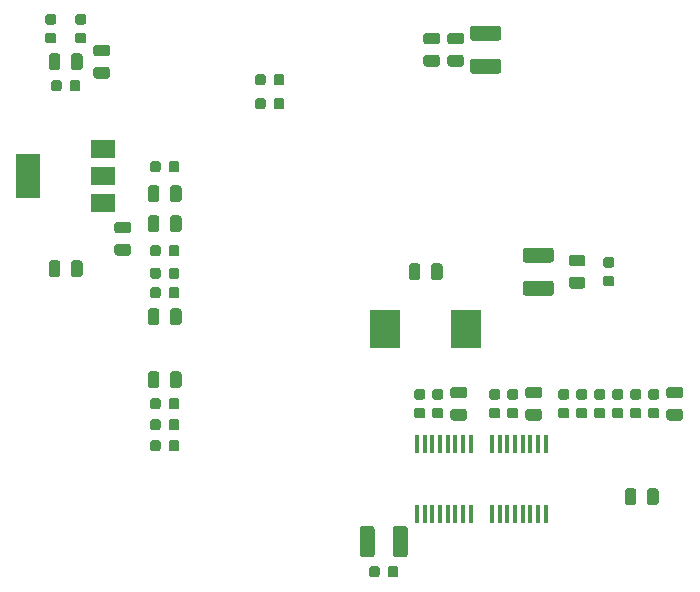
<source format=gbr>
G04 #@! TF.GenerationSoftware,KiCad,Pcbnew,(5.1.5-0-10_14)*
G04 #@! TF.CreationDate,2019-12-31T01:38:16-08:00*
G04 #@! TF.ProjectId,Glue Board,476c7565-2042-46f6-9172-642e6b696361,rev?*
G04 #@! TF.SameCoordinates,Original*
G04 #@! TF.FileFunction,Paste,Bot*
G04 #@! TF.FilePolarity,Positive*
%FSLAX46Y46*%
G04 Gerber Fmt 4.6, Leading zero omitted, Abs format (unit mm)*
G04 Created by KiCad (PCBNEW (5.1.5-0-10_14)) date 2019-12-31 01:38:16*
%MOMM*%
%LPD*%
G04 APERTURE LIST*
%ADD10C,0.100000*%
%ADD11R,0.450000X1.500000*%
%ADD12R,2.000000X1.500000*%
%ADD13R,2.000000X3.800000*%
%ADD14R,2.500000X3.300000*%
G04 APERTURE END LIST*
D10*
G36*
X203973691Y-53882053D02*
G01*
X203994926Y-53885203D01*
X204015750Y-53890419D01*
X204035962Y-53897651D01*
X204055368Y-53906830D01*
X204073781Y-53917866D01*
X204091024Y-53930654D01*
X204106930Y-53945070D01*
X204121346Y-53960976D01*
X204134134Y-53978219D01*
X204145170Y-53996632D01*
X204154349Y-54016038D01*
X204161581Y-54036250D01*
X204166797Y-54057074D01*
X204169947Y-54078309D01*
X204171000Y-54099750D01*
X204171000Y-54612250D01*
X204169947Y-54633691D01*
X204166797Y-54654926D01*
X204161581Y-54675750D01*
X204154349Y-54695962D01*
X204145170Y-54715368D01*
X204134134Y-54733781D01*
X204121346Y-54751024D01*
X204106930Y-54766930D01*
X204091024Y-54781346D01*
X204073781Y-54794134D01*
X204055368Y-54805170D01*
X204035962Y-54814349D01*
X204015750Y-54821581D01*
X203994926Y-54826797D01*
X203973691Y-54829947D01*
X203952250Y-54831000D01*
X203514750Y-54831000D01*
X203493309Y-54829947D01*
X203472074Y-54826797D01*
X203451250Y-54821581D01*
X203431038Y-54814349D01*
X203411632Y-54805170D01*
X203393219Y-54794134D01*
X203375976Y-54781346D01*
X203360070Y-54766930D01*
X203345654Y-54751024D01*
X203332866Y-54733781D01*
X203321830Y-54715368D01*
X203312651Y-54695962D01*
X203305419Y-54675750D01*
X203300203Y-54654926D01*
X203297053Y-54633691D01*
X203296000Y-54612250D01*
X203296000Y-54099750D01*
X203297053Y-54078309D01*
X203300203Y-54057074D01*
X203305419Y-54036250D01*
X203312651Y-54016038D01*
X203321830Y-53996632D01*
X203332866Y-53978219D01*
X203345654Y-53960976D01*
X203360070Y-53945070D01*
X203375976Y-53930654D01*
X203393219Y-53917866D01*
X203411632Y-53906830D01*
X203431038Y-53897651D01*
X203451250Y-53890419D01*
X203472074Y-53885203D01*
X203493309Y-53882053D01*
X203514750Y-53881000D01*
X203952250Y-53881000D01*
X203973691Y-53882053D01*
G37*
G36*
X202398691Y-53882053D02*
G01*
X202419926Y-53885203D01*
X202440750Y-53890419D01*
X202460962Y-53897651D01*
X202480368Y-53906830D01*
X202498781Y-53917866D01*
X202516024Y-53930654D01*
X202531930Y-53945070D01*
X202546346Y-53960976D01*
X202559134Y-53978219D01*
X202570170Y-53996632D01*
X202579349Y-54016038D01*
X202586581Y-54036250D01*
X202591797Y-54057074D01*
X202594947Y-54078309D01*
X202596000Y-54099750D01*
X202596000Y-54612250D01*
X202594947Y-54633691D01*
X202591797Y-54654926D01*
X202586581Y-54675750D01*
X202579349Y-54695962D01*
X202570170Y-54715368D01*
X202559134Y-54733781D01*
X202546346Y-54751024D01*
X202531930Y-54766930D01*
X202516024Y-54781346D01*
X202498781Y-54794134D01*
X202480368Y-54805170D01*
X202460962Y-54814349D01*
X202440750Y-54821581D01*
X202419926Y-54826797D01*
X202398691Y-54829947D01*
X202377250Y-54831000D01*
X201939750Y-54831000D01*
X201918309Y-54829947D01*
X201897074Y-54826797D01*
X201876250Y-54821581D01*
X201856038Y-54814349D01*
X201836632Y-54805170D01*
X201818219Y-54794134D01*
X201800976Y-54781346D01*
X201785070Y-54766930D01*
X201770654Y-54751024D01*
X201757866Y-54733781D01*
X201746830Y-54715368D01*
X201737651Y-54695962D01*
X201730419Y-54675750D01*
X201725203Y-54654926D01*
X201722053Y-54633691D01*
X201721000Y-54612250D01*
X201721000Y-54099750D01*
X201722053Y-54078309D01*
X201725203Y-54057074D01*
X201730419Y-54036250D01*
X201737651Y-54016038D01*
X201746830Y-53996632D01*
X201757866Y-53978219D01*
X201770654Y-53960976D01*
X201785070Y-53945070D01*
X201800976Y-53930654D01*
X201818219Y-53917866D01*
X201836632Y-53906830D01*
X201856038Y-53897651D01*
X201876250Y-53890419D01*
X201897074Y-53885203D01*
X201918309Y-53882053D01*
X201939750Y-53881000D01*
X202377250Y-53881000D01*
X202398691Y-53882053D01*
G37*
D11*
X219953000Y-85188000D03*
X219303000Y-85188000D03*
X218653000Y-85188000D03*
X218003000Y-85188000D03*
X217353000Y-85188000D03*
X216703000Y-85188000D03*
X216053000Y-85188000D03*
X215403000Y-85188000D03*
X215403000Y-91088000D03*
X216053000Y-91088000D03*
X216703000Y-91088000D03*
X217353000Y-91088000D03*
X218003000Y-91088000D03*
X218653000Y-91088000D03*
X219303000Y-91088000D03*
X219953000Y-91088000D03*
X226303000Y-85188000D03*
X225653000Y-85188000D03*
X225003000Y-85188000D03*
X224353000Y-85188000D03*
X223703000Y-85188000D03*
X223053000Y-85188000D03*
X222403000Y-85188000D03*
X221753000Y-85188000D03*
X221753000Y-91088000D03*
X222403000Y-91088000D03*
X223053000Y-91088000D03*
X223703000Y-91088000D03*
X224353000Y-91088000D03*
X225003000Y-91088000D03*
X225653000Y-91088000D03*
X226303000Y-91088000D03*
D10*
G36*
X215923691Y-82139053D02*
G01*
X215944926Y-82142203D01*
X215965750Y-82147419D01*
X215985962Y-82154651D01*
X216005368Y-82163830D01*
X216023781Y-82174866D01*
X216041024Y-82187654D01*
X216056930Y-82202070D01*
X216071346Y-82217976D01*
X216084134Y-82235219D01*
X216095170Y-82253632D01*
X216104349Y-82273038D01*
X216111581Y-82293250D01*
X216116797Y-82314074D01*
X216119947Y-82335309D01*
X216121000Y-82356750D01*
X216121000Y-82794250D01*
X216119947Y-82815691D01*
X216116797Y-82836926D01*
X216111581Y-82857750D01*
X216104349Y-82877962D01*
X216095170Y-82897368D01*
X216084134Y-82915781D01*
X216071346Y-82933024D01*
X216056930Y-82948930D01*
X216041024Y-82963346D01*
X216023781Y-82976134D01*
X216005368Y-82987170D01*
X215985962Y-82996349D01*
X215965750Y-83003581D01*
X215944926Y-83008797D01*
X215923691Y-83011947D01*
X215902250Y-83013000D01*
X215389750Y-83013000D01*
X215368309Y-83011947D01*
X215347074Y-83008797D01*
X215326250Y-83003581D01*
X215306038Y-82996349D01*
X215286632Y-82987170D01*
X215268219Y-82976134D01*
X215250976Y-82963346D01*
X215235070Y-82948930D01*
X215220654Y-82933024D01*
X215207866Y-82915781D01*
X215196830Y-82897368D01*
X215187651Y-82877962D01*
X215180419Y-82857750D01*
X215175203Y-82836926D01*
X215172053Y-82815691D01*
X215171000Y-82794250D01*
X215171000Y-82356750D01*
X215172053Y-82335309D01*
X215175203Y-82314074D01*
X215180419Y-82293250D01*
X215187651Y-82273038D01*
X215196830Y-82253632D01*
X215207866Y-82235219D01*
X215220654Y-82217976D01*
X215235070Y-82202070D01*
X215250976Y-82187654D01*
X215268219Y-82174866D01*
X215286632Y-82163830D01*
X215306038Y-82154651D01*
X215326250Y-82147419D01*
X215347074Y-82142203D01*
X215368309Y-82139053D01*
X215389750Y-82138000D01*
X215902250Y-82138000D01*
X215923691Y-82139053D01*
G37*
G36*
X215923691Y-80564053D02*
G01*
X215944926Y-80567203D01*
X215965750Y-80572419D01*
X215985962Y-80579651D01*
X216005368Y-80588830D01*
X216023781Y-80599866D01*
X216041024Y-80612654D01*
X216056930Y-80627070D01*
X216071346Y-80642976D01*
X216084134Y-80660219D01*
X216095170Y-80678632D01*
X216104349Y-80698038D01*
X216111581Y-80718250D01*
X216116797Y-80739074D01*
X216119947Y-80760309D01*
X216121000Y-80781750D01*
X216121000Y-81219250D01*
X216119947Y-81240691D01*
X216116797Y-81261926D01*
X216111581Y-81282750D01*
X216104349Y-81302962D01*
X216095170Y-81322368D01*
X216084134Y-81340781D01*
X216071346Y-81358024D01*
X216056930Y-81373930D01*
X216041024Y-81388346D01*
X216023781Y-81401134D01*
X216005368Y-81412170D01*
X215985962Y-81421349D01*
X215965750Y-81428581D01*
X215944926Y-81433797D01*
X215923691Y-81436947D01*
X215902250Y-81438000D01*
X215389750Y-81438000D01*
X215368309Y-81436947D01*
X215347074Y-81433797D01*
X215326250Y-81428581D01*
X215306038Y-81421349D01*
X215286632Y-81412170D01*
X215268219Y-81401134D01*
X215250976Y-81388346D01*
X215235070Y-81373930D01*
X215220654Y-81358024D01*
X215207866Y-81340781D01*
X215196830Y-81322368D01*
X215187651Y-81302962D01*
X215180419Y-81282750D01*
X215175203Y-81261926D01*
X215172053Y-81240691D01*
X215171000Y-81219250D01*
X215171000Y-80781750D01*
X215172053Y-80760309D01*
X215175203Y-80739074D01*
X215180419Y-80718250D01*
X215187651Y-80698038D01*
X215196830Y-80678632D01*
X215207866Y-80660219D01*
X215220654Y-80642976D01*
X215235070Y-80627070D01*
X215250976Y-80612654D01*
X215268219Y-80599866D01*
X215286632Y-80588830D01*
X215306038Y-80579651D01*
X215326250Y-80572419D01*
X215347074Y-80567203D01*
X215368309Y-80564053D01*
X215389750Y-80563000D01*
X215902250Y-80563000D01*
X215923691Y-80564053D01*
G37*
G36*
X222273691Y-82139053D02*
G01*
X222294926Y-82142203D01*
X222315750Y-82147419D01*
X222335962Y-82154651D01*
X222355368Y-82163830D01*
X222373781Y-82174866D01*
X222391024Y-82187654D01*
X222406930Y-82202070D01*
X222421346Y-82217976D01*
X222434134Y-82235219D01*
X222445170Y-82253632D01*
X222454349Y-82273038D01*
X222461581Y-82293250D01*
X222466797Y-82314074D01*
X222469947Y-82335309D01*
X222471000Y-82356750D01*
X222471000Y-82794250D01*
X222469947Y-82815691D01*
X222466797Y-82836926D01*
X222461581Y-82857750D01*
X222454349Y-82877962D01*
X222445170Y-82897368D01*
X222434134Y-82915781D01*
X222421346Y-82933024D01*
X222406930Y-82948930D01*
X222391024Y-82963346D01*
X222373781Y-82976134D01*
X222355368Y-82987170D01*
X222335962Y-82996349D01*
X222315750Y-83003581D01*
X222294926Y-83008797D01*
X222273691Y-83011947D01*
X222252250Y-83013000D01*
X221739750Y-83013000D01*
X221718309Y-83011947D01*
X221697074Y-83008797D01*
X221676250Y-83003581D01*
X221656038Y-82996349D01*
X221636632Y-82987170D01*
X221618219Y-82976134D01*
X221600976Y-82963346D01*
X221585070Y-82948930D01*
X221570654Y-82933024D01*
X221557866Y-82915781D01*
X221546830Y-82897368D01*
X221537651Y-82877962D01*
X221530419Y-82857750D01*
X221525203Y-82836926D01*
X221522053Y-82815691D01*
X221521000Y-82794250D01*
X221521000Y-82356750D01*
X221522053Y-82335309D01*
X221525203Y-82314074D01*
X221530419Y-82293250D01*
X221537651Y-82273038D01*
X221546830Y-82253632D01*
X221557866Y-82235219D01*
X221570654Y-82217976D01*
X221585070Y-82202070D01*
X221600976Y-82187654D01*
X221618219Y-82174866D01*
X221636632Y-82163830D01*
X221656038Y-82154651D01*
X221676250Y-82147419D01*
X221697074Y-82142203D01*
X221718309Y-82139053D01*
X221739750Y-82138000D01*
X222252250Y-82138000D01*
X222273691Y-82139053D01*
G37*
G36*
X222273691Y-80564053D02*
G01*
X222294926Y-80567203D01*
X222315750Y-80572419D01*
X222335962Y-80579651D01*
X222355368Y-80588830D01*
X222373781Y-80599866D01*
X222391024Y-80612654D01*
X222406930Y-80627070D01*
X222421346Y-80642976D01*
X222434134Y-80660219D01*
X222445170Y-80678632D01*
X222454349Y-80698038D01*
X222461581Y-80718250D01*
X222466797Y-80739074D01*
X222469947Y-80760309D01*
X222471000Y-80781750D01*
X222471000Y-81219250D01*
X222469947Y-81240691D01*
X222466797Y-81261926D01*
X222461581Y-81282750D01*
X222454349Y-81302962D01*
X222445170Y-81322368D01*
X222434134Y-81340781D01*
X222421346Y-81358024D01*
X222406930Y-81373930D01*
X222391024Y-81388346D01*
X222373781Y-81401134D01*
X222355368Y-81412170D01*
X222335962Y-81421349D01*
X222315750Y-81428581D01*
X222294926Y-81433797D01*
X222273691Y-81436947D01*
X222252250Y-81438000D01*
X221739750Y-81438000D01*
X221718309Y-81436947D01*
X221697074Y-81433797D01*
X221676250Y-81428581D01*
X221656038Y-81421349D01*
X221636632Y-81412170D01*
X221618219Y-81401134D01*
X221600976Y-81388346D01*
X221585070Y-81373930D01*
X221570654Y-81358024D01*
X221557866Y-81340781D01*
X221546830Y-81322368D01*
X221537651Y-81302962D01*
X221530419Y-81282750D01*
X221525203Y-81261926D01*
X221522053Y-81240691D01*
X221521000Y-81219250D01*
X221521000Y-80781750D01*
X221522053Y-80760309D01*
X221525203Y-80739074D01*
X221530419Y-80718250D01*
X221537651Y-80698038D01*
X221546830Y-80678632D01*
X221557866Y-80660219D01*
X221570654Y-80642976D01*
X221585070Y-80627070D01*
X221600976Y-80612654D01*
X221618219Y-80599866D01*
X221636632Y-80588830D01*
X221656038Y-80579651D01*
X221676250Y-80572419D01*
X221697074Y-80567203D01*
X221718309Y-80564053D01*
X221739750Y-80563000D01*
X222252250Y-80563000D01*
X222273691Y-80564053D01*
G37*
G36*
X217447691Y-82139053D02*
G01*
X217468926Y-82142203D01*
X217489750Y-82147419D01*
X217509962Y-82154651D01*
X217529368Y-82163830D01*
X217547781Y-82174866D01*
X217565024Y-82187654D01*
X217580930Y-82202070D01*
X217595346Y-82217976D01*
X217608134Y-82235219D01*
X217619170Y-82253632D01*
X217628349Y-82273038D01*
X217635581Y-82293250D01*
X217640797Y-82314074D01*
X217643947Y-82335309D01*
X217645000Y-82356750D01*
X217645000Y-82794250D01*
X217643947Y-82815691D01*
X217640797Y-82836926D01*
X217635581Y-82857750D01*
X217628349Y-82877962D01*
X217619170Y-82897368D01*
X217608134Y-82915781D01*
X217595346Y-82933024D01*
X217580930Y-82948930D01*
X217565024Y-82963346D01*
X217547781Y-82976134D01*
X217529368Y-82987170D01*
X217509962Y-82996349D01*
X217489750Y-83003581D01*
X217468926Y-83008797D01*
X217447691Y-83011947D01*
X217426250Y-83013000D01*
X216913750Y-83013000D01*
X216892309Y-83011947D01*
X216871074Y-83008797D01*
X216850250Y-83003581D01*
X216830038Y-82996349D01*
X216810632Y-82987170D01*
X216792219Y-82976134D01*
X216774976Y-82963346D01*
X216759070Y-82948930D01*
X216744654Y-82933024D01*
X216731866Y-82915781D01*
X216720830Y-82897368D01*
X216711651Y-82877962D01*
X216704419Y-82857750D01*
X216699203Y-82836926D01*
X216696053Y-82815691D01*
X216695000Y-82794250D01*
X216695000Y-82356750D01*
X216696053Y-82335309D01*
X216699203Y-82314074D01*
X216704419Y-82293250D01*
X216711651Y-82273038D01*
X216720830Y-82253632D01*
X216731866Y-82235219D01*
X216744654Y-82217976D01*
X216759070Y-82202070D01*
X216774976Y-82187654D01*
X216792219Y-82174866D01*
X216810632Y-82163830D01*
X216830038Y-82154651D01*
X216850250Y-82147419D01*
X216871074Y-82142203D01*
X216892309Y-82139053D01*
X216913750Y-82138000D01*
X217426250Y-82138000D01*
X217447691Y-82139053D01*
G37*
G36*
X217447691Y-80564053D02*
G01*
X217468926Y-80567203D01*
X217489750Y-80572419D01*
X217509962Y-80579651D01*
X217529368Y-80588830D01*
X217547781Y-80599866D01*
X217565024Y-80612654D01*
X217580930Y-80627070D01*
X217595346Y-80642976D01*
X217608134Y-80660219D01*
X217619170Y-80678632D01*
X217628349Y-80698038D01*
X217635581Y-80718250D01*
X217640797Y-80739074D01*
X217643947Y-80760309D01*
X217645000Y-80781750D01*
X217645000Y-81219250D01*
X217643947Y-81240691D01*
X217640797Y-81261926D01*
X217635581Y-81282750D01*
X217628349Y-81302962D01*
X217619170Y-81322368D01*
X217608134Y-81340781D01*
X217595346Y-81358024D01*
X217580930Y-81373930D01*
X217565024Y-81388346D01*
X217547781Y-81401134D01*
X217529368Y-81412170D01*
X217509962Y-81421349D01*
X217489750Y-81428581D01*
X217468926Y-81433797D01*
X217447691Y-81436947D01*
X217426250Y-81438000D01*
X216913750Y-81438000D01*
X216892309Y-81436947D01*
X216871074Y-81433797D01*
X216850250Y-81428581D01*
X216830038Y-81421349D01*
X216810632Y-81412170D01*
X216792219Y-81401134D01*
X216774976Y-81388346D01*
X216759070Y-81373930D01*
X216744654Y-81358024D01*
X216731866Y-81340781D01*
X216720830Y-81322368D01*
X216711651Y-81302962D01*
X216704419Y-81282750D01*
X216699203Y-81261926D01*
X216696053Y-81240691D01*
X216695000Y-81219250D01*
X216695000Y-80781750D01*
X216696053Y-80760309D01*
X216699203Y-80739074D01*
X216704419Y-80718250D01*
X216711651Y-80698038D01*
X216720830Y-80678632D01*
X216731866Y-80660219D01*
X216744654Y-80642976D01*
X216759070Y-80627070D01*
X216774976Y-80612654D01*
X216792219Y-80599866D01*
X216810632Y-80588830D01*
X216830038Y-80579651D01*
X216850250Y-80572419D01*
X216871074Y-80567203D01*
X216892309Y-80564053D01*
X216913750Y-80563000D01*
X217426250Y-80563000D01*
X217447691Y-80564053D01*
G37*
G36*
X223797691Y-82139053D02*
G01*
X223818926Y-82142203D01*
X223839750Y-82147419D01*
X223859962Y-82154651D01*
X223879368Y-82163830D01*
X223897781Y-82174866D01*
X223915024Y-82187654D01*
X223930930Y-82202070D01*
X223945346Y-82217976D01*
X223958134Y-82235219D01*
X223969170Y-82253632D01*
X223978349Y-82273038D01*
X223985581Y-82293250D01*
X223990797Y-82314074D01*
X223993947Y-82335309D01*
X223995000Y-82356750D01*
X223995000Y-82794250D01*
X223993947Y-82815691D01*
X223990797Y-82836926D01*
X223985581Y-82857750D01*
X223978349Y-82877962D01*
X223969170Y-82897368D01*
X223958134Y-82915781D01*
X223945346Y-82933024D01*
X223930930Y-82948930D01*
X223915024Y-82963346D01*
X223897781Y-82976134D01*
X223879368Y-82987170D01*
X223859962Y-82996349D01*
X223839750Y-83003581D01*
X223818926Y-83008797D01*
X223797691Y-83011947D01*
X223776250Y-83013000D01*
X223263750Y-83013000D01*
X223242309Y-83011947D01*
X223221074Y-83008797D01*
X223200250Y-83003581D01*
X223180038Y-82996349D01*
X223160632Y-82987170D01*
X223142219Y-82976134D01*
X223124976Y-82963346D01*
X223109070Y-82948930D01*
X223094654Y-82933024D01*
X223081866Y-82915781D01*
X223070830Y-82897368D01*
X223061651Y-82877962D01*
X223054419Y-82857750D01*
X223049203Y-82836926D01*
X223046053Y-82815691D01*
X223045000Y-82794250D01*
X223045000Y-82356750D01*
X223046053Y-82335309D01*
X223049203Y-82314074D01*
X223054419Y-82293250D01*
X223061651Y-82273038D01*
X223070830Y-82253632D01*
X223081866Y-82235219D01*
X223094654Y-82217976D01*
X223109070Y-82202070D01*
X223124976Y-82187654D01*
X223142219Y-82174866D01*
X223160632Y-82163830D01*
X223180038Y-82154651D01*
X223200250Y-82147419D01*
X223221074Y-82142203D01*
X223242309Y-82139053D01*
X223263750Y-82138000D01*
X223776250Y-82138000D01*
X223797691Y-82139053D01*
G37*
G36*
X223797691Y-80564053D02*
G01*
X223818926Y-80567203D01*
X223839750Y-80572419D01*
X223859962Y-80579651D01*
X223879368Y-80588830D01*
X223897781Y-80599866D01*
X223915024Y-80612654D01*
X223930930Y-80627070D01*
X223945346Y-80642976D01*
X223958134Y-80660219D01*
X223969170Y-80678632D01*
X223978349Y-80698038D01*
X223985581Y-80718250D01*
X223990797Y-80739074D01*
X223993947Y-80760309D01*
X223995000Y-80781750D01*
X223995000Y-81219250D01*
X223993947Y-81240691D01*
X223990797Y-81261926D01*
X223985581Y-81282750D01*
X223978349Y-81302962D01*
X223969170Y-81322368D01*
X223958134Y-81340781D01*
X223945346Y-81358024D01*
X223930930Y-81373930D01*
X223915024Y-81388346D01*
X223897781Y-81401134D01*
X223879368Y-81412170D01*
X223859962Y-81421349D01*
X223839750Y-81428581D01*
X223818926Y-81433797D01*
X223797691Y-81436947D01*
X223776250Y-81438000D01*
X223263750Y-81438000D01*
X223242309Y-81436947D01*
X223221074Y-81433797D01*
X223200250Y-81428581D01*
X223180038Y-81421349D01*
X223160632Y-81412170D01*
X223142219Y-81401134D01*
X223124976Y-81388346D01*
X223109070Y-81373930D01*
X223094654Y-81358024D01*
X223081866Y-81340781D01*
X223070830Y-81322368D01*
X223061651Y-81302962D01*
X223054419Y-81282750D01*
X223049203Y-81261926D01*
X223046053Y-81240691D01*
X223045000Y-81219250D01*
X223045000Y-80781750D01*
X223046053Y-80760309D01*
X223049203Y-80739074D01*
X223054419Y-80718250D01*
X223061651Y-80698038D01*
X223070830Y-80678632D01*
X223081866Y-80660219D01*
X223094654Y-80642976D01*
X223109070Y-80627070D01*
X223124976Y-80612654D01*
X223142219Y-80599866D01*
X223160632Y-80588830D01*
X223180038Y-80579651D01*
X223200250Y-80572419D01*
X223221074Y-80567203D01*
X223242309Y-80564053D01*
X223263750Y-80563000D01*
X223776250Y-80563000D01*
X223797691Y-80564053D01*
G37*
G36*
X219428142Y-80364174D02*
G01*
X219451803Y-80367684D01*
X219475007Y-80373496D01*
X219497529Y-80381554D01*
X219519153Y-80391782D01*
X219539670Y-80404079D01*
X219558883Y-80418329D01*
X219576607Y-80434393D01*
X219592671Y-80452117D01*
X219606921Y-80471330D01*
X219619218Y-80491847D01*
X219629446Y-80513471D01*
X219637504Y-80535993D01*
X219643316Y-80559197D01*
X219646826Y-80582858D01*
X219648000Y-80606750D01*
X219648000Y-81094250D01*
X219646826Y-81118142D01*
X219643316Y-81141803D01*
X219637504Y-81165007D01*
X219629446Y-81187529D01*
X219619218Y-81209153D01*
X219606921Y-81229670D01*
X219592671Y-81248883D01*
X219576607Y-81266607D01*
X219558883Y-81282671D01*
X219539670Y-81296921D01*
X219519153Y-81309218D01*
X219497529Y-81319446D01*
X219475007Y-81327504D01*
X219451803Y-81333316D01*
X219428142Y-81336826D01*
X219404250Y-81338000D01*
X218491750Y-81338000D01*
X218467858Y-81336826D01*
X218444197Y-81333316D01*
X218420993Y-81327504D01*
X218398471Y-81319446D01*
X218376847Y-81309218D01*
X218356330Y-81296921D01*
X218337117Y-81282671D01*
X218319393Y-81266607D01*
X218303329Y-81248883D01*
X218289079Y-81229670D01*
X218276782Y-81209153D01*
X218266554Y-81187529D01*
X218258496Y-81165007D01*
X218252684Y-81141803D01*
X218249174Y-81118142D01*
X218248000Y-81094250D01*
X218248000Y-80606750D01*
X218249174Y-80582858D01*
X218252684Y-80559197D01*
X218258496Y-80535993D01*
X218266554Y-80513471D01*
X218276782Y-80491847D01*
X218289079Y-80471330D01*
X218303329Y-80452117D01*
X218319393Y-80434393D01*
X218337117Y-80418329D01*
X218356330Y-80404079D01*
X218376847Y-80391782D01*
X218398471Y-80381554D01*
X218420993Y-80373496D01*
X218444197Y-80367684D01*
X218467858Y-80364174D01*
X218491750Y-80363000D01*
X219404250Y-80363000D01*
X219428142Y-80364174D01*
G37*
G36*
X219428142Y-82239174D02*
G01*
X219451803Y-82242684D01*
X219475007Y-82248496D01*
X219497529Y-82256554D01*
X219519153Y-82266782D01*
X219539670Y-82279079D01*
X219558883Y-82293329D01*
X219576607Y-82309393D01*
X219592671Y-82327117D01*
X219606921Y-82346330D01*
X219619218Y-82366847D01*
X219629446Y-82388471D01*
X219637504Y-82410993D01*
X219643316Y-82434197D01*
X219646826Y-82457858D01*
X219648000Y-82481750D01*
X219648000Y-82969250D01*
X219646826Y-82993142D01*
X219643316Y-83016803D01*
X219637504Y-83040007D01*
X219629446Y-83062529D01*
X219619218Y-83084153D01*
X219606921Y-83104670D01*
X219592671Y-83123883D01*
X219576607Y-83141607D01*
X219558883Y-83157671D01*
X219539670Y-83171921D01*
X219519153Y-83184218D01*
X219497529Y-83194446D01*
X219475007Y-83202504D01*
X219451803Y-83208316D01*
X219428142Y-83211826D01*
X219404250Y-83213000D01*
X218491750Y-83213000D01*
X218467858Y-83211826D01*
X218444197Y-83208316D01*
X218420993Y-83202504D01*
X218398471Y-83194446D01*
X218376847Y-83184218D01*
X218356330Y-83171921D01*
X218337117Y-83157671D01*
X218319393Y-83141607D01*
X218303329Y-83123883D01*
X218289079Y-83104670D01*
X218276782Y-83084153D01*
X218266554Y-83062529D01*
X218258496Y-83040007D01*
X218252684Y-83016803D01*
X218249174Y-82993142D01*
X218248000Y-82969250D01*
X218248000Y-82481750D01*
X218249174Y-82457858D01*
X218252684Y-82434197D01*
X218258496Y-82410993D01*
X218266554Y-82388471D01*
X218276782Y-82366847D01*
X218289079Y-82346330D01*
X218303329Y-82327117D01*
X218319393Y-82309393D01*
X218337117Y-82293329D01*
X218356330Y-82279079D01*
X218376847Y-82266782D01*
X218398471Y-82256554D01*
X218420993Y-82248496D01*
X218444197Y-82242684D01*
X218467858Y-82239174D01*
X218491750Y-82238000D01*
X219404250Y-82238000D01*
X219428142Y-82239174D01*
G37*
G36*
X225778142Y-80364174D02*
G01*
X225801803Y-80367684D01*
X225825007Y-80373496D01*
X225847529Y-80381554D01*
X225869153Y-80391782D01*
X225889670Y-80404079D01*
X225908883Y-80418329D01*
X225926607Y-80434393D01*
X225942671Y-80452117D01*
X225956921Y-80471330D01*
X225969218Y-80491847D01*
X225979446Y-80513471D01*
X225987504Y-80535993D01*
X225993316Y-80559197D01*
X225996826Y-80582858D01*
X225998000Y-80606750D01*
X225998000Y-81094250D01*
X225996826Y-81118142D01*
X225993316Y-81141803D01*
X225987504Y-81165007D01*
X225979446Y-81187529D01*
X225969218Y-81209153D01*
X225956921Y-81229670D01*
X225942671Y-81248883D01*
X225926607Y-81266607D01*
X225908883Y-81282671D01*
X225889670Y-81296921D01*
X225869153Y-81309218D01*
X225847529Y-81319446D01*
X225825007Y-81327504D01*
X225801803Y-81333316D01*
X225778142Y-81336826D01*
X225754250Y-81338000D01*
X224841750Y-81338000D01*
X224817858Y-81336826D01*
X224794197Y-81333316D01*
X224770993Y-81327504D01*
X224748471Y-81319446D01*
X224726847Y-81309218D01*
X224706330Y-81296921D01*
X224687117Y-81282671D01*
X224669393Y-81266607D01*
X224653329Y-81248883D01*
X224639079Y-81229670D01*
X224626782Y-81209153D01*
X224616554Y-81187529D01*
X224608496Y-81165007D01*
X224602684Y-81141803D01*
X224599174Y-81118142D01*
X224598000Y-81094250D01*
X224598000Y-80606750D01*
X224599174Y-80582858D01*
X224602684Y-80559197D01*
X224608496Y-80535993D01*
X224616554Y-80513471D01*
X224626782Y-80491847D01*
X224639079Y-80471330D01*
X224653329Y-80452117D01*
X224669393Y-80434393D01*
X224687117Y-80418329D01*
X224706330Y-80404079D01*
X224726847Y-80391782D01*
X224748471Y-80381554D01*
X224770993Y-80373496D01*
X224794197Y-80367684D01*
X224817858Y-80364174D01*
X224841750Y-80363000D01*
X225754250Y-80363000D01*
X225778142Y-80364174D01*
G37*
G36*
X225778142Y-82239174D02*
G01*
X225801803Y-82242684D01*
X225825007Y-82248496D01*
X225847529Y-82256554D01*
X225869153Y-82266782D01*
X225889670Y-82279079D01*
X225908883Y-82293329D01*
X225926607Y-82309393D01*
X225942671Y-82327117D01*
X225956921Y-82346330D01*
X225969218Y-82366847D01*
X225979446Y-82388471D01*
X225987504Y-82410993D01*
X225993316Y-82434197D01*
X225996826Y-82457858D01*
X225998000Y-82481750D01*
X225998000Y-82969250D01*
X225996826Y-82993142D01*
X225993316Y-83016803D01*
X225987504Y-83040007D01*
X225979446Y-83062529D01*
X225969218Y-83084153D01*
X225956921Y-83104670D01*
X225942671Y-83123883D01*
X225926607Y-83141607D01*
X225908883Y-83157671D01*
X225889670Y-83171921D01*
X225869153Y-83184218D01*
X225847529Y-83194446D01*
X225825007Y-83202504D01*
X225801803Y-83208316D01*
X225778142Y-83211826D01*
X225754250Y-83213000D01*
X224841750Y-83213000D01*
X224817858Y-83211826D01*
X224794197Y-83208316D01*
X224770993Y-83202504D01*
X224748471Y-83194446D01*
X224726847Y-83184218D01*
X224706330Y-83171921D01*
X224687117Y-83157671D01*
X224669393Y-83141607D01*
X224653329Y-83123883D01*
X224639079Y-83104670D01*
X224626782Y-83084153D01*
X224616554Y-83062529D01*
X224608496Y-83040007D01*
X224602684Y-83016803D01*
X224599174Y-82993142D01*
X224598000Y-82969250D01*
X224598000Y-82481750D01*
X224599174Y-82457858D01*
X224602684Y-82434197D01*
X224608496Y-82410993D01*
X224616554Y-82388471D01*
X224626782Y-82366847D01*
X224639079Y-82346330D01*
X224653329Y-82327117D01*
X224669393Y-82309393D01*
X224687117Y-82293329D01*
X224706330Y-82279079D01*
X224726847Y-82266782D01*
X224748471Y-82256554D01*
X224770993Y-82248496D01*
X224794197Y-82242684D01*
X224817858Y-82239174D01*
X224841750Y-82238000D01*
X225754250Y-82238000D01*
X225778142Y-82239174D01*
G37*
D12*
X188824000Y-60184000D03*
X188824000Y-64784000D03*
X188824000Y-62484000D03*
D13*
X182524000Y-62484000D03*
D10*
G36*
X184681691Y-48814053D02*
G01*
X184702926Y-48817203D01*
X184723750Y-48822419D01*
X184743962Y-48829651D01*
X184763368Y-48838830D01*
X184781781Y-48849866D01*
X184799024Y-48862654D01*
X184814930Y-48877070D01*
X184829346Y-48892976D01*
X184842134Y-48910219D01*
X184853170Y-48928632D01*
X184862349Y-48948038D01*
X184869581Y-48968250D01*
X184874797Y-48989074D01*
X184877947Y-49010309D01*
X184879000Y-49031750D01*
X184879000Y-49469250D01*
X184877947Y-49490691D01*
X184874797Y-49511926D01*
X184869581Y-49532750D01*
X184862349Y-49552962D01*
X184853170Y-49572368D01*
X184842134Y-49590781D01*
X184829346Y-49608024D01*
X184814930Y-49623930D01*
X184799024Y-49638346D01*
X184781781Y-49651134D01*
X184763368Y-49662170D01*
X184743962Y-49671349D01*
X184723750Y-49678581D01*
X184702926Y-49683797D01*
X184681691Y-49686947D01*
X184660250Y-49688000D01*
X184147750Y-49688000D01*
X184126309Y-49686947D01*
X184105074Y-49683797D01*
X184084250Y-49678581D01*
X184064038Y-49671349D01*
X184044632Y-49662170D01*
X184026219Y-49651134D01*
X184008976Y-49638346D01*
X183993070Y-49623930D01*
X183978654Y-49608024D01*
X183965866Y-49590781D01*
X183954830Y-49572368D01*
X183945651Y-49552962D01*
X183938419Y-49532750D01*
X183933203Y-49511926D01*
X183930053Y-49490691D01*
X183929000Y-49469250D01*
X183929000Y-49031750D01*
X183930053Y-49010309D01*
X183933203Y-48989074D01*
X183938419Y-48968250D01*
X183945651Y-48948038D01*
X183954830Y-48928632D01*
X183965866Y-48910219D01*
X183978654Y-48892976D01*
X183993070Y-48877070D01*
X184008976Y-48862654D01*
X184026219Y-48849866D01*
X184044632Y-48838830D01*
X184064038Y-48829651D01*
X184084250Y-48822419D01*
X184105074Y-48817203D01*
X184126309Y-48814053D01*
X184147750Y-48813000D01*
X184660250Y-48813000D01*
X184681691Y-48814053D01*
G37*
G36*
X184681691Y-50389053D02*
G01*
X184702926Y-50392203D01*
X184723750Y-50397419D01*
X184743962Y-50404651D01*
X184763368Y-50413830D01*
X184781781Y-50424866D01*
X184799024Y-50437654D01*
X184814930Y-50452070D01*
X184829346Y-50467976D01*
X184842134Y-50485219D01*
X184853170Y-50503632D01*
X184862349Y-50523038D01*
X184869581Y-50543250D01*
X184874797Y-50564074D01*
X184877947Y-50585309D01*
X184879000Y-50606750D01*
X184879000Y-51044250D01*
X184877947Y-51065691D01*
X184874797Y-51086926D01*
X184869581Y-51107750D01*
X184862349Y-51127962D01*
X184853170Y-51147368D01*
X184842134Y-51165781D01*
X184829346Y-51183024D01*
X184814930Y-51198930D01*
X184799024Y-51213346D01*
X184781781Y-51226134D01*
X184763368Y-51237170D01*
X184743962Y-51246349D01*
X184723750Y-51253581D01*
X184702926Y-51258797D01*
X184681691Y-51261947D01*
X184660250Y-51263000D01*
X184147750Y-51263000D01*
X184126309Y-51261947D01*
X184105074Y-51258797D01*
X184084250Y-51253581D01*
X184064038Y-51246349D01*
X184044632Y-51237170D01*
X184026219Y-51226134D01*
X184008976Y-51213346D01*
X183993070Y-51198930D01*
X183978654Y-51183024D01*
X183965866Y-51165781D01*
X183954830Y-51147368D01*
X183945651Y-51127962D01*
X183938419Y-51107750D01*
X183933203Y-51086926D01*
X183930053Y-51065691D01*
X183929000Y-51044250D01*
X183929000Y-50606750D01*
X183930053Y-50585309D01*
X183933203Y-50564074D01*
X183938419Y-50543250D01*
X183945651Y-50523038D01*
X183954830Y-50503632D01*
X183965866Y-50485219D01*
X183978654Y-50467976D01*
X183993070Y-50452070D01*
X184008976Y-50437654D01*
X184026219Y-50424866D01*
X184044632Y-50413830D01*
X184064038Y-50404651D01*
X184084250Y-50397419D01*
X184105074Y-50392203D01*
X184126309Y-50389053D01*
X184147750Y-50388000D01*
X184660250Y-50388000D01*
X184681691Y-50389053D01*
G37*
G36*
X185126691Y-54390053D02*
G01*
X185147926Y-54393203D01*
X185168750Y-54398419D01*
X185188962Y-54405651D01*
X185208368Y-54414830D01*
X185226781Y-54425866D01*
X185244024Y-54438654D01*
X185259930Y-54453070D01*
X185274346Y-54468976D01*
X185287134Y-54486219D01*
X185298170Y-54504632D01*
X185307349Y-54524038D01*
X185314581Y-54544250D01*
X185319797Y-54565074D01*
X185322947Y-54586309D01*
X185324000Y-54607750D01*
X185324000Y-55120250D01*
X185322947Y-55141691D01*
X185319797Y-55162926D01*
X185314581Y-55183750D01*
X185307349Y-55203962D01*
X185298170Y-55223368D01*
X185287134Y-55241781D01*
X185274346Y-55259024D01*
X185259930Y-55274930D01*
X185244024Y-55289346D01*
X185226781Y-55302134D01*
X185208368Y-55313170D01*
X185188962Y-55322349D01*
X185168750Y-55329581D01*
X185147926Y-55334797D01*
X185126691Y-55337947D01*
X185105250Y-55339000D01*
X184667750Y-55339000D01*
X184646309Y-55337947D01*
X184625074Y-55334797D01*
X184604250Y-55329581D01*
X184584038Y-55322349D01*
X184564632Y-55313170D01*
X184546219Y-55302134D01*
X184528976Y-55289346D01*
X184513070Y-55274930D01*
X184498654Y-55259024D01*
X184485866Y-55241781D01*
X184474830Y-55223368D01*
X184465651Y-55203962D01*
X184458419Y-55183750D01*
X184453203Y-55162926D01*
X184450053Y-55141691D01*
X184449000Y-55120250D01*
X184449000Y-54607750D01*
X184450053Y-54586309D01*
X184453203Y-54565074D01*
X184458419Y-54544250D01*
X184465651Y-54524038D01*
X184474830Y-54504632D01*
X184485866Y-54486219D01*
X184498654Y-54468976D01*
X184513070Y-54453070D01*
X184528976Y-54438654D01*
X184546219Y-54425866D01*
X184564632Y-54414830D01*
X184584038Y-54405651D01*
X184604250Y-54398419D01*
X184625074Y-54393203D01*
X184646309Y-54390053D01*
X184667750Y-54389000D01*
X185105250Y-54389000D01*
X185126691Y-54390053D01*
G37*
G36*
X186701691Y-54390053D02*
G01*
X186722926Y-54393203D01*
X186743750Y-54398419D01*
X186763962Y-54405651D01*
X186783368Y-54414830D01*
X186801781Y-54425866D01*
X186819024Y-54438654D01*
X186834930Y-54453070D01*
X186849346Y-54468976D01*
X186862134Y-54486219D01*
X186873170Y-54504632D01*
X186882349Y-54524038D01*
X186889581Y-54544250D01*
X186894797Y-54565074D01*
X186897947Y-54586309D01*
X186899000Y-54607750D01*
X186899000Y-55120250D01*
X186897947Y-55141691D01*
X186894797Y-55162926D01*
X186889581Y-55183750D01*
X186882349Y-55203962D01*
X186873170Y-55223368D01*
X186862134Y-55241781D01*
X186849346Y-55259024D01*
X186834930Y-55274930D01*
X186819024Y-55289346D01*
X186801781Y-55302134D01*
X186783368Y-55313170D01*
X186763962Y-55322349D01*
X186743750Y-55329581D01*
X186722926Y-55334797D01*
X186701691Y-55337947D01*
X186680250Y-55339000D01*
X186242750Y-55339000D01*
X186221309Y-55337947D01*
X186200074Y-55334797D01*
X186179250Y-55329581D01*
X186159038Y-55322349D01*
X186139632Y-55313170D01*
X186121219Y-55302134D01*
X186103976Y-55289346D01*
X186088070Y-55274930D01*
X186073654Y-55259024D01*
X186060866Y-55241781D01*
X186049830Y-55223368D01*
X186040651Y-55203962D01*
X186033419Y-55183750D01*
X186028203Y-55162926D01*
X186025053Y-55141691D01*
X186024000Y-55120250D01*
X186024000Y-54607750D01*
X186025053Y-54586309D01*
X186028203Y-54565074D01*
X186033419Y-54544250D01*
X186040651Y-54524038D01*
X186049830Y-54504632D01*
X186060866Y-54486219D01*
X186073654Y-54468976D01*
X186088070Y-54453070D01*
X186103976Y-54438654D01*
X186121219Y-54425866D01*
X186139632Y-54414830D01*
X186159038Y-54405651D01*
X186179250Y-54398419D01*
X186200074Y-54393203D01*
X186221309Y-54390053D01*
X186242750Y-54389000D01*
X186680250Y-54389000D01*
X186701691Y-54390053D01*
G37*
G36*
X187221691Y-50389053D02*
G01*
X187242926Y-50392203D01*
X187263750Y-50397419D01*
X187283962Y-50404651D01*
X187303368Y-50413830D01*
X187321781Y-50424866D01*
X187339024Y-50437654D01*
X187354930Y-50452070D01*
X187369346Y-50467976D01*
X187382134Y-50485219D01*
X187393170Y-50503632D01*
X187402349Y-50523038D01*
X187409581Y-50543250D01*
X187414797Y-50564074D01*
X187417947Y-50585309D01*
X187419000Y-50606750D01*
X187419000Y-51044250D01*
X187417947Y-51065691D01*
X187414797Y-51086926D01*
X187409581Y-51107750D01*
X187402349Y-51127962D01*
X187393170Y-51147368D01*
X187382134Y-51165781D01*
X187369346Y-51183024D01*
X187354930Y-51198930D01*
X187339024Y-51213346D01*
X187321781Y-51226134D01*
X187303368Y-51237170D01*
X187283962Y-51246349D01*
X187263750Y-51253581D01*
X187242926Y-51258797D01*
X187221691Y-51261947D01*
X187200250Y-51263000D01*
X186687750Y-51263000D01*
X186666309Y-51261947D01*
X186645074Y-51258797D01*
X186624250Y-51253581D01*
X186604038Y-51246349D01*
X186584632Y-51237170D01*
X186566219Y-51226134D01*
X186548976Y-51213346D01*
X186533070Y-51198930D01*
X186518654Y-51183024D01*
X186505866Y-51165781D01*
X186494830Y-51147368D01*
X186485651Y-51127962D01*
X186478419Y-51107750D01*
X186473203Y-51086926D01*
X186470053Y-51065691D01*
X186469000Y-51044250D01*
X186469000Y-50606750D01*
X186470053Y-50585309D01*
X186473203Y-50564074D01*
X186478419Y-50543250D01*
X186485651Y-50523038D01*
X186494830Y-50503632D01*
X186505866Y-50485219D01*
X186518654Y-50467976D01*
X186533070Y-50452070D01*
X186548976Y-50437654D01*
X186566219Y-50424866D01*
X186584632Y-50413830D01*
X186604038Y-50404651D01*
X186624250Y-50397419D01*
X186645074Y-50392203D01*
X186666309Y-50389053D01*
X186687750Y-50388000D01*
X187200250Y-50388000D01*
X187221691Y-50389053D01*
G37*
G36*
X187221691Y-48814053D02*
G01*
X187242926Y-48817203D01*
X187263750Y-48822419D01*
X187283962Y-48829651D01*
X187303368Y-48838830D01*
X187321781Y-48849866D01*
X187339024Y-48862654D01*
X187354930Y-48877070D01*
X187369346Y-48892976D01*
X187382134Y-48910219D01*
X187393170Y-48928632D01*
X187402349Y-48948038D01*
X187409581Y-48968250D01*
X187414797Y-48989074D01*
X187417947Y-49010309D01*
X187419000Y-49031750D01*
X187419000Y-49469250D01*
X187417947Y-49490691D01*
X187414797Y-49511926D01*
X187409581Y-49532750D01*
X187402349Y-49552962D01*
X187393170Y-49572368D01*
X187382134Y-49590781D01*
X187369346Y-49608024D01*
X187354930Y-49623930D01*
X187339024Y-49638346D01*
X187321781Y-49651134D01*
X187303368Y-49662170D01*
X187283962Y-49671349D01*
X187263750Y-49678581D01*
X187242926Y-49683797D01*
X187221691Y-49686947D01*
X187200250Y-49688000D01*
X186687750Y-49688000D01*
X186666309Y-49686947D01*
X186645074Y-49683797D01*
X186624250Y-49678581D01*
X186604038Y-49671349D01*
X186584632Y-49662170D01*
X186566219Y-49651134D01*
X186548976Y-49638346D01*
X186533070Y-49623930D01*
X186518654Y-49608024D01*
X186505866Y-49590781D01*
X186494830Y-49572368D01*
X186485651Y-49552962D01*
X186478419Y-49532750D01*
X186473203Y-49511926D01*
X186470053Y-49490691D01*
X186469000Y-49469250D01*
X186469000Y-49031750D01*
X186470053Y-49010309D01*
X186473203Y-48989074D01*
X186478419Y-48968250D01*
X186485651Y-48948038D01*
X186494830Y-48928632D01*
X186505866Y-48910219D01*
X186518654Y-48892976D01*
X186533070Y-48877070D01*
X186548976Y-48862654D01*
X186566219Y-48849866D01*
X186584632Y-48838830D01*
X186604038Y-48829651D01*
X186624250Y-48822419D01*
X186645074Y-48817203D01*
X186666309Y-48814053D01*
X186687750Y-48813000D01*
X187200250Y-48813000D01*
X187221691Y-48814053D01*
G37*
G36*
X185004142Y-69659174D02*
G01*
X185027803Y-69662684D01*
X185051007Y-69668496D01*
X185073529Y-69676554D01*
X185095153Y-69686782D01*
X185115670Y-69699079D01*
X185134883Y-69713329D01*
X185152607Y-69729393D01*
X185168671Y-69747117D01*
X185182921Y-69766330D01*
X185195218Y-69786847D01*
X185205446Y-69808471D01*
X185213504Y-69830993D01*
X185219316Y-69854197D01*
X185222826Y-69877858D01*
X185224000Y-69901750D01*
X185224000Y-70814250D01*
X185222826Y-70838142D01*
X185219316Y-70861803D01*
X185213504Y-70885007D01*
X185205446Y-70907529D01*
X185195218Y-70929153D01*
X185182921Y-70949670D01*
X185168671Y-70968883D01*
X185152607Y-70986607D01*
X185134883Y-71002671D01*
X185115670Y-71016921D01*
X185095153Y-71029218D01*
X185073529Y-71039446D01*
X185051007Y-71047504D01*
X185027803Y-71053316D01*
X185004142Y-71056826D01*
X184980250Y-71058000D01*
X184492750Y-71058000D01*
X184468858Y-71056826D01*
X184445197Y-71053316D01*
X184421993Y-71047504D01*
X184399471Y-71039446D01*
X184377847Y-71029218D01*
X184357330Y-71016921D01*
X184338117Y-71002671D01*
X184320393Y-70986607D01*
X184304329Y-70968883D01*
X184290079Y-70949670D01*
X184277782Y-70929153D01*
X184267554Y-70907529D01*
X184259496Y-70885007D01*
X184253684Y-70861803D01*
X184250174Y-70838142D01*
X184249000Y-70814250D01*
X184249000Y-69901750D01*
X184250174Y-69877858D01*
X184253684Y-69854197D01*
X184259496Y-69830993D01*
X184267554Y-69808471D01*
X184277782Y-69786847D01*
X184290079Y-69766330D01*
X184304329Y-69747117D01*
X184320393Y-69729393D01*
X184338117Y-69713329D01*
X184357330Y-69699079D01*
X184377847Y-69686782D01*
X184399471Y-69676554D01*
X184421993Y-69668496D01*
X184445197Y-69662684D01*
X184468858Y-69659174D01*
X184492750Y-69658000D01*
X184980250Y-69658000D01*
X185004142Y-69659174D01*
G37*
G36*
X186879142Y-69659174D02*
G01*
X186902803Y-69662684D01*
X186926007Y-69668496D01*
X186948529Y-69676554D01*
X186970153Y-69686782D01*
X186990670Y-69699079D01*
X187009883Y-69713329D01*
X187027607Y-69729393D01*
X187043671Y-69747117D01*
X187057921Y-69766330D01*
X187070218Y-69786847D01*
X187080446Y-69808471D01*
X187088504Y-69830993D01*
X187094316Y-69854197D01*
X187097826Y-69877858D01*
X187099000Y-69901750D01*
X187099000Y-70814250D01*
X187097826Y-70838142D01*
X187094316Y-70861803D01*
X187088504Y-70885007D01*
X187080446Y-70907529D01*
X187070218Y-70929153D01*
X187057921Y-70949670D01*
X187043671Y-70968883D01*
X187027607Y-70986607D01*
X187009883Y-71002671D01*
X186990670Y-71016921D01*
X186970153Y-71029218D01*
X186948529Y-71039446D01*
X186926007Y-71047504D01*
X186902803Y-71053316D01*
X186879142Y-71056826D01*
X186855250Y-71058000D01*
X186367750Y-71058000D01*
X186343858Y-71056826D01*
X186320197Y-71053316D01*
X186296993Y-71047504D01*
X186274471Y-71039446D01*
X186252847Y-71029218D01*
X186232330Y-71016921D01*
X186213117Y-71002671D01*
X186195393Y-70986607D01*
X186179329Y-70968883D01*
X186165079Y-70949670D01*
X186152782Y-70929153D01*
X186142554Y-70907529D01*
X186134496Y-70885007D01*
X186128684Y-70861803D01*
X186125174Y-70838142D01*
X186124000Y-70814250D01*
X186124000Y-69901750D01*
X186125174Y-69877858D01*
X186128684Y-69854197D01*
X186134496Y-69830993D01*
X186142554Y-69808471D01*
X186152782Y-69786847D01*
X186165079Y-69766330D01*
X186179329Y-69747117D01*
X186195393Y-69729393D01*
X186213117Y-69713329D01*
X186232330Y-69699079D01*
X186252847Y-69686782D01*
X186274471Y-69676554D01*
X186296993Y-69668496D01*
X186320197Y-69662684D01*
X186343858Y-69659174D01*
X186367750Y-69658000D01*
X186855250Y-69658000D01*
X186879142Y-69659174D01*
G37*
G36*
X189202142Y-51408174D02*
G01*
X189225803Y-51411684D01*
X189249007Y-51417496D01*
X189271529Y-51425554D01*
X189293153Y-51435782D01*
X189313670Y-51448079D01*
X189332883Y-51462329D01*
X189350607Y-51478393D01*
X189366671Y-51496117D01*
X189380921Y-51515330D01*
X189393218Y-51535847D01*
X189403446Y-51557471D01*
X189411504Y-51579993D01*
X189417316Y-51603197D01*
X189420826Y-51626858D01*
X189422000Y-51650750D01*
X189422000Y-52138250D01*
X189420826Y-52162142D01*
X189417316Y-52185803D01*
X189411504Y-52209007D01*
X189403446Y-52231529D01*
X189393218Y-52253153D01*
X189380921Y-52273670D01*
X189366671Y-52292883D01*
X189350607Y-52310607D01*
X189332883Y-52326671D01*
X189313670Y-52340921D01*
X189293153Y-52353218D01*
X189271529Y-52363446D01*
X189249007Y-52371504D01*
X189225803Y-52377316D01*
X189202142Y-52380826D01*
X189178250Y-52382000D01*
X188265750Y-52382000D01*
X188241858Y-52380826D01*
X188218197Y-52377316D01*
X188194993Y-52371504D01*
X188172471Y-52363446D01*
X188150847Y-52353218D01*
X188130330Y-52340921D01*
X188111117Y-52326671D01*
X188093393Y-52310607D01*
X188077329Y-52292883D01*
X188063079Y-52273670D01*
X188050782Y-52253153D01*
X188040554Y-52231529D01*
X188032496Y-52209007D01*
X188026684Y-52185803D01*
X188023174Y-52162142D01*
X188022000Y-52138250D01*
X188022000Y-51650750D01*
X188023174Y-51626858D01*
X188026684Y-51603197D01*
X188032496Y-51579993D01*
X188040554Y-51557471D01*
X188050782Y-51535847D01*
X188063079Y-51515330D01*
X188077329Y-51496117D01*
X188093393Y-51478393D01*
X188111117Y-51462329D01*
X188130330Y-51448079D01*
X188150847Y-51435782D01*
X188172471Y-51425554D01*
X188194993Y-51417496D01*
X188218197Y-51411684D01*
X188241858Y-51408174D01*
X188265750Y-51407000D01*
X189178250Y-51407000D01*
X189202142Y-51408174D01*
G37*
G36*
X189202142Y-53283174D02*
G01*
X189225803Y-53286684D01*
X189249007Y-53292496D01*
X189271529Y-53300554D01*
X189293153Y-53310782D01*
X189313670Y-53323079D01*
X189332883Y-53337329D01*
X189350607Y-53353393D01*
X189366671Y-53371117D01*
X189380921Y-53390330D01*
X189393218Y-53410847D01*
X189403446Y-53432471D01*
X189411504Y-53454993D01*
X189417316Y-53478197D01*
X189420826Y-53501858D01*
X189422000Y-53525750D01*
X189422000Y-54013250D01*
X189420826Y-54037142D01*
X189417316Y-54060803D01*
X189411504Y-54084007D01*
X189403446Y-54106529D01*
X189393218Y-54128153D01*
X189380921Y-54148670D01*
X189366671Y-54167883D01*
X189350607Y-54185607D01*
X189332883Y-54201671D01*
X189313670Y-54215921D01*
X189293153Y-54228218D01*
X189271529Y-54238446D01*
X189249007Y-54246504D01*
X189225803Y-54252316D01*
X189202142Y-54255826D01*
X189178250Y-54257000D01*
X188265750Y-54257000D01*
X188241858Y-54255826D01*
X188218197Y-54252316D01*
X188194993Y-54246504D01*
X188172471Y-54238446D01*
X188150847Y-54228218D01*
X188130330Y-54215921D01*
X188111117Y-54201671D01*
X188093393Y-54185607D01*
X188077329Y-54167883D01*
X188063079Y-54148670D01*
X188050782Y-54128153D01*
X188040554Y-54106529D01*
X188032496Y-54084007D01*
X188026684Y-54060803D01*
X188023174Y-54037142D01*
X188022000Y-54013250D01*
X188022000Y-53525750D01*
X188023174Y-53501858D01*
X188026684Y-53478197D01*
X188032496Y-53454993D01*
X188040554Y-53432471D01*
X188050782Y-53410847D01*
X188063079Y-53390330D01*
X188077329Y-53371117D01*
X188093393Y-53353393D01*
X188111117Y-53337329D01*
X188130330Y-53323079D01*
X188150847Y-53310782D01*
X188172471Y-53300554D01*
X188194993Y-53292496D01*
X188218197Y-53286684D01*
X188241858Y-53283174D01*
X188265750Y-53282000D01*
X189178250Y-53282000D01*
X189202142Y-53283174D01*
G37*
G36*
X190980142Y-68269174D02*
G01*
X191003803Y-68272684D01*
X191027007Y-68278496D01*
X191049529Y-68286554D01*
X191071153Y-68296782D01*
X191091670Y-68309079D01*
X191110883Y-68323329D01*
X191128607Y-68339393D01*
X191144671Y-68357117D01*
X191158921Y-68376330D01*
X191171218Y-68396847D01*
X191181446Y-68418471D01*
X191189504Y-68440993D01*
X191195316Y-68464197D01*
X191198826Y-68487858D01*
X191200000Y-68511750D01*
X191200000Y-68999250D01*
X191198826Y-69023142D01*
X191195316Y-69046803D01*
X191189504Y-69070007D01*
X191181446Y-69092529D01*
X191171218Y-69114153D01*
X191158921Y-69134670D01*
X191144671Y-69153883D01*
X191128607Y-69171607D01*
X191110883Y-69187671D01*
X191091670Y-69201921D01*
X191071153Y-69214218D01*
X191049529Y-69224446D01*
X191027007Y-69232504D01*
X191003803Y-69238316D01*
X190980142Y-69241826D01*
X190956250Y-69243000D01*
X190043750Y-69243000D01*
X190019858Y-69241826D01*
X189996197Y-69238316D01*
X189972993Y-69232504D01*
X189950471Y-69224446D01*
X189928847Y-69214218D01*
X189908330Y-69201921D01*
X189889117Y-69187671D01*
X189871393Y-69171607D01*
X189855329Y-69153883D01*
X189841079Y-69134670D01*
X189828782Y-69114153D01*
X189818554Y-69092529D01*
X189810496Y-69070007D01*
X189804684Y-69046803D01*
X189801174Y-69023142D01*
X189800000Y-68999250D01*
X189800000Y-68511750D01*
X189801174Y-68487858D01*
X189804684Y-68464197D01*
X189810496Y-68440993D01*
X189818554Y-68418471D01*
X189828782Y-68396847D01*
X189841079Y-68376330D01*
X189855329Y-68357117D01*
X189871393Y-68339393D01*
X189889117Y-68323329D01*
X189908330Y-68309079D01*
X189928847Y-68296782D01*
X189950471Y-68286554D01*
X189972993Y-68278496D01*
X189996197Y-68272684D01*
X190019858Y-68269174D01*
X190043750Y-68268000D01*
X190956250Y-68268000D01*
X190980142Y-68269174D01*
G37*
G36*
X190980142Y-66394174D02*
G01*
X191003803Y-66397684D01*
X191027007Y-66403496D01*
X191049529Y-66411554D01*
X191071153Y-66421782D01*
X191091670Y-66434079D01*
X191110883Y-66448329D01*
X191128607Y-66464393D01*
X191144671Y-66482117D01*
X191158921Y-66501330D01*
X191171218Y-66521847D01*
X191181446Y-66543471D01*
X191189504Y-66565993D01*
X191195316Y-66589197D01*
X191198826Y-66612858D01*
X191200000Y-66636750D01*
X191200000Y-67124250D01*
X191198826Y-67148142D01*
X191195316Y-67171803D01*
X191189504Y-67195007D01*
X191181446Y-67217529D01*
X191171218Y-67239153D01*
X191158921Y-67259670D01*
X191144671Y-67278883D01*
X191128607Y-67296607D01*
X191110883Y-67312671D01*
X191091670Y-67326921D01*
X191071153Y-67339218D01*
X191049529Y-67349446D01*
X191027007Y-67357504D01*
X191003803Y-67363316D01*
X190980142Y-67366826D01*
X190956250Y-67368000D01*
X190043750Y-67368000D01*
X190019858Y-67366826D01*
X189996197Y-67363316D01*
X189972993Y-67357504D01*
X189950471Y-67349446D01*
X189928847Y-67339218D01*
X189908330Y-67326921D01*
X189889117Y-67312671D01*
X189871393Y-67296607D01*
X189855329Y-67278883D01*
X189841079Y-67259670D01*
X189828782Y-67239153D01*
X189818554Y-67217529D01*
X189810496Y-67195007D01*
X189804684Y-67171803D01*
X189801174Y-67148142D01*
X189800000Y-67124250D01*
X189800000Y-66636750D01*
X189801174Y-66612858D01*
X189804684Y-66589197D01*
X189810496Y-66565993D01*
X189818554Y-66543471D01*
X189828782Y-66521847D01*
X189841079Y-66501330D01*
X189855329Y-66482117D01*
X189871393Y-66464393D01*
X189889117Y-66448329D01*
X189908330Y-66434079D01*
X189928847Y-66421782D01*
X189950471Y-66411554D01*
X189972993Y-66403496D01*
X189996197Y-66397684D01*
X190019858Y-66394174D01*
X190043750Y-66393000D01*
X190956250Y-66393000D01*
X190980142Y-66394174D01*
G37*
G36*
X185004142Y-52133174D02*
G01*
X185027803Y-52136684D01*
X185051007Y-52142496D01*
X185073529Y-52150554D01*
X185095153Y-52160782D01*
X185115670Y-52173079D01*
X185134883Y-52187329D01*
X185152607Y-52203393D01*
X185168671Y-52221117D01*
X185182921Y-52240330D01*
X185195218Y-52260847D01*
X185205446Y-52282471D01*
X185213504Y-52304993D01*
X185219316Y-52328197D01*
X185222826Y-52351858D01*
X185224000Y-52375750D01*
X185224000Y-53288250D01*
X185222826Y-53312142D01*
X185219316Y-53335803D01*
X185213504Y-53359007D01*
X185205446Y-53381529D01*
X185195218Y-53403153D01*
X185182921Y-53423670D01*
X185168671Y-53442883D01*
X185152607Y-53460607D01*
X185134883Y-53476671D01*
X185115670Y-53490921D01*
X185095153Y-53503218D01*
X185073529Y-53513446D01*
X185051007Y-53521504D01*
X185027803Y-53527316D01*
X185004142Y-53530826D01*
X184980250Y-53532000D01*
X184492750Y-53532000D01*
X184468858Y-53530826D01*
X184445197Y-53527316D01*
X184421993Y-53521504D01*
X184399471Y-53513446D01*
X184377847Y-53503218D01*
X184357330Y-53490921D01*
X184338117Y-53476671D01*
X184320393Y-53460607D01*
X184304329Y-53442883D01*
X184290079Y-53423670D01*
X184277782Y-53403153D01*
X184267554Y-53381529D01*
X184259496Y-53359007D01*
X184253684Y-53335803D01*
X184250174Y-53312142D01*
X184249000Y-53288250D01*
X184249000Y-52375750D01*
X184250174Y-52351858D01*
X184253684Y-52328197D01*
X184259496Y-52304993D01*
X184267554Y-52282471D01*
X184277782Y-52260847D01*
X184290079Y-52240330D01*
X184304329Y-52221117D01*
X184320393Y-52203393D01*
X184338117Y-52187329D01*
X184357330Y-52173079D01*
X184377847Y-52160782D01*
X184399471Y-52150554D01*
X184421993Y-52142496D01*
X184445197Y-52136684D01*
X184468858Y-52133174D01*
X184492750Y-52132000D01*
X184980250Y-52132000D01*
X185004142Y-52133174D01*
G37*
G36*
X186879142Y-52133174D02*
G01*
X186902803Y-52136684D01*
X186926007Y-52142496D01*
X186948529Y-52150554D01*
X186970153Y-52160782D01*
X186990670Y-52173079D01*
X187009883Y-52187329D01*
X187027607Y-52203393D01*
X187043671Y-52221117D01*
X187057921Y-52240330D01*
X187070218Y-52260847D01*
X187080446Y-52282471D01*
X187088504Y-52304993D01*
X187094316Y-52328197D01*
X187097826Y-52351858D01*
X187099000Y-52375750D01*
X187099000Y-53288250D01*
X187097826Y-53312142D01*
X187094316Y-53335803D01*
X187088504Y-53359007D01*
X187080446Y-53381529D01*
X187070218Y-53403153D01*
X187057921Y-53423670D01*
X187043671Y-53442883D01*
X187027607Y-53460607D01*
X187009883Y-53476671D01*
X186990670Y-53490921D01*
X186970153Y-53503218D01*
X186948529Y-53513446D01*
X186926007Y-53521504D01*
X186902803Y-53527316D01*
X186879142Y-53530826D01*
X186855250Y-53532000D01*
X186367750Y-53532000D01*
X186343858Y-53530826D01*
X186320197Y-53527316D01*
X186296993Y-53521504D01*
X186274471Y-53513446D01*
X186252847Y-53503218D01*
X186232330Y-53490921D01*
X186213117Y-53476671D01*
X186195393Y-53460607D01*
X186179329Y-53442883D01*
X186165079Y-53423670D01*
X186152782Y-53403153D01*
X186142554Y-53381529D01*
X186134496Y-53359007D01*
X186128684Y-53335803D01*
X186125174Y-53312142D01*
X186124000Y-53288250D01*
X186124000Y-52375750D01*
X186125174Y-52351858D01*
X186128684Y-52328197D01*
X186134496Y-52304993D01*
X186142554Y-52282471D01*
X186152782Y-52260847D01*
X186165079Y-52240330D01*
X186179329Y-52221117D01*
X186195393Y-52203393D01*
X186213117Y-52187329D01*
X186232330Y-52173079D01*
X186252847Y-52160782D01*
X186274471Y-52150554D01*
X186296993Y-52142496D01*
X186320197Y-52136684D01*
X186343858Y-52133174D01*
X186367750Y-52132000D01*
X186855250Y-52132000D01*
X186879142Y-52133174D01*
G37*
G36*
X195083691Y-70265053D02*
G01*
X195104926Y-70268203D01*
X195125750Y-70273419D01*
X195145962Y-70280651D01*
X195165368Y-70289830D01*
X195183781Y-70300866D01*
X195201024Y-70313654D01*
X195216930Y-70328070D01*
X195231346Y-70343976D01*
X195244134Y-70361219D01*
X195255170Y-70379632D01*
X195264349Y-70399038D01*
X195271581Y-70419250D01*
X195276797Y-70440074D01*
X195279947Y-70461309D01*
X195281000Y-70482750D01*
X195281000Y-70995250D01*
X195279947Y-71016691D01*
X195276797Y-71037926D01*
X195271581Y-71058750D01*
X195264349Y-71078962D01*
X195255170Y-71098368D01*
X195244134Y-71116781D01*
X195231346Y-71134024D01*
X195216930Y-71149930D01*
X195201024Y-71164346D01*
X195183781Y-71177134D01*
X195165368Y-71188170D01*
X195145962Y-71197349D01*
X195125750Y-71204581D01*
X195104926Y-71209797D01*
X195083691Y-71212947D01*
X195062250Y-71214000D01*
X194624750Y-71214000D01*
X194603309Y-71212947D01*
X194582074Y-71209797D01*
X194561250Y-71204581D01*
X194541038Y-71197349D01*
X194521632Y-71188170D01*
X194503219Y-71177134D01*
X194485976Y-71164346D01*
X194470070Y-71149930D01*
X194455654Y-71134024D01*
X194442866Y-71116781D01*
X194431830Y-71098368D01*
X194422651Y-71078962D01*
X194415419Y-71058750D01*
X194410203Y-71037926D01*
X194407053Y-71016691D01*
X194406000Y-70995250D01*
X194406000Y-70482750D01*
X194407053Y-70461309D01*
X194410203Y-70440074D01*
X194415419Y-70419250D01*
X194422651Y-70399038D01*
X194431830Y-70379632D01*
X194442866Y-70361219D01*
X194455654Y-70343976D01*
X194470070Y-70328070D01*
X194485976Y-70313654D01*
X194503219Y-70300866D01*
X194521632Y-70289830D01*
X194541038Y-70280651D01*
X194561250Y-70273419D01*
X194582074Y-70268203D01*
X194603309Y-70265053D01*
X194624750Y-70264000D01*
X195062250Y-70264000D01*
X195083691Y-70265053D01*
G37*
G36*
X193508691Y-70265053D02*
G01*
X193529926Y-70268203D01*
X193550750Y-70273419D01*
X193570962Y-70280651D01*
X193590368Y-70289830D01*
X193608781Y-70300866D01*
X193626024Y-70313654D01*
X193641930Y-70328070D01*
X193656346Y-70343976D01*
X193669134Y-70361219D01*
X193680170Y-70379632D01*
X193689349Y-70399038D01*
X193696581Y-70419250D01*
X193701797Y-70440074D01*
X193704947Y-70461309D01*
X193706000Y-70482750D01*
X193706000Y-70995250D01*
X193704947Y-71016691D01*
X193701797Y-71037926D01*
X193696581Y-71058750D01*
X193689349Y-71078962D01*
X193680170Y-71098368D01*
X193669134Y-71116781D01*
X193656346Y-71134024D01*
X193641930Y-71149930D01*
X193626024Y-71164346D01*
X193608781Y-71177134D01*
X193590368Y-71188170D01*
X193570962Y-71197349D01*
X193550750Y-71204581D01*
X193529926Y-71209797D01*
X193508691Y-71212947D01*
X193487250Y-71214000D01*
X193049750Y-71214000D01*
X193028309Y-71212947D01*
X193007074Y-71209797D01*
X192986250Y-71204581D01*
X192966038Y-71197349D01*
X192946632Y-71188170D01*
X192928219Y-71177134D01*
X192910976Y-71164346D01*
X192895070Y-71149930D01*
X192880654Y-71134024D01*
X192867866Y-71116781D01*
X192856830Y-71098368D01*
X192847651Y-71078962D01*
X192840419Y-71058750D01*
X192835203Y-71037926D01*
X192832053Y-71016691D01*
X192831000Y-70995250D01*
X192831000Y-70482750D01*
X192832053Y-70461309D01*
X192835203Y-70440074D01*
X192840419Y-70419250D01*
X192847651Y-70399038D01*
X192856830Y-70379632D01*
X192867866Y-70361219D01*
X192880654Y-70343976D01*
X192895070Y-70328070D01*
X192910976Y-70313654D01*
X192928219Y-70300866D01*
X192946632Y-70289830D01*
X192966038Y-70280651D01*
X192986250Y-70273419D01*
X193007074Y-70268203D01*
X193028309Y-70265053D01*
X193049750Y-70264000D01*
X193487250Y-70264000D01*
X193508691Y-70265053D01*
G37*
G36*
X195083691Y-71916053D02*
G01*
X195104926Y-71919203D01*
X195125750Y-71924419D01*
X195145962Y-71931651D01*
X195165368Y-71940830D01*
X195183781Y-71951866D01*
X195201024Y-71964654D01*
X195216930Y-71979070D01*
X195231346Y-71994976D01*
X195244134Y-72012219D01*
X195255170Y-72030632D01*
X195264349Y-72050038D01*
X195271581Y-72070250D01*
X195276797Y-72091074D01*
X195279947Y-72112309D01*
X195281000Y-72133750D01*
X195281000Y-72646250D01*
X195279947Y-72667691D01*
X195276797Y-72688926D01*
X195271581Y-72709750D01*
X195264349Y-72729962D01*
X195255170Y-72749368D01*
X195244134Y-72767781D01*
X195231346Y-72785024D01*
X195216930Y-72800930D01*
X195201024Y-72815346D01*
X195183781Y-72828134D01*
X195165368Y-72839170D01*
X195145962Y-72848349D01*
X195125750Y-72855581D01*
X195104926Y-72860797D01*
X195083691Y-72863947D01*
X195062250Y-72865000D01*
X194624750Y-72865000D01*
X194603309Y-72863947D01*
X194582074Y-72860797D01*
X194561250Y-72855581D01*
X194541038Y-72848349D01*
X194521632Y-72839170D01*
X194503219Y-72828134D01*
X194485976Y-72815346D01*
X194470070Y-72800930D01*
X194455654Y-72785024D01*
X194442866Y-72767781D01*
X194431830Y-72749368D01*
X194422651Y-72729962D01*
X194415419Y-72709750D01*
X194410203Y-72688926D01*
X194407053Y-72667691D01*
X194406000Y-72646250D01*
X194406000Y-72133750D01*
X194407053Y-72112309D01*
X194410203Y-72091074D01*
X194415419Y-72070250D01*
X194422651Y-72050038D01*
X194431830Y-72030632D01*
X194442866Y-72012219D01*
X194455654Y-71994976D01*
X194470070Y-71979070D01*
X194485976Y-71964654D01*
X194503219Y-71951866D01*
X194521632Y-71940830D01*
X194541038Y-71931651D01*
X194561250Y-71924419D01*
X194582074Y-71919203D01*
X194603309Y-71916053D01*
X194624750Y-71915000D01*
X195062250Y-71915000D01*
X195083691Y-71916053D01*
G37*
G36*
X193508691Y-71916053D02*
G01*
X193529926Y-71919203D01*
X193550750Y-71924419D01*
X193570962Y-71931651D01*
X193590368Y-71940830D01*
X193608781Y-71951866D01*
X193626024Y-71964654D01*
X193641930Y-71979070D01*
X193656346Y-71994976D01*
X193669134Y-72012219D01*
X193680170Y-72030632D01*
X193689349Y-72050038D01*
X193696581Y-72070250D01*
X193701797Y-72091074D01*
X193704947Y-72112309D01*
X193706000Y-72133750D01*
X193706000Y-72646250D01*
X193704947Y-72667691D01*
X193701797Y-72688926D01*
X193696581Y-72709750D01*
X193689349Y-72729962D01*
X193680170Y-72749368D01*
X193669134Y-72767781D01*
X193656346Y-72785024D01*
X193641930Y-72800930D01*
X193626024Y-72815346D01*
X193608781Y-72828134D01*
X193590368Y-72839170D01*
X193570962Y-72848349D01*
X193550750Y-72855581D01*
X193529926Y-72860797D01*
X193508691Y-72863947D01*
X193487250Y-72865000D01*
X193049750Y-72865000D01*
X193028309Y-72863947D01*
X193007074Y-72860797D01*
X192986250Y-72855581D01*
X192966038Y-72848349D01*
X192946632Y-72839170D01*
X192928219Y-72828134D01*
X192910976Y-72815346D01*
X192895070Y-72800930D01*
X192880654Y-72785024D01*
X192867866Y-72767781D01*
X192856830Y-72749368D01*
X192847651Y-72729962D01*
X192840419Y-72709750D01*
X192835203Y-72688926D01*
X192832053Y-72667691D01*
X192831000Y-72646250D01*
X192831000Y-72133750D01*
X192832053Y-72112309D01*
X192835203Y-72091074D01*
X192840419Y-72070250D01*
X192847651Y-72050038D01*
X192856830Y-72030632D01*
X192867866Y-72012219D01*
X192880654Y-71994976D01*
X192895070Y-71979070D01*
X192910976Y-71964654D01*
X192928219Y-71951866D01*
X192946632Y-71940830D01*
X192966038Y-71931651D01*
X192986250Y-71924419D01*
X193007074Y-71919203D01*
X193028309Y-71916053D01*
X193049750Y-71915000D01*
X193487250Y-71915000D01*
X193508691Y-71916053D01*
G37*
G36*
X193508691Y-68360053D02*
G01*
X193529926Y-68363203D01*
X193550750Y-68368419D01*
X193570962Y-68375651D01*
X193590368Y-68384830D01*
X193608781Y-68395866D01*
X193626024Y-68408654D01*
X193641930Y-68423070D01*
X193656346Y-68438976D01*
X193669134Y-68456219D01*
X193680170Y-68474632D01*
X193689349Y-68494038D01*
X193696581Y-68514250D01*
X193701797Y-68535074D01*
X193704947Y-68556309D01*
X193706000Y-68577750D01*
X193706000Y-69090250D01*
X193704947Y-69111691D01*
X193701797Y-69132926D01*
X193696581Y-69153750D01*
X193689349Y-69173962D01*
X193680170Y-69193368D01*
X193669134Y-69211781D01*
X193656346Y-69229024D01*
X193641930Y-69244930D01*
X193626024Y-69259346D01*
X193608781Y-69272134D01*
X193590368Y-69283170D01*
X193570962Y-69292349D01*
X193550750Y-69299581D01*
X193529926Y-69304797D01*
X193508691Y-69307947D01*
X193487250Y-69309000D01*
X193049750Y-69309000D01*
X193028309Y-69307947D01*
X193007074Y-69304797D01*
X192986250Y-69299581D01*
X192966038Y-69292349D01*
X192946632Y-69283170D01*
X192928219Y-69272134D01*
X192910976Y-69259346D01*
X192895070Y-69244930D01*
X192880654Y-69229024D01*
X192867866Y-69211781D01*
X192856830Y-69193368D01*
X192847651Y-69173962D01*
X192840419Y-69153750D01*
X192835203Y-69132926D01*
X192832053Y-69111691D01*
X192831000Y-69090250D01*
X192831000Y-68577750D01*
X192832053Y-68556309D01*
X192835203Y-68535074D01*
X192840419Y-68514250D01*
X192847651Y-68494038D01*
X192856830Y-68474632D01*
X192867866Y-68456219D01*
X192880654Y-68438976D01*
X192895070Y-68423070D01*
X192910976Y-68408654D01*
X192928219Y-68395866D01*
X192946632Y-68384830D01*
X192966038Y-68375651D01*
X192986250Y-68368419D01*
X193007074Y-68363203D01*
X193028309Y-68360053D01*
X193049750Y-68359000D01*
X193487250Y-68359000D01*
X193508691Y-68360053D01*
G37*
G36*
X195083691Y-68360053D02*
G01*
X195104926Y-68363203D01*
X195125750Y-68368419D01*
X195145962Y-68375651D01*
X195165368Y-68384830D01*
X195183781Y-68395866D01*
X195201024Y-68408654D01*
X195216930Y-68423070D01*
X195231346Y-68438976D01*
X195244134Y-68456219D01*
X195255170Y-68474632D01*
X195264349Y-68494038D01*
X195271581Y-68514250D01*
X195276797Y-68535074D01*
X195279947Y-68556309D01*
X195281000Y-68577750D01*
X195281000Y-69090250D01*
X195279947Y-69111691D01*
X195276797Y-69132926D01*
X195271581Y-69153750D01*
X195264349Y-69173962D01*
X195255170Y-69193368D01*
X195244134Y-69211781D01*
X195231346Y-69229024D01*
X195216930Y-69244930D01*
X195201024Y-69259346D01*
X195183781Y-69272134D01*
X195165368Y-69283170D01*
X195145962Y-69292349D01*
X195125750Y-69299581D01*
X195104926Y-69304797D01*
X195083691Y-69307947D01*
X195062250Y-69309000D01*
X194624750Y-69309000D01*
X194603309Y-69307947D01*
X194582074Y-69304797D01*
X194561250Y-69299581D01*
X194541038Y-69292349D01*
X194521632Y-69283170D01*
X194503219Y-69272134D01*
X194485976Y-69259346D01*
X194470070Y-69244930D01*
X194455654Y-69229024D01*
X194442866Y-69211781D01*
X194431830Y-69193368D01*
X194422651Y-69173962D01*
X194415419Y-69153750D01*
X194410203Y-69132926D01*
X194407053Y-69111691D01*
X194406000Y-69090250D01*
X194406000Y-68577750D01*
X194407053Y-68556309D01*
X194410203Y-68535074D01*
X194415419Y-68514250D01*
X194422651Y-68494038D01*
X194431830Y-68474632D01*
X194442866Y-68456219D01*
X194455654Y-68438976D01*
X194470070Y-68423070D01*
X194485976Y-68408654D01*
X194503219Y-68395866D01*
X194521632Y-68384830D01*
X194541038Y-68375651D01*
X194561250Y-68368419D01*
X194582074Y-68363203D01*
X194603309Y-68360053D01*
X194624750Y-68359000D01*
X195062250Y-68359000D01*
X195083691Y-68360053D01*
G37*
G36*
X193508691Y-61248053D02*
G01*
X193529926Y-61251203D01*
X193550750Y-61256419D01*
X193570962Y-61263651D01*
X193590368Y-61272830D01*
X193608781Y-61283866D01*
X193626024Y-61296654D01*
X193641930Y-61311070D01*
X193656346Y-61326976D01*
X193669134Y-61344219D01*
X193680170Y-61362632D01*
X193689349Y-61382038D01*
X193696581Y-61402250D01*
X193701797Y-61423074D01*
X193704947Y-61444309D01*
X193706000Y-61465750D01*
X193706000Y-61978250D01*
X193704947Y-61999691D01*
X193701797Y-62020926D01*
X193696581Y-62041750D01*
X193689349Y-62061962D01*
X193680170Y-62081368D01*
X193669134Y-62099781D01*
X193656346Y-62117024D01*
X193641930Y-62132930D01*
X193626024Y-62147346D01*
X193608781Y-62160134D01*
X193590368Y-62171170D01*
X193570962Y-62180349D01*
X193550750Y-62187581D01*
X193529926Y-62192797D01*
X193508691Y-62195947D01*
X193487250Y-62197000D01*
X193049750Y-62197000D01*
X193028309Y-62195947D01*
X193007074Y-62192797D01*
X192986250Y-62187581D01*
X192966038Y-62180349D01*
X192946632Y-62171170D01*
X192928219Y-62160134D01*
X192910976Y-62147346D01*
X192895070Y-62132930D01*
X192880654Y-62117024D01*
X192867866Y-62099781D01*
X192856830Y-62081368D01*
X192847651Y-62061962D01*
X192840419Y-62041750D01*
X192835203Y-62020926D01*
X192832053Y-61999691D01*
X192831000Y-61978250D01*
X192831000Y-61465750D01*
X192832053Y-61444309D01*
X192835203Y-61423074D01*
X192840419Y-61402250D01*
X192847651Y-61382038D01*
X192856830Y-61362632D01*
X192867866Y-61344219D01*
X192880654Y-61326976D01*
X192895070Y-61311070D01*
X192910976Y-61296654D01*
X192928219Y-61283866D01*
X192946632Y-61272830D01*
X192966038Y-61263651D01*
X192986250Y-61256419D01*
X193007074Y-61251203D01*
X193028309Y-61248053D01*
X193049750Y-61247000D01*
X193487250Y-61247000D01*
X193508691Y-61248053D01*
G37*
G36*
X195083691Y-61248053D02*
G01*
X195104926Y-61251203D01*
X195125750Y-61256419D01*
X195145962Y-61263651D01*
X195165368Y-61272830D01*
X195183781Y-61283866D01*
X195201024Y-61296654D01*
X195216930Y-61311070D01*
X195231346Y-61326976D01*
X195244134Y-61344219D01*
X195255170Y-61362632D01*
X195264349Y-61382038D01*
X195271581Y-61402250D01*
X195276797Y-61423074D01*
X195279947Y-61444309D01*
X195281000Y-61465750D01*
X195281000Y-61978250D01*
X195279947Y-61999691D01*
X195276797Y-62020926D01*
X195271581Y-62041750D01*
X195264349Y-62061962D01*
X195255170Y-62081368D01*
X195244134Y-62099781D01*
X195231346Y-62117024D01*
X195216930Y-62132930D01*
X195201024Y-62147346D01*
X195183781Y-62160134D01*
X195165368Y-62171170D01*
X195145962Y-62180349D01*
X195125750Y-62187581D01*
X195104926Y-62192797D01*
X195083691Y-62195947D01*
X195062250Y-62197000D01*
X194624750Y-62197000D01*
X194603309Y-62195947D01*
X194582074Y-62192797D01*
X194561250Y-62187581D01*
X194541038Y-62180349D01*
X194521632Y-62171170D01*
X194503219Y-62160134D01*
X194485976Y-62147346D01*
X194470070Y-62132930D01*
X194455654Y-62117024D01*
X194442866Y-62099781D01*
X194431830Y-62081368D01*
X194422651Y-62061962D01*
X194415419Y-62041750D01*
X194410203Y-62020926D01*
X194407053Y-61999691D01*
X194406000Y-61978250D01*
X194406000Y-61465750D01*
X194407053Y-61444309D01*
X194410203Y-61423074D01*
X194415419Y-61402250D01*
X194422651Y-61382038D01*
X194431830Y-61362632D01*
X194442866Y-61344219D01*
X194455654Y-61326976D01*
X194470070Y-61311070D01*
X194485976Y-61296654D01*
X194503219Y-61283866D01*
X194521632Y-61272830D01*
X194541038Y-61263651D01*
X194561250Y-61256419D01*
X194582074Y-61251203D01*
X194603309Y-61248053D01*
X194624750Y-61247000D01*
X195062250Y-61247000D01*
X195083691Y-61248053D01*
G37*
G36*
X195083691Y-83092053D02*
G01*
X195104926Y-83095203D01*
X195125750Y-83100419D01*
X195145962Y-83107651D01*
X195165368Y-83116830D01*
X195183781Y-83127866D01*
X195201024Y-83140654D01*
X195216930Y-83155070D01*
X195231346Y-83170976D01*
X195244134Y-83188219D01*
X195255170Y-83206632D01*
X195264349Y-83226038D01*
X195271581Y-83246250D01*
X195276797Y-83267074D01*
X195279947Y-83288309D01*
X195281000Y-83309750D01*
X195281000Y-83822250D01*
X195279947Y-83843691D01*
X195276797Y-83864926D01*
X195271581Y-83885750D01*
X195264349Y-83905962D01*
X195255170Y-83925368D01*
X195244134Y-83943781D01*
X195231346Y-83961024D01*
X195216930Y-83976930D01*
X195201024Y-83991346D01*
X195183781Y-84004134D01*
X195165368Y-84015170D01*
X195145962Y-84024349D01*
X195125750Y-84031581D01*
X195104926Y-84036797D01*
X195083691Y-84039947D01*
X195062250Y-84041000D01*
X194624750Y-84041000D01*
X194603309Y-84039947D01*
X194582074Y-84036797D01*
X194561250Y-84031581D01*
X194541038Y-84024349D01*
X194521632Y-84015170D01*
X194503219Y-84004134D01*
X194485976Y-83991346D01*
X194470070Y-83976930D01*
X194455654Y-83961024D01*
X194442866Y-83943781D01*
X194431830Y-83925368D01*
X194422651Y-83905962D01*
X194415419Y-83885750D01*
X194410203Y-83864926D01*
X194407053Y-83843691D01*
X194406000Y-83822250D01*
X194406000Y-83309750D01*
X194407053Y-83288309D01*
X194410203Y-83267074D01*
X194415419Y-83246250D01*
X194422651Y-83226038D01*
X194431830Y-83206632D01*
X194442866Y-83188219D01*
X194455654Y-83170976D01*
X194470070Y-83155070D01*
X194485976Y-83140654D01*
X194503219Y-83127866D01*
X194521632Y-83116830D01*
X194541038Y-83107651D01*
X194561250Y-83100419D01*
X194582074Y-83095203D01*
X194603309Y-83092053D01*
X194624750Y-83091000D01*
X195062250Y-83091000D01*
X195083691Y-83092053D01*
G37*
G36*
X193508691Y-83092053D02*
G01*
X193529926Y-83095203D01*
X193550750Y-83100419D01*
X193570962Y-83107651D01*
X193590368Y-83116830D01*
X193608781Y-83127866D01*
X193626024Y-83140654D01*
X193641930Y-83155070D01*
X193656346Y-83170976D01*
X193669134Y-83188219D01*
X193680170Y-83206632D01*
X193689349Y-83226038D01*
X193696581Y-83246250D01*
X193701797Y-83267074D01*
X193704947Y-83288309D01*
X193706000Y-83309750D01*
X193706000Y-83822250D01*
X193704947Y-83843691D01*
X193701797Y-83864926D01*
X193696581Y-83885750D01*
X193689349Y-83905962D01*
X193680170Y-83925368D01*
X193669134Y-83943781D01*
X193656346Y-83961024D01*
X193641930Y-83976930D01*
X193626024Y-83991346D01*
X193608781Y-84004134D01*
X193590368Y-84015170D01*
X193570962Y-84024349D01*
X193550750Y-84031581D01*
X193529926Y-84036797D01*
X193508691Y-84039947D01*
X193487250Y-84041000D01*
X193049750Y-84041000D01*
X193028309Y-84039947D01*
X193007074Y-84036797D01*
X192986250Y-84031581D01*
X192966038Y-84024349D01*
X192946632Y-84015170D01*
X192928219Y-84004134D01*
X192910976Y-83991346D01*
X192895070Y-83976930D01*
X192880654Y-83961024D01*
X192867866Y-83943781D01*
X192856830Y-83925368D01*
X192847651Y-83905962D01*
X192840419Y-83885750D01*
X192835203Y-83864926D01*
X192832053Y-83843691D01*
X192831000Y-83822250D01*
X192831000Y-83309750D01*
X192832053Y-83288309D01*
X192835203Y-83267074D01*
X192840419Y-83246250D01*
X192847651Y-83226038D01*
X192856830Y-83206632D01*
X192867866Y-83188219D01*
X192880654Y-83170976D01*
X192895070Y-83155070D01*
X192910976Y-83140654D01*
X192928219Y-83127866D01*
X192946632Y-83116830D01*
X192966038Y-83107651D01*
X192986250Y-83100419D01*
X193007074Y-83095203D01*
X193028309Y-83092053D01*
X193049750Y-83091000D01*
X193487250Y-83091000D01*
X193508691Y-83092053D01*
G37*
G36*
X195083691Y-81314053D02*
G01*
X195104926Y-81317203D01*
X195125750Y-81322419D01*
X195145962Y-81329651D01*
X195165368Y-81338830D01*
X195183781Y-81349866D01*
X195201024Y-81362654D01*
X195216930Y-81377070D01*
X195231346Y-81392976D01*
X195244134Y-81410219D01*
X195255170Y-81428632D01*
X195264349Y-81448038D01*
X195271581Y-81468250D01*
X195276797Y-81489074D01*
X195279947Y-81510309D01*
X195281000Y-81531750D01*
X195281000Y-82044250D01*
X195279947Y-82065691D01*
X195276797Y-82086926D01*
X195271581Y-82107750D01*
X195264349Y-82127962D01*
X195255170Y-82147368D01*
X195244134Y-82165781D01*
X195231346Y-82183024D01*
X195216930Y-82198930D01*
X195201024Y-82213346D01*
X195183781Y-82226134D01*
X195165368Y-82237170D01*
X195145962Y-82246349D01*
X195125750Y-82253581D01*
X195104926Y-82258797D01*
X195083691Y-82261947D01*
X195062250Y-82263000D01*
X194624750Y-82263000D01*
X194603309Y-82261947D01*
X194582074Y-82258797D01*
X194561250Y-82253581D01*
X194541038Y-82246349D01*
X194521632Y-82237170D01*
X194503219Y-82226134D01*
X194485976Y-82213346D01*
X194470070Y-82198930D01*
X194455654Y-82183024D01*
X194442866Y-82165781D01*
X194431830Y-82147368D01*
X194422651Y-82127962D01*
X194415419Y-82107750D01*
X194410203Y-82086926D01*
X194407053Y-82065691D01*
X194406000Y-82044250D01*
X194406000Y-81531750D01*
X194407053Y-81510309D01*
X194410203Y-81489074D01*
X194415419Y-81468250D01*
X194422651Y-81448038D01*
X194431830Y-81428632D01*
X194442866Y-81410219D01*
X194455654Y-81392976D01*
X194470070Y-81377070D01*
X194485976Y-81362654D01*
X194503219Y-81349866D01*
X194521632Y-81338830D01*
X194541038Y-81329651D01*
X194561250Y-81322419D01*
X194582074Y-81317203D01*
X194603309Y-81314053D01*
X194624750Y-81313000D01*
X195062250Y-81313000D01*
X195083691Y-81314053D01*
G37*
G36*
X193508691Y-81314053D02*
G01*
X193529926Y-81317203D01*
X193550750Y-81322419D01*
X193570962Y-81329651D01*
X193590368Y-81338830D01*
X193608781Y-81349866D01*
X193626024Y-81362654D01*
X193641930Y-81377070D01*
X193656346Y-81392976D01*
X193669134Y-81410219D01*
X193680170Y-81428632D01*
X193689349Y-81448038D01*
X193696581Y-81468250D01*
X193701797Y-81489074D01*
X193704947Y-81510309D01*
X193706000Y-81531750D01*
X193706000Y-82044250D01*
X193704947Y-82065691D01*
X193701797Y-82086926D01*
X193696581Y-82107750D01*
X193689349Y-82127962D01*
X193680170Y-82147368D01*
X193669134Y-82165781D01*
X193656346Y-82183024D01*
X193641930Y-82198930D01*
X193626024Y-82213346D01*
X193608781Y-82226134D01*
X193590368Y-82237170D01*
X193570962Y-82246349D01*
X193550750Y-82253581D01*
X193529926Y-82258797D01*
X193508691Y-82261947D01*
X193487250Y-82263000D01*
X193049750Y-82263000D01*
X193028309Y-82261947D01*
X193007074Y-82258797D01*
X192986250Y-82253581D01*
X192966038Y-82246349D01*
X192946632Y-82237170D01*
X192928219Y-82226134D01*
X192910976Y-82213346D01*
X192895070Y-82198930D01*
X192880654Y-82183024D01*
X192867866Y-82165781D01*
X192856830Y-82147368D01*
X192847651Y-82127962D01*
X192840419Y-82107750D01*
X192835203Y-82086926D01*
X192832053Y-82065691D01*
X192831000Y-82044250D01*
X192831000Y-81531750D01*
X192832053Y-81510309D01*
X192835203Y-81489074D01*
X192840419Y-81468250D01*
X192847651Y-81448038D01*
X192856830Y-81428632D01*
X192867866Y-81410219D01*
X192880654Y-81392976D01*
X192895070Y-81377070D01*
X192910976Y-81362654D01*
X192928219Y-81349866D01*
X192946632Y-81338830D01*
X192966038Y-81329651D01*
X192986250Y-81322419D01*
X193007074Y-81317203D01*
X193028309Y-81314053D01*
X193049750Y-81313000D01*
X193487250Y-81313000D01*
X193508691Y-81314053D01*
G37*
G36*
X195083691Y-84870053D02*
G01*
X195104926Y-84873203D01*
X195125750Y-84878419D01*
X195145962Y-84885651D01*
X195165368Y-84894830D01*
X195183781Y-84905866D01*
X195201024Y-84918654D01*
X195216930Y-84933070D01*
X195231346Y-84948976D01*
X195244134Y-84966219D01*
X195255170Y-84984632D01*
X195264349Y-85004038D01*
X195271581Y-85024250D01*
X195276797Y-85045074D01*
X195279947Y-85066309D01*
X195281000Y-85087750D01*
X195281000Y-85600250D01*
X195279947Y-85621691D01*
X195276797Y-85642926D01*
X195271581Y-85663750D01*
X195264349Y-85683962D01*
X195255170Y-85703368D01*
X195244134Y-85721781D01*
X195231346Y-85739024D01*
X195216930Y-85754930D01*
X195201024Y-85769346D01*
X195183781Y-85782134D01*
X195165368Y-85793170D01*
X195145962Y-85802349D01*
X195125750Y-85809581D01*
X195104926Y-85814797D01*
X195083691Y-85817947D01*
X195062250Y-85819000D01*
X194624750Y-85819000D01*
X194603309Y-85817947D01*
X194582074Y-85814797D01*
X194561250Y-85809581D01*
X194541038Y-85802349D01*
X194521632Y-85793170D01*
X194503219Y-85782134D01*
X194485976Y-85769346D01*
X194470070Y-85754930D01*
X194455654Y-85739024D01*
X194442866Y-85721781D01*
X194431830Y-85703368D01*
X194422651Y-85683962D01*
X194415419Y-85663750D01*
X194410203Y-85642926D01*
X194407053Y-85621691D01*
X194406000Y-85600250D01*
X194406000Y-85087750D01*
X194407053Y-85066309D01*
X194410203Y-85045074D01*
X194415419Y-85024250D01*
X194422651Y-85004038D01*
X194431830Y-84984632D01*
X194442866Y-84966219D01*
X194455654Y-84948976D01*
X194470070Y-84933070D01*
X194485976Y-84918654D01*
X194503219Y-84905866D01*
X194521632Y-84894830D01*
X194541038Y-84885651D01*
X194561250Y-84878419D01*
X194582074Y-84873203D01*
X194603309Y-84870053D01*
X194624750Y-84869000D01*
X195062250Y-84869000D01*
X195083691Y-84870053D01*
G37*
G36*
X193508691Y-84870053D02*
G01*
X193529926Y-84873203D01*
X193550750Y-84878419D01*
X193570962Y-84885651D01*
X193590368Y-84894830D01*
X193608781Y-84905866D01*
X193626024Y-84918654D01*
X193641930Y-84933070D01*
X193656346Y-84948976D01*
X193669134Y-84966219D01*
X193680170Y-84984632D01*
X193689349Y-85004038D01*
X193696581Y-85024250D01*
X193701797Y-85045074D01*
X193704947Y-85066309D01*
X193706000Y-85087750D01*
X193706000Y-85600250D01*
X193704947Y-85621691D01*
X193701797Y-85642926D01*
X193696581Y-85663750D01*
X193689349Y-85683962D01*
X193680170Y-85703368D01*
X193669134Y-85721781D01*
X193656346Y-85739024D01*
X193641930Y-85754930D01*
X193626024Y-85769346D01*
X193608781Y-85782134D01*
X193590368Y-85793170D01*
X193570962Y-85802349D01*
X193550750Y-85809581D01*
X193529926Y-85814797D01*
X193508691Y-85817947D01*
X193487250Y-85819000D01*
X193049750Y-85819000D01*
X193028309Y-85817947D01*
X193007074Y-85814797D01*
X192986250Y-85809581D01*
X192966038Y-85802349D01*
X192946632Y-85793170D01*
X192928219Y-85782134D01*
X192910976Y-85769346D01*
X192895070Y-85754930D01*
X192880654Y-85739024D01*
X192867866Y-85721781D01*
X192856830Y-85703368D01*
X192847651Y-85683962D01*
X192840419Y-85663750D01*
X192835203Y-85642926D01*
X192832053Y-85621691D01*
X192831000Y-85600250D01*
X192831000Y-85087750D01*
X192832053Y-85066309D01*
X192835203Y-85045074D01*
X192840419Y-85024250D01*
X192847651Y-85004038D01*
X192856830Y-84984632D01*
X192867866Y-84966219D01*
X192880654Y-84948976D01*
X192895070Y-84933070D01*
X192910976Y-84918654D01*
X192928219Y-84905866D01*
X192946632Y-84894830D01*
X192966038Y-84885651D01*
X192986250Y-84878419D01*
X193007074Y-84873203D01*
X193028309Y-84870053D01*
X193049750Y-84869000D01*
X193487250Y-84869000D01*
X193508691Y-84870053D01*
G37*
G36*
X193386142Y-73723174D02*
G01*
X193409803Y-73726684D01*
X193433007Y-73732496D01*
X193455529Y-73740554D01*
X193477153Y-73750782D01*
X193497670Y-73763079D01*
X193516883Y-73777329D01*
X193534607Y-73793393D01*
X193550671Y-73811117D01*
X193564921Y-73830330D01*
X193577218Y-73850847D01*
X193587446Y-73872471D01*
X193595504Y-73894993D01*
X193601316Y-73918197D01*
X193604826Y-73941858D01*
X193606000Y-73965750D01*
X193606000Y-74878250D01*
X193604826Y-74902142D01*
X193601316Y-74925803D01*
X193595504Y-74949007D01*
X193587446Y-74971529D01*
X193577218Y-74993153D01*
X193564921Y-75013670D01*
X193550671Y-75032883D01*
X193534607Y-75050607D01*
X193516883Y-75066671D01*
X193497670Y-75080921D01*
X193477153Y-75093218D01*
X193455529Y-75103446D01*
X193433007Y-75111504D01*
X193409803Y-75117316D01*
X193386142Y-75120826D01*
X193362250Y-75122000D01*
X192874750Y-75122000D01*
X192850858Y-75120826D01*
X192827197Y-75117316D01*
X192803993Y-75111504D01*
X192781471Y-75103446D01*
X192759847Y-75093218D01*
X192739330Y-75080921D01*
X192720117Y-75066671D01*
X192702393Y-75050607D01*
X192686329Y-75032883D01*
X192672079Y-75013670D01*
X192659782Y-74993153D01*
X192649554Y-74971529D01*
X192641496Y-74949007D01*
X192635684Y-74925803D01*
X192632174Y-74902142D01*
X192631000Y-74878250D01*
X192631000Y-73965750D01*
X192632174Y-73941858D01*
X192635684Y-73918197D01*
X192641496Y-73894993D01*
X192649554Y-73872471D01*
X192659782Y-73850847D01*
X192672079Y-73830330D01*
X192686329Y-73811117D01*
X192702393Y-73793393D01*
X192720117Y-73777329D01*
X192739330Y-73763079D01*
X192759847Y-73750782D01*
X192781471Y-73740554D01*
X192803993Y-73732496D01*
X192827197Y-73726684D01*
X192850858Y-73723174D01*
X192874750Y-73722000D01*
X193362250Y-73722000D01*
X193386142Y-73723174D01*
G37*
G36*
X195261142Y-73723174D02*
G01*
X195284803Y-73726684D01*
X195308007Y-73732496D01*
X195330529Y-73740554D01*
X195352153Y-73750782D01*
X195372670Y-73763079D01*
X195391883Y-73777329D01*
X195409607Y-73793393D01*
X195425671Y-73811117D01*
X195439921Y-73830330D01*
X195452218Y-73850847D01*
X195462446Y-73872471D01*
X195470504Y-73894993D01*
X195476316Y-73918197D01*
X195479826Y-73941858D01*
X195481000Y-73965750D01*
X195481000Y-74878250D01*
X195479826Y-74902142D01*
X195476316Y-74925803D01*
X195470504Y-74949007D01*
X195462446Y-74971529D01*
X195452218Y-74993153D01*
X195439921Y-75013670D01*
X195425671Y-75032883D01*
X195409607Y-75050607D01*
X195391883Y-75066671D01*
X195372670Y-75080921D01*
X195352153Y-75093218D01*
X195330529Y-75103446D01*
X195308007Y-75111504D01*
X195284803Y-75117316D01*
X195261142Y-75120826D01*
X195237250Y-75122000D01*
X194749750Y-75122000D01*
X194725858Y-75120826D01*
X194702197Y-75117316D01*
X194678993Y-75111504D01*
X194656471Y-75103446D01*
X194634847Y-75093218D01*
X194614330Y-75080921D01*
X194595117Y-75066671D01*
X194577393Y-75050607D01*
X194561329Y-75032883D01*
X194547079Y-75013670D01*
X194534782Y-74993153D01*
X194524554Y-74971529D01*
X194516496Y-74949007D01*
X194510684Y-74925803D01*
X194507174Y-74902142D01*
X194506000Y-74878250D01*
X194506000Y-73965750D01*
X194507174Y-73941858D01*
X194510684Y-73918197D01*
X194516496Y-73894993D01*
X194524554Y-73872471D01*
X194534782Y-73850847D01*
X194547079Y-73830330D01*
X194561329Y-73811117D01*
X194577393Y-73793393D01*
X194595117Y-73777329D01*
X194614330Y-73763079D01*
X194634847Y-73750782D01*
X194656471Y-73740554D01*
X194678993Y-73732496D01*
X194702197Y-73726684D01*
X194725858Y-73723174D01*
X194749750Y-73722000D01*
X195237250Y-73722000D01*
X195261142Y-73723174D01*
G37*
G36*
X195261142Y-65849174D02*
G01*
X195284803Y-65852684D01*
X195308007Y-65858496D01*
X195330529Y-65866554D01*
X195352153Y-65876782D01*
X195372670Y-65889079D01*
X195391883Y-65903329D01*
X195409607Y-65919393D01*
X195425671Y-65937117D01*
X195439921Y-65956330D01*
X195452218Y-65976847D01*
X195462446Y-65998471D01*
X195470504Y-66020993D01*
X195476316Y-66044197D01*
X195479826Y-66067858D01*
X195481000Y-66091750D01*
X195481000Y-67004250D01*
X195479826Y-67028142D01*
X195476316Y-67051803D01*
X195470504Y-67075007D01*
X195462446Y-67097529D01*
X195452218Y-67119153D01*
X195439921Y-67139670D01*
X195425671Y-67158883D01*
X195409607Y-67176607D01*
X195391883Y-67192671D01*
X195372670Y-67206921D01*
X195352153Y-67219218D01*
X195330529Y-67229446D01*
X195308007Y-67237504D01*
X195284803Y-67243316D01*
X195261142Y-67246826D01*
X195237250Y-67248000D01*
X194749750Y-67248000D01*
X194725858Y-67246826D01*
X194702197Y-67243316D01*
X194678993Y-67237504D01*
X194656471Y-67229446D01*
X194634847Y-67219218D01*
X194614330Y-67206921D01*
X194595117Y-67192671D01*
X194577393Y-67176607D01*
X194561329Y-67158883D01*
X194547079Y-67139670D01*
X194534782Y-67119153D01*
X194524554Y-67097529D01*
X194516496Y-67075007D01*
X194510684Y-67051803D01*
X194507174Y-67028142D01*
X194506000Y-67004250D01*
X194506000Y-66091750D01*
X194507174Y-66067858D01*
X194510684Y-66044197D01*
X194516496Y-66020993D01*
X194524554Y-65998471D01*
X194534782Y-65976847D01*
X194547079Y-65956330D01*
X194561329Y-65937117D01*
X194577393Y-65919393D01*
X194595117Y-65903329D01*
X194614330Y-65889079D01*
X194634847Y-65876782D01*
X194656471Y-65866554D01*
X194678993Y-65858496D01*
X194702197Y-65852684D01*
X194725858Y-65849174D01*
X194749750Y-65848000D01*
X195237250Y-65848000D01*
X195261142Y-65849174D01*
G37*
G36*
X193386142Y-65849174D02*
G01*
X193409803Y-65852684D01*
X193433007Y-65858496D01*
X193455529Y-65866554D01*
X193477153Y-65876782D01*
X193497670Y-65889079D01*
X193516883Y-65903329D01*
X193534607Y-65919393D01*
X193550671Y-65937117D01*
X193564921Y-65956330D01*
X193577218Y-65976847D01*
X193587446Y-65998471D01*
X193595504Y-66020993D01*
X193601316Y-66044197D01*
X193604826Y-66067858D01*
X193606000Y-66091750D01*
X193606000Y-67004250D01*
X193604826Y-67028142D01*
X193601316Y-67051803D01*
X193595504Y-67075007D01*
X193587446Y-67097529D01*
X193577218Y-67119153D01*
X193564921Y-67139670D01*
X193550671Y-67158883D01*
X193534607Y-67176607D01*
X193516883Y-67192671D01*
X193497670Y-67206921D01*
X193477153Y-67219218D01*
X193455529Y-67229446D01*
X193433007Y-67237504D01*
X193409803Y-67243316D01*
X193386142Y-67246826D01*
X193362250Y-67248000D01*
X192874750Y-67248000D01*
X192850858Y-67246826D01*
X192827197Y-67243316D01*
X192803993Y-67237504D01*
X192781471Y-67229446D01*
X192759847Y-67219218D01*
X192739330Y-67206921D01*
X192720117Y-67192671D01*
X192702393Y-67176607D01*
X192686329Y-67158883D01*
X192672079Y-67139670D01*
X192659782Y-67119153D01*
X192649554Y-67097529D01*
X192641496Y-67075007D01*
X192635684Y-67051803D01*
X192632174Y-67028142D01*
X192631000Y-67004250D01*
X192631000Y-66091750D01*
X192632174Y-66067858D01*
X192635684Y-66044197D01*
X192641496Y-66020993D01*
X192649554Y-65998471D01*
X192659782Y-65976847D01*
X192672079Y-65956330D01*
X192686329Y-65937117D01*
X192702393Y-65919393D01*
X192720117Y-65903329D01*
X192739330Y-65889079D01*
X192759847Y-65876782D01*
X192781471Y-65866554D01*
X192803993Y-65858496D01*
X192827197Y-65852684D01*
X192850858Y-65849174D01*
X192874750Y-65848000D01*
X193362250Y-65848000D01*
X193386142Y-65849174D01*
G37*
G36*
X195261142Y-63309174D02*
G01*
X195284803Y-63312684D01*
X195308007Y-63318496D01*
X195330529Y-63326554D01*
X195352153Y-63336782D01*
X195372670Y-63349079D01*
X195391883Y-63363329D01*
X195409607Y-63379393D01*
X195425671Y-63397117D01*
X195439921Y-63416330D01*
X195452218Y-63436847D01*
X195462446Y-63458471D01*
X195470504Y-63480993D01*
X195476316Y-63504197D01*
X195479826Y-63527858D01*
X195481000Y-63551750D01*
X195481000Y-64464250D01*
X195479826Y-64488142D01*
X195476316Y-64511803D01*
X195470504Y-64535007D01*
X195462446Y-64557529D01*
X195452218Y-64579153D01*
X195439921Y-64599670D01*
X195425671Y-64618883D01*
X195409607Y-64636607D01*
X195391883Y-64652671D01*
X195372670Y-64666921D01*
X195352153Y-64679218D01*
X195330529Y-64689446D01*
X195308007Y-64697504D01*
X195284803Y-64703316D01*
X195261142Y-64706826D01*
X195237250Y-64708000D01*
X194749750Y-64708000D01*
X194725858Y-64706826D01*
X194702197Y-64703316D01*
X194678993Y-64697504D01*
X194656471Y-64689446D01*
X194634847Y-64679218D01*
X194614330Y-64666921D01*
X194595117Y-64652671D01*
X194577393Y-64636607D01*
X194561329Y-64618883D01*
X194547079Y-64599670D01*
X194534782Y-64579153D01*
X194524554Y-64557529D01*
X194516496Y-64535007D01*
X194510684Y-64511803D01*
X194507174Y-64488142D01*
X194506000Y-64464250D01*
X194506000Y-63551750D01*
X194507174Y-63527858D01*
X194510684Y-63504197D01*
X194516496Y-63480993D01*
X194524554Y-63458471D01*
X194534782Y-63436847D01*
X194547079Y-63416330D01*
X194561329Y-63397117D01*
X194577393Y-63379393D01*
X194595117Y-63363329D01*
X194614330Y-63349079D01*
X194634847Y-63336782D01*
X194656471Y-63326554D01*
X194678993Y-63318496D01*
X194702197Y-63312684D01*
X194725858Y-63309174D01*
X194749750Y-63308000D01*
X195237250Y-63308000D01*
X195261142Y-63309174D01*
G37*
G36*
X193386142Y-63309174D02*
G01*
X193409803Y-63312684D01*
X193433007Y-63318496D01*
X193455529Y-63326554D01*
X193477153Y-63336782D01*
X193497670Y-63349079D01*
X193516883Y-63363329D01*
X193534607Y-63379393D01*
X193550671Y-63397117D01*
X193564921Y-63416330D01*
X193577218Y-63436847D01*
X193587446Y-63458471D01*
X193595504Y-63480993D01*
X193601316Y-63504197D01*
X193604826Y-63527858D01*
X193606000Y-63551750D01*
X193606000Y-64464250D01*
X193604826Y-64488142D01*
X193601316Y-64511803D01*
X193595504Y-64535007D01*
X193587446Y-64557529D01*
X193577218Y-64579153D01*
X193564921Y-64599670D01*
X193550671Y-64618883D01*
X193534607Y-64636607D01*
X193516883Y-64652671D01*
X193497670Y-64666921D01*
X193477153Y-64679218D01*
X193455529Y-64689446D01*
X193433007Y-64697504D01*
X193409803Y-64703316D01*
X193386142Y-64706826D01*
X193362250Y-64708000D01*
X192874750Y-64708000D01*
X192850858Y-64706826D01*
X192827197Y-64703316D01*
X192803993Y-64697504D01*
X192781471Y-64689446D01*
X192759847Y-64679218D01*
X192739330Y-64666921D01*
X192720117Y-64652671D01*
X192702393Y-64636607D01*
X192686329Y-64618883D01*
X192672079Y-64599670D01*
X192659782Y-64579153D01*
X192649554Y-64557529D01*
X192641496Y-64535007D01*
X192635684Y-64511803D01*
X192632174Y-64488142D01*
X192631000Y-64464250D01*
X192631000Y-63551750D01*
X192632174Y-63527858D01*
X192635684Y-63504197D01*
X192641496Y-63480993D01*
X192649554Y-63458471D01*
X192659782Y-63436847D01*
X192672079Y-63416330D01*
X192686329Y-63397117D01*
X192702393Y-63379393D01*
X192720117Y-63363329D01*
X192739330Y-63349079D01*
X192759847Y-63336782D01*
X192781471Y-63326554D01*
X192803993Y-63318496D01*
X192827197Y-63312684D01*
X192850858Y-63309174D01*
X192874750Y-63308000D01*
X193362250Y-63308000D01*
X193386142Y-63309174D01*
G37*
G36*
X193386142Y-79057174D02*
G01*
X193409803Y-79060684D01*
X193433007Y-79066496D01*
X193455529Y-79074554D01*
X193477153Y-79084782D01*
X193497670Y-79097079D01*
X193516883Y-79111329D01*
X193534607Y-79127393D01*
X193550671Y-79145117D01*
X193564921Y-79164330D01*
X193577218Y-79184847D01*
X193587446Y-79206471D01*
X193595504Y-79228993D01*
X193601316Y-79252197D01*
X193604826Y-79275858D01*
X193606000Y-79299750D01*
X193606000Y-80212250D01*
X193604826Y-80236142D01*
X193601316Y-80259803D01*
X193595504Y-80283007D01*
X193587446Y-80305529D01*
X193577218Y-80327153D01*
X193564921Y-80347670D01*
X193550671Y-80366883D01*
X193534607Y-80384607D01*
X193516883Y-80400671D01*
X193497670Y-80414921D01*
X193477153Y-80427218D01*
X193455529Y-80437446D01*
X193433007Y-80445504D01*
X193409803Y-80451316D01*
X193386142Y-80454826D01*
X193362250Y-80456000D01*
X192874750Y-80456000D01*
X192850858Y-80454826D01*
X192827197Y-80451316D01*
X192803993Y-80445504D01*
X192781471Y-80437446D01*
X192759847Y-80427218D01*
X192739330Y-80414921D01*
X192720117Y-80400671D01*
X192702393Y-80384607D01*
X192686329Y-80366883D01*
X192672079Y-80347670D01*
X192659782Y-80327153D01*
X192649554Y-80305529D01*
X192641496Y-80283007D01*
X192635684Y-80259803D01*
X192632174Y-80236142D01*
X192631000Y-80212250D01*
X192631000Y-79299750D01*
X192632174Y-79275858D01*
X192635684Y-79252197D01*
X192641496Y-79228993D01*
X192649554Y-79206471D01*
X192659782Y-79184847D01*
X192672079Y-79164330D01*
X192686329Y-79145117D01*
X192702393Y-79127393D01*
X192720117Y-79111329D01*
X192739330Y-79097079D01*
X192759847Y-79084782D01*
X192781471Y-79074554D01*
X192803993Y-79066496D01*
X192827197Y-79060684D01*
X192850858Y-79057174D01*
X192874750Y-79056000D01*
X193362250Y-79056000D01*
X193386142Y-79057174D01*
G37*
G36*
X195261142Y-79057174D02*
G01*
X195284803Y-79060684D01*
X195308007Y-79066496D01*
X195330529Y-79074554D01*
X195352153Y-79084782D01*
X195372670Y-79097079D01*
X195391883Y-79111329D01*
X195409607Y-79127393D01*
X195425671Y-79145117D01*
X195439921Y-79164330D01*
X195452218Y-79184847D01*
X195462446Y-79206471D01*
X195470504Y-79228993D01*
X195476316Y-79252197D01*
X195479826Y-79275858D01*
X195481000Y-79299750D01*
X195481000Y-80212250D01*
X195479826Y-80236142D01*
X195476316Y-80259803D01*
X195470504Y-80283007D01*
X195462446Y-80305529D01*
X195452218Y-80327153D01*
X195439921Y-80347670D01*
X195425671Y-80366883D01*
X195409607Y-80384607D01*
X195391883Y-80400671D01*
X195372670Y-80414921D01*
X195352153Y-80427218D01*
X195330529Y-80437446D01*
X195308007Y-80445504D01*
X195284803Y-80451316D01*
X195261142Y-80454826D01*
X195237250Y-80456000D01*
X194749750Y-80456000D01*
X194725858Y-80454826D01*
X194702197Y-80451316D01*
X194678993Y-80445504D01*
X194656471Y-80437446D01*
X194634847Y-80427218D01*
X194614330Y-80414921D01*
X194595117Y-80400671D01*
X194577393Y-80384607D01*
X194561329Y-80366883D01*
X194547079Y-80347670D01*
X194534782Y-80327153D01*
X194524554Y-80305529D01*
X194516496Y-80283007D01*
X194510684Y-80259803D01*
X194507174Y-80236142D01*
X194506000Y-80212250D01*
X194506000Y-79299750D01*
X194507174Y-79275858D01*
X194510684Y-79252197D01*
X194516496Y-79228993D01*
X194524554Y-79206471D01*
X194534782Y-79184847D01*
X194547079Y-79164330D01*
X194561329Y-79145117D01*
X194577393Y-79127393D01*
X194595117Y-79111329D01*
X194614330Y-79097079D01*
X194634847Y-79084782D01*
X194656471Y-79074554D01*
X194678993Y-79066496D01*
X194702197Y-79060684D01*
X194725858Y-79057174D01*
X194749750Y-79056000D01*
X195237250Y-79056000D01*
X195261142Y-79057174D01*
G37*
G36*
X203973691Y-55914053D02*
G01*
X203994926Y-55917203D01*
X204015750Y-55922419D01*
X204035962Y-55929651D01*
X204055368Y-55938830D01*
X204073781Y-55949866D01*
X204091024Y-55962654D01*
X204106930Y-55977070D01*
X204121346Y-55992976D01*
X204134134Y-56010219D01*
X204145170Y-56028632D01*
X204154349Y-56048038D01*
X204161581Y-56068250D01*
X204166797Y-56089074D01*
X204169947Y-56110309D01*
X204171000Y-56131750D01*
X204171000Y-56644250D01*
X204169947Y-56665691D01*
X204166797Y-56686926D01*
X204161581Y-56707750D01*
X204154349Y-56727962D01*
X204145170Y-56747368D01*
X204134134Y-56765781D01*
X204121346Y-56783024D01*
X204106930Y-56798930D01*
X204091024Y-56813346D01*
X204073781Y-56826134D01*
X204055368Y-56837170D01*
X204035962Y-56846349D01*
X204015750Y-56853581D01*
X203994926Y-56858797D01*
X203973691Y-56861947D01*
X203952250Y-56863000D01*
X203514750Y-56863000D01*
X203493309Y-56861947D01*
X203472074Y-56858797D01*
X203451250Y-56853581D01*
X203431038Y-56846349D01*
X203411632Y-56837170D01*
X203393219Y-56826134D01*
X203375976Y-56813346D01*
X203360070Y-56798930D01*
X203345654Y-56783024D01*
X203332866Y-56765781D01*
X203321830Y-56747368D01*
X203312651Y-56727962D01*
X203305419Y-56707750D01*
X203300203Y-56686926D01*
X203297053Y-56665691D01*
X203296000Y-56644250D01*
X203296000Y-56131750D01*
X203297053Y-56110309D01*
X203300203Y-56089074D01*
X203305419Y-56068250D01*
X203312651Y-56048038D01*
X203321830Y-56028632D01*
X203332866Y-56010219D01*
X203345654Y-55992976D01*
X203360070Y-55977070D01*
X203375976Y-55962654D01*
X203393219Y-55949866D01*
X203411632Y-55938830D01*
X203431038Y-55929651D01*
X203451250Y-55922419D01*
X203472074Y-55917203D01*
X203493309Y-55914053D01*
X203514750Y-55913000D01*
X203952250Y-55913000D01*
X203973691Y-55914053D01*
G37*
G36*
X202398691Y-55914053D02*
G01*
X202419926Y-55917203D01*
X202440750Y-55922419D01*
X202460962Y-55929651D01*
X202480368Y-55938830D01*
X202498781Y-55949866D01*
X202516024Y-55962654D01*
X202531930Y-55977070D01*
X202546346Y-55992976D01*
X202559134Y-56010219D01*
X202570170Y-56028632D01*
X202579349Y-56048038D01*
X202586581Y-56068250D01*
X202591797Y-56089074D01*
X202594947Y-56110309D01*
X202596000Y-56131750D01*
X202596000Y-56644250D01*
X202594947Y-56665691D01*
X202591797Y-56686926D01*
X202586581Y-56707750D01*
X202579349Y-56727962D01*
X202570170Y-56747368D01*
X202559134Y-56765781D01*
X202546346Y-56783024D01*
X202531930Y-56798930D01*
X202516024Y-56813346D01*
X202498781Y-56826134D01*
X202480368Y-56837170D01*
X202460962Y-56846349D01*
X202440750Y-56853581D01*
X202419926Y-56858797D01*
X202398691Y-56861947D01*
X202377250Y-56863000D01*
X201939750Y-56863000D01*
X201918309Y-56861947D01*
X201897074Y-56858797D01*
X201876250Y-56853581D01*
X201856038Y-56846349D01*
X201836632Y-56837170D01*
X201818219Y-56826134D01*
X201800976Y-56813346D01*
X201785070Y-56798930D01*
X201770654Y-56783024D01*
X201757866Y-56765781D01*
X201746830Y-56747368D01*
X201737651Y-56727962D01*
X201730419Y-56707750D01*
X201725203Y-56686926D01*
X201722053Y-56665691D01*
X201721000Y-56644250D01*
X201721000Y-56131750D01*
X201722053Y-56110309D01*
X201725203Y-56089074D01*
X201730419Y-56068250D01*
X201737651Y-56048038D01*
X201746830Y-56028632D01*
X201757866Y-56010219D01*
X201770654Y-55992976D01*
X201785070Y-55977070D01*
X201800976Y-55962654D01*
X201818219Y-55949866D01*
X201836632Y-55938830D01*
X201856038Y-55929651D01*
X201876250Y-55922419D01*
X201897074Y-55917203D01*
X201918309Y-55914053D01*
X201939750Y-55913000D01*
X202377250Y-55913000D01*
X202398691Y-55914053D01*
G37*
G36*
X222333504Y-49792204D02*
G01*
X222357773Y-49795804D01*
X222381571Y-49801765D01*
X222404671Y-49810030D01*
X222426849Y-49820520D01*
X222447893Y-49833133D01*
X222467598Y-49847747D01*
X222485777Y-49864223D01*
X222502253Y-49882402D01*
X222516867Y-49902107D01*
X222529480Y-49923151D01*
X222539970Y-49945329D01*
X222548235Y-49968429D01*
X222554196Y-49992227D01*
X222557796Y-50016496D01*
X222559000Y-50041000D01*
X222559000Y-50791000D01*
X222557796Y-50815504D01*
X222554196Y-50839773D01*
X222548235Y-50863571D01*
X222539970Y-50886671D01*
X222529480Y-50908849D01*
X222516867Y-50929893D01*
X222502253Y-50949598D01*
X222485777Y-50967777D01*
X222467598Y-50984253D01*
X222447893Y-50998867D01*
X222426849Y-51011480D01*
X222404671Y-51021970D01*
X222381571Y-51030235D01*
X222357773Y-51036196D01*
X222333504Y-51039796D01*
X222309000Y-51041000D01*
X220159000Y-51041000D01*
X220134496Y-51039796D01*
X220110227Y-51036196D01*
X220086429Y-51030235D01*
X220063329Y-51021970D01*
X220041151Y-51011480D01*
X220020107Y-50998867D01*
X220000402Y-50984253D01*
X219982223Y-50967777D01*
X219965747Y-50949598D01*
X219951133Y-50929893D01*
X219938520Y-50908849D01*
X219928030Y-50886671D01*
X219919765Y-50863571D01*
X219913804Y-50839773D01*
X219910204Y-50815504D01*
X219909000Y-50791000D01*
X219909000Y-50041000D01*
X219910204Y-50016496D01*
X219913804Y-49992227D01*
X219919765Y-49968429D01*
X219928030Y-49945329D01*
X219938520Y-49923151D01*
X219951133Y-49902107D01*
X219965747Y-49882402D01*
X219982223Y-49864223D01*
X220000402Y-49847747D01*
X220020107Y-49833133D01*
X220041151Y-49820520D01*
X220063329Y-49810030D01*
X220086429Y-49801765D01*
X220110227Y-49795804D01*
X220134496Y-49792204D01*
X220159000Y-49791000D01*
X222309000Y-49791000D01*
X222333504Y-49792204D01*
G37*
G36*
X222333504Y-52592204D02*
G01*
X222357773Y-52595804D01*
X222381571Y-52601765D01*
X222404671Y-52610030D01*
X222426849Y-52620520D01*
X222447893Y-52633133D01*
X222467598Y-52647747D01*
X222485777Y-52664223D01*
X222502253Y-52682402D01*
X222516867Y-52702107D01*
X222529480Y-52723151D01*
X222539970Y-52745329D01*
X222548235Y-52768429D01*
X222554196Y-52792227D01*
X222557796Y-52816496D01*
X222559000Y-52841000D01*
X222559000Y-53591000D01*
X222557796Y-53615504D01*
X222554196Y-53639773D01*
X222548235Y-53663571D01*
X222539970Y-53686671D01*
X222529480Y-53708849D01*
X222516867Y-53729893D01*
X222502253Y-53749598D01*
X222485777Y-53767777D01*
X222467598Y-53784253D01*
X222447893Y-53798867D01*
X222426849Y-53811480D01*
X222404671Y-53821970D01*
X222381571Y-53830235D01*
X222357773Y-53836196D01*
X222333504Y-53839796D01*
X222309000Y-53841000D01*
X220159000Y-53841000D01*
X220134496Y-53839796D01*
X220110227Y-53836196D01*
X220086429Y-53830235D01*
X220063329Y-53821970D01*
X220041151Y-53811480D01*
X220020107Y-53798867D01*
X220000402Y-53784253D01*
X219982223Y-53767777D01*
X219965747Y-53749598D01*
X219951133Y-53729893D01*
X219938520Y-53708849D01*
X219928030Y-53686671D01*
X219919765Y-53663571D01*
X219913804Y-53639773D01*
X219910204Y-53615504D01*
X219909000Y-53591000D01*
X219909000Y-52841000D01*
X219910204Y-52816496D01*
X219913804Y-52792227D01*
X219919765Y-52768429D01*
X219928030Y-52745329D01*
X219938520Y-52723151D01*
X219951133Y-52702107D01*
X219965747Y-52682402D01*
X219982223Y-52664223D01*
X220000402Y-52647747D01*
X220020107Y-52633133D01*
X220041151Y-52620520D01*
X220063329Y-52610030D01*
X220086429Y-52601765D01*
X220110227Y-52595804D01*
X220134496Y-52592204D01*
X220159000Y-52591000D01*
X222309000Y-52591000D01*
X222333504Y-52592204D01*
G37*
G36*
X219174142Y-50392174D02*
G01*
X219197803Y-50395684D01*
X219221007Y-50401496D01*
X219243529Y-50409554D01*
X219265153Y-50419782D01*
X219285670Y-50432079D01*
X219304883Y-50446329D01*
X219322607Y-50462393D01*
X219338671Y-50480117D01*
X219352921Y-50499330D01*
X219365218Y-50519847D01*
X219375446Y-50541471D01*
X219383504Y-50563993D01*
X219389316Y-50587197D01*
X219392826Y-50610858D01*
X219394000Y-50634750D01*
X219394000Y-51122250D01*
X219392826Y-51146142D01*
X219389316Y-51169803D01*
X219383504Y-51193007D01*
X219375446Y-51215529D01*
X219365218Y-51237153D01*
X219352921Y-51257670D01*
X219338671Y-51276883D01*
X219322607Y-51294607D01*
X219304883Y-51310671D01*
X219285670Y-51324921D01*
X219265153Y-51337218D01*
X219243529Y-51347446D01*
X219221007Y-51355504D01*
X219197803Y-51361316D01*
X219174142Y-51364826D01*
X219150250Y-51366000D01*
X218237750Y-51366000D01*
X218213858Y-51364826D01*
X218190197Y-51361316D01*
X218166993Y-51355504D01*
X218144471Y-51347446D01*
X218122847Y-51337218D01*
X218102330Y-51324921D01*
X218083117Y-51310671D01*
X218065393Y-51294607D01*
X218049329Y-51276883D01*
X218035079Y-51257670D01*
X218022782Y-51237153D01*
X218012554Y-51215529D01*
X218004496Y-51193007D01*
X217998684Y-51169803D01*
X217995174Y-51146142D01*
X217994000Y-51122250D01*
X217994000Y-50634750D01*
X217995174Y-50610858D01*
X217998684Y-50587197D01*
X218004496Y-50563993D01*
X218012554Y-50541471D01*
X218022782Y-50519847D01*
X218035079Y-50499330D01*
X218049329Y-50480117D01*
X218065393Y-50462393D01*
X218083117Y-50446329D01*
X218102330Y-50432079D01*
X218122847Y-50419782D01*
X218144471Y-50409554D01*
X218166993Y-50401496D01*
X218190197Y-50395684D01*
X218213858Y-50392174D01*
X218237750Y-50391000D01*
X219150250Y-50391000D01*
X219174142Y-50392174D01*
G37*
G36*
X219174142Y-52267174D02*
G01*
X219197803Y-52270684D01*
X219221007Y-52276496D01*
X219243529Y-52284554D01*
X219265153Y-52294782D01*
X219285670Y-52307079D01*
X219304883Y-52321329D01*
X219322607Y-52337393D01*
X219338671Y-52355117D01*
X219352921Y-52374330D01*
X219365218Y-52394847D01*
X219375446Y-52416471D01*
X219383504Y-52438993D01*
X219389316Y-52462197D01*
X219392826Y-52485858D01*
X219394000Y-52509750D01*
X219394000Y-52997250D01*
X219392826Y-53021142D01*
X219389316Y-53044803D01*
X219383504Y-53068007D01*
X219375446Y-53090529D01*
X219365218Y-53112153D01*
X219352921Y-53132670D01*
X219338671Y-53151883D01*
X219322607Y-53169607D01*
X219304883Y-53185671D01*
X219285670Y-53199921D01*
X219265153Y-53212218D01*
X219243529Y-53222446D01*
X219221007Y-53230504D01*
X219197803Y-53236316D01*
X219174142Y-53239826D01*
X219150250Y-53241000D01*
X218237750Y-53241000D01*
X218213858Y-53239826D01*
X218190197Y-53236316D01*
X218166993Y-53230504D01*
X218144471Y-53222446D01*
X218122847Y-53212218D01*
X218102330Y-53199921D01*
X218083117Y-53185671D01*
X218065393Y-53169607D01*
X218049329Y-53151883D01*
X218035079Y-53132670D01*
X218022782Y-53112153D01*
X218012554Y-53090529D01*
X218004496Y-53068007D01*
X217998684Y-53044803D01*
X217995174Y-53021142D01*
X217994000Y-52997250D01*
X217994000Y-52509750D01*
X217995174Y-52485858D01*
X217998684Y-52462197D01*
X218004496Y-52438993D01*
X218012554Y-52416471D01*
X218022782Y-52394847D01*
X218035079Y-52374330D01*
X218049329Y-52355117D01*
X218065393Y-52337393D01*
X218083117Y-52321329D01*
X218102330Y-52307079D01*
X218122847Y-52294782D01*
X218144471Y-52284554D01*
X218166993Y-52276496D01*
X218190197Y-52270684D01*
X218213858Y-52267174D01*
X218237750Y-52266000D01*
X219150250Y-52266000D01*
X219174142Y-52267174D01*
G37*
G36*
X217142142Y-50392174D02*
G01*
X217165803Y-50395684D01*
X217189007Y-50401496D01*
X217211529Y-50409554D01*
X217233153Y-50419782D01*
X217253670Y-50432079D01*
X217272883Y-50446329D01*
X217290607Y-50462393D01*
X217306671Y-50480117D01*
X217320921Y-50499330D01*
X217333218Y-50519847D01*
X217343446Y-50541471D01*
X217351504Y-50563993D01*
X217357316Y-50587197D01*
X217360826Y-50610858D01*
X217362000Y-50634750D01*
X217362000Y-51122250D01*
X217360826Y-51146142D01*
X217357316Y-51169803D01*
X217351504Y-51193007D01*
X217343446Y-51215529D01*
X217333218Y-51237153D01*
X217320921Y-51257670D01*
X217306671Y-51276883D01*
X217290607Y-51294607D01*
X217272883Y-51310671D01*
X217253670Y-51324921D01*
X217233153Y-51337218D01*
X217211529Y-51347446D01*
X217189007Y-51355504D01*
X217165803Y-51361316D01*
X217142142Y-51364826D01*
X217118250Y-51366000D01*
X216205750Y-51366000D01*
X216181858Y-51364826D01*
X216158197Y-51361316D01*
X216134993Y-51355504D01*
X216112471Y-51347446D01*
X216090847Y-51337218D01*
X216070330Y-51324921D01*
X216051117Y-51310671D01*
X216033393Y-51294607D01*
X216017329Y-51276883D01*
X216003079Y-51257670D01*
X215990782Y-51237153D01*
X215980554Y-51215529D01*
X215972496Y-51193007D01*
X215966684Y-51169803D01*
X215963174Y-51146142D01*
X215962000Y-51122250D01*
X215962000Y-50634750D01*
X215963174Y-50610858D01*
X215966684Y-50587197D01*
X215972496Y-50563993D01*
X215980554Y-50541471D01*
X215990782Y-50519847D01*
X216003079Y-50499330D01*
X216017329Y-50480117D01*
X216033393Y-50462393D01*
X216051117Y-50446329D01*
X216070330Y-50432079D01*
X216090847Y-50419782D01*
X216112471Y-50409554D01*
X216134993Y-50401496D01*
X216158197Y-50395684D01*
X216181858Y-50392174D01*
X216205750Y-50391000D01*
X217118250Y-50391000D01*
X217142142Y-50392174D01*
G37*
G36*
X217142142Y-52267174D02*
G01*
X217165803Y-52270684D01*
X217189007Y-52276496D01*
X217211529Y-52284554D01*
X217233153Y-52294782D01*
X217253670Y-52307079D01*
X217272883Y-52321329D01*
X217290607Y-52337393D01*
X217306671Y-52355117D01*
X217320921Y-52374330D01*
X217333218Y-52394847D01*
X217343446Y-52416471D01*
X217351504Y-52438993D01*
X217357316Y-52462197D01*
X217360826Y-52485858D01*
X217362000Y-52509750D01*
X217362000Y-52997250D01*
X217360826Y-53021142D01*
X217357316Y-53044803D01*
X217351504Y-53068007D01*
X217343446Y-53090529D01*
X217333218Y-53112153D01*
X217320921Y-53132670D01*
X217306671Y-53151883D01*
X217290607Y-53169607D01*
X217272883Y-53185671D01*
X217253670Y-53199921D01*
X217233153Y-53212218D01*
X217211529Y-53222446D01*
X217189007Y-53230504D01*
X217165803Y-53236316D01*
X217142142Y-53239826D01*
X217118250Y-53241000D01*
X216205750Y-53241000D01*
X216181858Y-53239826D01*
X216158197Y-53236316D01*
X216134993Y-53230504D01*
X216112471Y-53222446D01*
X216090847Y-53212218D01*
X216070330Y-53199921D01*
X216051117Y-53185671D01*
X216033393Y-53169607D01*
X216017329Y-53151883D01*
X216003079Y-53132670D01*
X215990782Y-53112153D01*
X215980554Y-53090529D01*
X215972496Y-53068007D01*
X215966684Y-53044803D01*
X215963174Y-53021142D01*
X215962000Y-52997250D01*
X215962000Y-52509750D01*
X215963174Y-52485858D01*
X215966684Y-52462197D01*
X215972496Y-52438993D01*
X215980554Y-52416471D01*
X215990782Y-52394847D01*
X216003079Y-52374330D01*
X216017329Y-52355117D01*
X216033393Y-52337393D01*
X216051117Y-52321329D01*
X216070330Y-52307079D01*
X216090847Y-52294782D01*
X216112471Y-52284554D01*
X216134993Y-52276496D01*
X216158197Y-52270684D01*
X216181858Y-52267174D01*
X216205750Y-52266000D01*
X217118250Y-52266000D01*
X217142142Y-52267174D01*
G37*
G36*
X233772142Y-88963174D02*
G01*
X233795803Y-88966684D01*
X233819007Y-88972496D01*
X233841529Y-88980554D01*
X233863153Y-88990782D01*
X233883670Y-89003079D01*
X233902883Y-89017329D01*
X233920607Y-89033393D01*
X233936671Y-89051117D01*
X233950921Y-89070330D01*
X233963218Y-89090847D01*
X233973446Y-89112471D01*
X233981504Y-89134993D01*
X233987316Y-89158197D01*
X233990826Y-89181858D01*
X233992000Y-89205750D01*
X233992000Y-90118250D01*
X233990826Y-90142142D01*
X233987316Y-90165803D01*
X233981504Y-90189007D01*
X233973446Y-90211529D01*
X233963218Y-90233153D01*
X233950921Y-90253670D01*
X233936671Y-90272883D01*
X233920607Y-90290607D01*
X233902883Y-90306671D01*
X233883670Y-90320921D01*
X233863153Y-90333218D01*
X233841529Y-90343446D01*
X233819007Y-90351504D01*
X233795803Y-90357316D01*
X233772142Y-90360826D01*
X233748250Y-90362000D01*
X233260750Y-90362000D01*
X233236858Y-90360826D01*
X233213197Y-90357316D01*
X233189993Y-90351504D01*
X233167471Y-90343446D01*
X233145847Y-90333218D01*
X233125330Y-90320921D01*
X233106117Y-90306671D01*
X233088393Y-90290607D01*
X233072329Y-90272883D01*
X233058079Y-90253670D01*
X233045782Y-90233153D01*
X233035554Y-90211529D01*
X233027496Y-90189007D01*
X233021684Y-90165803D01*
X233018174Y-90142142D01*
X233017000Y-90118250D01*
X233017000Y-89205750D01*
X233018174Y-89181858D01*
X233021684Y-89158197D01*
X233027496Y-89134993D01*
X233035554Y-89112471D01*
X233045782Y-89090847D01*
X233058079Y-89070330D01*
X233072329Y-89051117D01*
X233088393Y-89033393D01*
X233106117Y-89017329D01*
X233125330Y-89003079D01*
X233145847Y-88990782D01*
X233167471Y-88980554D01*
X233189993Y-88972496D01*
X233213197Y-88966684D01*
X233236858Y-88963174D01*
X233260750Y-88962000D01*
X233748250Y-88962000D01*
X233772142Y-88963174D01*
G37*
G36*
X235647142Y-88963174D02*
G01*
X235670803Y-88966684D01*
X235694007Y-88972496D01*
X235716529Y-88980554D01*
X235738153Y-88990782D01*
X235758670Y-89003079D01*
X235777883Y-89017329D01*
X235795607Y-89033393D01*
X235811671Y-89051117D01*
X235825921Y-89070330D01*
X235838218Y-89090847D01*
X235848446Y-89112471D01*
X235856504Y-89134993D01*
X235862316Y-89158197D01*
X235865826Y-89181858D01*
X235867000Y-89205750D01*
X235867000Y-90118250D01*
X235865826Y-90142142D01*
X235862316Y-90165803D01*
X235856504Y-90189007D01*
X235848446Y-90211529D01*
X235838218Y-90233153D01*
X235825921Y-90253670D01*
X235811671Y-90272883D01*
X235795607Y-90290607D01*
X235777883Y-90306671D01*
X235758670Y-90320921D01*
X235738153Y-90333218D01*
X235716529Y-90343446D01*
X235694007Y-90351504D01*
X235670803Y-90357316D01*
X235647142Y-90360826D01*
X235623250Y-90362000D01*
X235135750Y-90362000D01*
X235111858Y-90360826D01*
X235088197Y-90357316D01*
X235064993Y-90351504D01*
X235042471Y-90343446D01*
X235020847Y-90333218D01*
X235000330Y-90320921D01*
X234981117Y-90306671D01*
X234963393Y-90290607D01*
X234947329Y-90272883D01*
X234933079Y-90253670D01*
X234920782Y-90233153D01*
X234910554Y-90211529D01*
X234902496Y-90189007D01*
X234896684Y-90165803D01*
X234893174Y-90142142D01*
X234892000Y-90118250D01*
X234892000Y-89205750D01*
X234893174Y-89181858D01*
X234896684Y-89158197D01*
X234902496Y-89134993D01*
X234910554Y-89112471D01*
X234920782Y-89090847D01*
X234933079Y-89070330D01*
X234947329Y-89051117D01*
X234963393Y-89033393D01*
X234981117Y-89017329D01*
X235000330Y-89003079D01*
X235020847Y-88990782D01*
X235042471Y-88980554D01*
X235064993Y-88972496D01*
X235088197Y-88966684D01*
X235111858Y-88963174D01*
X235135750Y-88962000D01*
X235623250Y-88962000D01*
X235647142Y-88963174D01*
G37*
G36*
X231925691Y-69388053D02*
G01*
X231946926Y-69391203D01*
X231967750Y-69396419D01*
X231987962Y-69403651D01*
X232007368Y-69412830D01*
X232025781Y-69423866D01*
X232043024Y-69436654D01*
X232058930Y-69451070D01*
X232073346Y-69466976D01*
X232086134Y-69484219D01*
X232097170Y-69502632D01*
X232106349Y-69522038D01*
X232113581Y-69542250D01*
X232118797Y-69563074D01*
X232121947Y-69584309D01*
X232123000Y-69605750D01*
X232123000Y-70043250D01*
X232121947Y-70064691D01*
X232118797Y-70085926D01*
X232113581Y-70106750D01*
X232106349Y-70126962D01*
X232097170Y-70146368D01*
X232086134Y-70164781D01*
X232073346Y-70182024D01*
X232058930Y-70197930D01*
X232043024Y-70212346D01*
X232025781Y-70225134D01*
X232007368Y-70236170D01*
X231987962Y-70245349D01*
X231967750Y-70252581D01*
X231946926Y-70257797D01*
X231925691Y-70260947D01*
X231904250Y-70262000D01*
X231391750Y-70262000D01*
X231370309Y-70260947D01*
X231349074Y-70257797D01*
X231328250Y-70252581D01*
X231308038Y-70245349D01*
X231288632Y-70236170D01*
X231270219Y-70225134D01*
X231252976Y-70212346D01*
X231237070Y-70197930D01*
X231222654Y-70182024D01*
X231209866Y-70164781D01*
X231198830Y-70146368D01*
X231189651Y-70126962D01*
X231182419Y-70106750D01*
X231177203Y-70085926D01*
X231174053Y-70064691D01*
X231173000Y-70043250D01*
X231173000Y-69605750D01*
X231174053Y-69584309D01*
X231177203Y-69563074D01*
X231182419Y-69542250D01*
X231189651Y-69522038D01*
X231198830Y-69502632D01*
X231209866Y-69484219D01*
X231222654Y-69466976D01*
X231237070Y-69451070D01*
X231252976Y-69436654D01*
X231270219Y-69423866D01*
X231288632Y-69412830D01*
X231308038Y-69403651D01*
X231328250Y-69396419D01*
X231349074Y-69391203D01*
X231370309Y-69388053D01*
X231391750Y-69387000D01*
X231904250Y-69387000D01*
X231925691Y-69388053D01*
G37*
G36*
X231925691Y-70963053D02*
G01*
X231946926Y-70966203D01*
X231967750Y-70971419D01*
X231987962Y-70978651D01*
X232007368Y-70987830D01*
X232025781Y-70998866D01*
X232043024Y-71011654D01*
X232058930Y-71026070D01*
X232073346Y-71041976D01*
X232086134Y-71059219D01*
X232097170Y-71077632D01*
X232106349Y-71097038D01*
X232113581Y-71117250D01*
X232118797Y-71138074D01*
X232121947Y-71159309D01*
X232123000Y-71180750D01*
X232123000Y-71618250D01*
X232121947Y-71639691D01*
X232118797Y-71660926D01*
X232113581Y-71681750D01*
X232106349Y-71701962D01*
X232097170Y-71721368D01*
X232086134Y-71739781D01*
X232073346Y-71757024D01*
X232058930Y-71772930D01*
X232043024Y-71787346D01*
X232025781Y-71800134D01*
X232007368Y-71811170D01*
X231987962Y-71820349D01*
X231967750Y-71827581D01*
X231946926Y-71832797D01*
X231925691Y-71835947D01*
X231904250Y-71837000D01*
X231391750Y-71837000D01*
X231370309Y-71835947D01*
X231349074Y-71832797D01*
X231328250Y-71827581D01*
X231308038Y-71820349D01*
X231288632Y-71811170D01*
X231270219Y-71800134D01*
X231252976Y-71787346D01*
X231237070Y-71772930D01*
X231222654Y-71757024D01*
X231209866Y-71739781D01*
X231198830Y-71721368D01*
X231189651Y-71701962D01*
X231182419Y-71681750D01*
X231177203Y-71660926D01*
X231174053Y-71639691D01*
X231173000Y-71618250D01*
X231173000Y-71180750D01*
X231174053Y-71159309D01*
X231177203Y-71138074D01*
X231182419Y-71117250D01*
X231189651Y-71097038D01*
X231198830Y-71077632D01*
X231209866Y-71059219D01*
X231222654Y-71041976D01*
X231237070Y-71026070D01*
X231252976Y-71011654D01*
X231270219Y-70998866D01*
X231288632Y-70987830D01*
X231308038Y-70978651D01*
X231328250Y-70971419D01*
X231349074Y-70966203D01*
X231370309Y-70963053D01*
X231391750Y-70962000D01*
X231904250Y-70962000D01*
X231925691Y-70963053D01*
G37*
G36*
X229639691Y-82139053D02*
G01*
X229660926Y-82142203D01*
X229681750Y-82147419D01*
X229701962Y-82154651D01*
X229721368Y-82163830D01*
X229739781Y-82174866D01*
X229757024Y-82187654D01*
X229772930Y-82202070D01*
X229787346Y-82217976D01*
X229800134Y-82235219D01*
X229811170Y-82253632D01*
X229820349Y-82273038D01*
X229827581Y-82293250D01*
X229832797Y-82314074D01*
X229835947Y-82335309D01*
X229837000Y-82356750D01*
X229837000Y-82794250D01*
X229835947Y-82815691D01*
X229832797Y-82836926D01*
X229827581Y-82857750D01*
X229820349Y-82877962D01*
X229811170Y-82897368D01*
X229800134Y-82915781D01*
X229787346Y-82933024D01*
X229772930Y-82948930D01*
X229757024Y-82963346D01*
X229739781Y-82976134D01*
X229721368Y-82987170D01*
X229701962Y-82996349D01*
X229681750Y-83003581D01*
X229660926Y-83008797D01*
X229639691Y-83011947D01*
X229618250Y-83013000D01*
X229105750Y-83013000D01*
X229084309Y-83011947D01*
X229063074Y-83008797D01*
X229042250Y-83003581D01*
X229022038Y-82996349D01*
X229002632Y-82987170D01*
X228984219Y-82976134D01*
X228966976Y-82963346D01*
X228951070Y-82948930D01*
X228936654Y-82933024D01*
X228923866Y-82915781D01*
X228912830Y-82897368D01*
X228903651Y-82877962D01*
X228896419Y-82857750D01*
X228891203Y-82836926D01*
X228888053Y-82815691D01*
X228887000Y-82794250D01*
X228887000Y-82356750D01*
X228888053Y-82335309D01*
X228891203Y-82314074D01*
X228896419Y-82293250D01*
X228903651Y-82273038D01*
X228912830Y-82253632D01*
X228923866Y-82235219D01*
X228936654Y-82217976D01*
X228951070Y-82202070D01*
X228966976Y-82187654D01*
X228984219Y-82174866D01*
X229002632Y-82163830D01*
X229022038Y-82154651D01*
X229042250Y-82147419D01*
X229063074Y-82142203D01*
X229084309Y-82139053D01*
X229105750Y-82138000D01*
X229618250Y-82138000D01*
X229639691Y-82139053D01*
G37*
G36*
X229639691Y-80564053D02*
G01*
X229660926Y-80567203D01*
X229681750Y-80572419D01*
X229701962Y-80579651D01*
X229721368Y-80588830D01*
X229739781Y-80599866D01*
X229757024Y-80612654D01*
X229772930Y-80627070D01*
X229787346Y-80642976D01*
X229800134Y-80660219D01*
X229811170Y-80678632D01*
X229820349Y-80698038D01*
X229827581Y-80718250D01*
X229832797Y-80739074D01*
X229835947Y-80760309D01*
X229837000Y-80781750D01*
X229837000Y-81219250D01*
X229835947Y-81240691D01*
X229832797Y-81261926D01*
X229827581Y-81282750D01*
X229820349Y-81302962D01*
X229811170Y-81322368D01*
X229800134Y-81340781D01*
X229787346Y-81358024D01*
X229772930Y-81373930D01*
X229757024Y-81388346D01*
X229739781Y-81401134D01*
X229721368Y-81412170D01*
X229701962Y-81421349D01*
X229681750Y-81428581D01*
X229660926Y-81433797D01*
X229639691Y-81436947D01*
X229618250Y-81438000D01*
X229105750Y-81438000D01*
X229084309Y-81436947D01*
X229063074Y-81433797D01*
X229042250Y-81428581D01*
X229022038Y-81421349D01*
X229002632Y-81412170D01*
X228984219Y-81401134D01*
X228966976Y-81388346D01*
X228951070Y-81373930D01*
X228936654Y-81358024D01*
X228923866Y-81340781D01*
X228912830Y-81322368D01*
X228903651Y-81302962D01*
X228896419Y-81282750D01*
X228891203Y-81261926D01*
X228888053Y-81240691D01*
X228887000Y-81219250D01*
X228887000Y-80781750D01*
X228888053Y-80760309D01*
X228891203Y-80739074D01*
X228896419Y-80718250D01*
X228903651Y-80698038D01*
X228912830Y-80678632D01*
X228923866Y-80660219D01*
X228936654Y-80642976D01*
X228951070Y-80627070D01*
X228966976Y-80612654D01*
X228984219Y-80599866D01*
X229002632Y-80588830D01*
X229022038Y-80579651D01*
X229042250Y-80572419D01*
X229063074Y-80567203D01*
X229084309Y-80564053D01*
X229105750Y-80563000D01*
X229618250Y-80563000D01*
X229639691Y-80564053D01*
G37*
G36*
X228115691Y-82139053D02*
G01*
X228136926Y-82142203D01*
X228157750Y-82147419D01*
X228177962Y-82154651D01*
X228197368Y-82163830D01*
X228215781Y-82174866D01*
X228233024Y-82187654D01*
X228248930Y-82202070D01*
X228263346Y-82217976D01*
X228276134Y-82235219D01*
X228287170Y-82253632D01*
X228296349Y-82273038D01*
X228303581Y-82293250D01*
X228308797Y-82314074D01*
X228311947Y-82335309D01*
X228313000Y-82356750D01*
X228313000Y-82794250D01*
X228311947Y-82815691D01*
X228308797Y-82836926D01*
X228303581Y-82857750D01*
X228296349Y-82877962D01*
X228287170Y-82897368D01*
X228276134Y-82915781D01*
X228263346Y-82933024D01*
X228248930Y-82948930D01*
X228233024Y-82963346D01*
X228215781Y-82976134D01*
X228197368Y-82987170D01*
X228177962Y-82996349D01*
X228157750Y-83003581D01*
X228136926Y-83008797D01*
X228115691Y-83011947D01*
X228094250Y-83013000D01*
X227581750Y-83013000D01*
X227560309Y-83011947D01*
X227539074Y-83008797D01*
X227518250Y-83003581D01*
X227498038Y-82996349D01*
X227478632Y-82987170D01*
X227460219Y-82976134D01*
X227442976Y-82963346D01*
X227427070Y-82948930D01*
X227412654Y-82933024D01*
X227399866Y-82915781D01*
X227388830Y-82897368D01*
X227379651Y-82877962D01*
X227372419Y-82857750D01*
X227367203Y-82836926D01*
X227364053Y-82815691D01*
X227363000Y-82794250D01*
X227363000Y-82356750D01*
X227364053Y-82335309D01*
X227367203Y-82314074D01*
X227372419Y-82293250D01*
X227379651Y-82273038D01*
X227388830Y-82253632D01*
X227399866Y-82235219D01*
X227412654Y-82217976D01*
X227427070Y-82202070D01*
X227442976Y-82187654D01*
X227460219Y-82174866D01*
X227478632Y-82163830D01*
X227498038Y-82154651D01*
X227518250Y-82147419D01*
X227539074Y-82142203D01*
X227560309Y-82139053D01*
X227581750Y-82138000D01*
X228094250Y-82138000D01*
X228115691Y-82139053D01*
G37*
G36*
X228115691Y-80564053D02*
G01*
X228136926Y-80567203D01*
X228157750Y-80572419D01*
X228177962Y-80579651D01*
X228197368Y-80588830D01*
X228215781Y-80599866D01*
X228233024Y-80612654D01*
X228248930Y-80627070D01*
X228263346Y-80642976D01*
X228276134Y-80660219D01*
X228287170Y-80678632D01*
X228296349Y-80698038D01*
X228303581Y-80718250D01*
X228308797Y-80739074D01*
X228311947Y-80760309D01*
X228313000Y-80781750D01*
X228313000Y-81219250D01*
X228311947Y-81240691D01*
X228308797Y-81261926D01*
X228303581Y-81282750D01*
X228296349Y-81302962D01*
X228287170Y-81322368D01*
X228276134Y-81340781D01*
X228263346Y-81358024D01*
X228248930Y-81373930D01*
X228233024Y-81388346D01*
X228215781Y-81401134D01*
X228197368Y-81412170D01*
X228177962Y-81421349D01*
X228157750Y-81428581D01*
X228136926Y-81433797D01*
X228115691Y-81436947D01*
X228094250Y-81438000D01*
X227581750Y-81438000D01*
X227560309Y-81436947D01*
X227539074Y-81433797D01*
X227518250Y-81428581D01*
X227498038Y-81421349D01*
X227478632Y-81412170D01*
X227460219Y-81401134D01*
X227442976Y-81388346D01*
X227427070Y-81373930D01*
X227412654Y-81358024D01*
X227399866Y-81340781D01*
X227388830Y-81322368D01*
X227379651Y-81302962D01*
X227372419Y-81282750D01*
X227367203Y-81261926D01*
X227364053Y-81240691D01*
X227363000Y-81219250D01*
X227363000Y-80781750D01*
X227364053Y-80760309D01*
X227367203Y-80739074D01*
X227372419Y-80718250D01*
X227379651Y-80698038D01*
X227388830Y-80678632D01*
X227399866Y-80660219D01*
X227412654Y-80642976D01*
X227427070Y-80627070D01*
X227442976Y-80612654D01*
X227460219Y-80599866D01*
X227478632Y-80588830D01*
X227498038Y-80579651D01*
X227518250Y-80572419D01*
X227539074Y-80567203D01*
X227560309Y-80564053D01*
X227581750Y-80563000D01*
X228094250Y-80563000D01*
X228115691Y-80564053D01*
G37*
G36*
X235735691Y-82139053D02*
G01*
X235756926Y-82142203D01*
X235777750Y-82147419D01*
X235797962Y-82154651D01*
X235817368Y-82163830D01*
X235835781Y-82174866D01*
X235853024Y-82187654D01*
X235868930Y-82202070D01*
X235883346Y-82217976D01*
X235896134Y-82235219D01*
X235907170Y-82253632D01*
X235916349Y-82273038D01*
X235923581Y-82293250D01*
X235928797Y-82314074D01*
X235931947Y-82335309D01*
X235933000Y-82356750D01*
X235933000Y-82794250D01*
X235931947Y-82815691D01*
X235928797Y-82836926D01*
X235923581Y-82857750D01*
X235916349Y-82877962D01*
X235907170Y-82897368D01*
X235896134Y-82915781D01*
X235883346Y-82933024D01*
X235868930Y-82948930D01*
X235853024Y-82963346D01*
X235835781Y-82976134D01*
X235817368Y-82987170D01*
X235797962Y-82996349D01*
X235777750Y-83003581D01*
X235756926Y-83008797D01*
X235735691Y-83011947D01*
X235714250Y-83013000D01*
X235201750Y-83013000D01*
X235180309Y-83011947D01*
X235159074Y-83008797D01*
X235138250Y-83003581D01*
X235118038Y-82996349D01*
X235098632Y-82987170D01*
X235080219Y-82976134D01*
X235062976Y-82963346D01*
X235047070Y-82948930D01*
X235032654Y-82933024D01*
X235019866Y-82915781D01*
X235008830Y-82897368D01*
X234999651Y-82877962D01*
X234992419Y-82857750D01*
X234987203Y-82836926D01*
X234984053Y-82815691D01*
X234983000Y-82794250D01*
X234983000Y-82356750D01*
X234984053Y-82335309D01*
X234987203Y-82314074D01*
X234992419Y-82293250D01*
X234999651Y-82273038D01*
X235008830Y-82253632D01*
X235019866Y-82235219D01*
X235032654Y-82217976D01*
X235047070Y-82202070D01*
X235062976Y-82187654D01*
X235080219Y-82174866D01*
X235098632Y-82163830D01*
X235118038Y-82154651D01*
X235138250Y-82147419D01*
X235159074Y-82142203D01*
X235180309Y-82139053D01*
X235201750Y-82138000D01*
X235714250Y-82138000D01*
X235735691Y-82139053D01*
G37*
G36*
X235735691Y-80564053D02*
G01*
X235756926Y-80567203D01*
X235777750Y-80572419D01*
X235797962Y-80579651D01*
X235817368Y-80588830D01*
X235835781Y-80599866D01*
X235853024Y-80612654D01*
X235868930Y-80627070D01*
X235883346Y-80642976D01*
X235896134Y-80660219D01*
X235907170Y-80678632D01*
X235916349Y-80698038D01*
X235923581Y-80718250D01*
X235928797Y-80739074D01*
X235931947Y-80760309D01*
X235933000Y-80781750D01*
X235933000Y-81219250D01*
X235931947Y-81240691D01*
X235928797Y-81261926D01*
X235923581Y-81282750D01*
X235916349Y-81302962D01*
X235907170Y-81322368D01*
X235896134Y-81340781D01*
X235883346Y-81358024D01*
X235868930Y-81373930D01*
X235853024Y-81388346D01*
X235835781Y-81401134D01*
X235817368Y-81412170D01*
X235797962Y-81421349D01*
X235777750Y-81428581D01*
X235756926Y-81433797D01*
X235735691Y-81436947D01*
X235714250Y-81438000D01*
X235201750Y-81438000D01*
X235180309Y-81436947D01*
X235159074Y-81433797D01*
X235138250Y-81428581D01*
X235118038Y-81421349D01*
X235098632Y-81412170D01*
X235080219Y-81401134D01*
X235062976Y-81388346D01*
X235047070Y-81373930D01*
X235032654Y-81358024D01*
X235019866Y-81340781D01*
X235008830Y-81322368D01*
X234999651Y-81302962D01*
X234992419Y-81282750D01*
X234987203Y-81261926D01*
X234984053Y-81240691D01*
X234983000Y-81219250D01*
X234983000Y-80781750D01*
X234984053Y-80760309D01*
X234987203Y-80739074D01*
X234992419Y-80718250D01*
X234999651Y-80698038D01*
X235008830Y-80678632D01*
X235019866Y-80660219D01*
X235032654Y-80642976D01*
X235047070Y-80627070D01*
X235062976Y-80612654D01*
X235080219Y-80599866D01*
X235098632Y-80588830D01*
X235118038Y-80579651D01*
X235138250Y-80572419D01*
X235159074Y-80567203D01*
X235180309Y-80564053D01*
X235201750Y-80563000D01*
X235714250Y-80563000D01*
X235735691Y-80564053D01*
G37*
G36*
X234211691Y-80564053D02*
G01*
X234232926Y-80567203D01*
X234253750Y-80572419D01*
X234273962Y-80579651D01*
X234293368Y-80588830D01*
X234311781Y-80599866D01*
X234329024Y-80612654D01*
X234344930Y-80627070D01*
X234359346Y-80642976D01*
X234372134Y-80660219D01*
X234383170Y-80678632D01*
X234392349Y-80698038D01*
X234399581Y-80718250D01*
X234404797Y-80739074D01*
X234407947Y-80760309D01*
X234409000Y-80781750D01*
X234409000Y-81219250D01*
X234407947Y-81240691D01*
X234404797Y-81261926D01*
X234399581Y-81282750D01*
X234392349Y-81302962D01*
X234383170Y-81322368D01*
X234372134Y-81340781D01*
X234359346Y-81358024D01*
X234344930Y-81373930D01*
X234329024Y-81388346D01*
X234311781Y-81401134D01*
X234293368Y-81412170D01*
X234273962Y-81421349D01*
X234253750Y-81428581D01*
X234232926Y-81433797D01*
X234211691Y-81436947D01*
X234190250Y-81438000D01*
X233677750Y-81438000D01*
X233656309Y-81436947D01*
X233635074Y-81433797D01*
X233614250Y-81428581D01*
X233594038Y-81421349D01*
X233574632Y-81412170D01*
X233556219Y-81401134D01*
X233538976Y-81388346D01*
X233523070Y-81373930D01*
X233508654Y-81358024D01*
X233495866Y-81340781D01*
X233484830Y-81322368D01*
X233475651Y-81302962D01*
X233468419Y-81282750D01*
X233463203Y-81261926D01*
X233460053Y-81240691D01*
X233459000Y-81219250D01*
X233459000Y-80781750D01*
X233460053Y-80760309D01*
X233463203Y-80739074D01*
X233468419Y-80718250D01*
X233475651Y-80698038D01*
X233484830Y-80678632D01*
X233495866Y-80660219D01*
X233508654Y-80642976D01*
X233523070Y-80627070D01*
X233538976Y-80612654D01*
X233556219Y-80599866D01*
X233574632Y-80588830D01*
X233594038Y-80579651D01*
X233614250Y-80572419D01*
X233635074Y-80567203D01*
X233656309Y-80564053D01*
X233677750Y-80563000D01*
X234190250Y-80563000D01*
X234211691Y-80564053D01*
G37*
G36*
X234211691Y-82139053D02*
G01*
X234232926Y-82142203D01*
X234253750Y-82147419D01*
X234273962Y-82154651D01*
X234293368Y-82163830D01*
X234311781Y-82174866D01*
X234329024Y-82187654D01*
X234344930Y-82202070D01*
X234359346Y-82217976D01*
X234372134Y-82235219D01*
X234383170Y-82253632D01*
X234392349Y-82273038D01*
X234399581Y-82293250D01*
X234404797Y-82314074D01*
X234407947Y-82335309D01*
X234409000Y-82356750D01*
X234409000Y-82794250D01*
X234407947Y-82815691D01*
X234404797Y-82836926D01*
X234399581Y-82857750D01*
X234392349Y-82877962D01*
X234383170Y-82897368D01*
X234372134Y-82915781D01*
X234359346Y-82933024D01*
X234344930Y-82948930D01*
X234329024Y-82963346D01*
X234311781Y-82976134D01*
X234293368Y-82987170D01*
X234273962Y-82996349D01*
X234253750Y-83003581D01*
X234232926Y-83008797D01*
X234211691Y-83011947D01*
X234190250Y-83013000D01*
X233677750Y-83013000D01*
X233656309Y-83011947D01*
X233635074Y-83008797D01*
X233614250Y-83003581D01*
X233594038Y-82996349D01*
X233574632Y-82987170D01*
X233556219Y-82976134D01*
X233538976Y-82963346D01*
X233523070Y-82948930D01*
X233508654Y-82933024D01*
X233495866Y-82915781D01*
X233484830Y-82897368D01*
X233475651Y-82877962D01*
X233468419Y-82857750D01*
X233463203Y-82836926D01*
X233460053Y-82815691D01*
X233459000Y-82794250D01*
X233459000Y-82356750D01*
X233460053Y-82335309D01*
X233463203Y-82314074D01*
X233468419Y-82293250D01*
X233475651Y-82273038D01*
X233484830Y-82253632D01*
X233495866Y-82235219D01*
X233508654Y-82217976D01*
X233523070Y-82202070D01*
X233538976Y-82187654D01*
X233556219Y-82174866D01*
X233574632Y-82163830D01*
X233594038Y-82154651D01*
X233614250Y-82147419D01*
X233635074Y-82142203D01*
X233656309Y-82139053D01*
X233677750Y-82138000D01*
X234190250Y-82138000D01*
X234211691Y-82139053D01*
G37*
G36*
X213625691Y-95538053D02*
G01*
X213646926Y-95541203D01*
X213667750Y-95546419D01*
X213687962Y-95553651D01*
X213707368Y-95562830D01*
X213725781Y-95573866D01*
X213743024Y-95586654D01*
X213758930Y-95601070D01*
X213773346Y-95616976D01*
X213786134Y-95634219D01*
X213797170Y-95652632D01*
X213806349Y-95672038D01*
X213813581Y-95692250D01*
X213818797Y-95713074D01*
X213821947Y-95734309D01*
X213823000Y-95755750D01*
X213823000Y-96268250D01*
X213821947Y-96289691D01*
X213818797Y-96310926D01*
X213813581Y-96331750D01*
X213806349Y-96351962D01*
X213797170Y-96371368D01*
X213786134Y-96389781D01*
X213773346Y-96407024D01*
X213758930Y-96422930D01*
X213743024Y-96437346D01*
X213725781Y-96450134D01*
X213707368Y-96461170D01*
X213687962Y-96470349D01*
X213667750Y-96477581D01*
X213646926Y-96482797D01*
X213625691Y-96485947D01*
X213604250Y-96487000D01*
X213166750Y-96487000D01*
X213145309Y-96485947D01*
X213124074Y-96482797D01*
X213103250Y-96477581D01*
X213083038Y-96470349D01*
X213063632Y-96461170D01*
X213045219Y-96450134D01*
X213027976Y-96437346D01*
X213012070Y-96422930D01*
X212997654Y-96407024D01*
X212984866Y-96389781D01*
X212973830Y-96371368D01*
X212964651Y-96351962D01*
X212957419Y-96331750D01*
X212952203Y-96310926D01*
X212949053Y-96289691D01*
X212948000Y-96268250D01*
X212948000Y-95755750D01*
X212949053Y-95734309D01*
X212952203Y-95713074D01*
X212957419Y-95692250D01*
X212964651Y-95672038D01*
X212973830Y-95652632D01*
X212984866Y-95634219D01*
X212997654Y-95616976D01*
X213012070Y-95601070D01*
X213027976Y-95586654D01*
X213045219Y-95573866D01*
X213063632Y-95562830D01*
X213083038Y-95553651D01*
X213103250Y-95546419D01*
X213124074Y-95541203D01*
X213145309Y-95538053D01*
X213166750Y-95537000D01*
X213604250Y-95537000D01*
X213625691Y-95538053D01*
G37*
G36*
X212050691Y-95538053D02*
G01*
X212071926Y-95541203D01*
X212092750Y-95546419D01*
X212112962Y-95553651D01*
X212132368Y-95562830D01*
X212150781Y-95573866D01*
X212168024Y-95586654D01*
X212183930Y-95601070D01*
X212198346Y-95616976D01*
X212211134Y-95634219D01*
X212222170Y-95652632D01*
X212231349Y-95672038D01*
X212238581Y-95692250D01*
X212243797Y-95713074D01*
X212246947Y-95734309D01*
X212248000Y-95755750D01*
X212248000Y-96268250D01*
X212246947Y-96289691D01*
X212243797Y-96310926D01*
X212238581Y-96331750D01*
X212231349Y-96351962D01*
X212222170Y-96371368D01*
X212211134Y-96389781D01*
X212198346Y-96407024D01*
X212183930Y-96422930D01*
X212168024Y-96437346D01*
X212150781Y-96450134D01*
X212132368Y-96461170D01*
X212112962Y-96470349D01*
X212092750Y-96477581D01*
X212071926Y-96482797D01*
X212050691Y-96485947D01*
X212029250Y-96487000D01*
X211591750Y-96487000D01*
X211570309Y-96485947D01*
X211549074Y-96482797D01*
X211528250Y-96477581D01*
X211508038Y-96470349D01*
X211488632Y-96461170D01*
X211470219Y-96450134D01*
X211452976Y-96437346D01*
X211437070Y-96422930D01*
X211422654Y-96407024D01*
X211409866Y-96389781D01*
X211398830Y-96371368D01*
X211389651Y-96351962D01*
X211382419Y-96331750D01*
X211377203Y-96310926D01*
X211374053Y-96289691D01*
X211373000Y-96268250D01*
X211373000Y-95755750D01*
X211374053Y-95734309D01*
X211377203Y-95713074D01*
X211382419Y-95692250D01*
X211389651Y-95672038D01*
X211398830Y-95652632D01*
X211409866Y-95634219D01*
X211422654Y-95616976D01*
X211437070Y-95601070D01*
X211452976Y-95586654D01*
X211470219Y-95573866D01*
X211488632Y-95562830D01*
X211508038Y-95553651D01*
X211528250Y-95546419D01*
X211549074Y-95541203D01*
X211570309Y-95538053D01*
X211591750Y-95537000D01*
X212029250Y-95537000D01*
X212050691Y-95538053D01*
G37*
G36*
X231163691Y-82139053D02*
G01*
X231184926Y-82142203D01*
X231205750Y-82147419D01*
X231225962Y-82154651D01*
X231245368Y-82163830D01*
X231263781Y-82174866D01*
X231281024Y-82187654D01*
X231296930Y-82202070D01*
X231311346Y-82217976D01*
X231324134Y-82235219D01*
X231335170Y-82253632D01*
X231344349Y-82273038D01*
X231351581Y-82293250D01*
X231356797Y-82314074D01*
X231359947Y-82335309D01*
X231361000Y-82356750D01*
X231361000Y-82794250D01*
X231359947Y-82815691D01*
X231356797Y-82836926D01*
X231351581Y-82857750D01*
X231344349Y-82877962D01*
X231335170Y-82897368D01*
X231324134Y-82915781D01*
X231311346Y-82933024D01*
X231296930Y-82948930D01*
X231281024Y-82963346D01*
X231263781Y-82976134D01*
X231245368Y-82987170D01*
X231225962Y-82996349D01*
X231205750Y-83003581D01*
X231184926Y-83008797D01*
X231163691Y-83011947D01*
X231142250Y-83013000D01*
X230629750Y-83013000D01*
X230608309Y-83011947D01*
X230587074Y-83008797D01*
X230566250Y-83003581D01*
X230546038Y-82996349D01*
X230526632Y-82987170D01*
X230508219Y-82976134D01*
X230490976Y-82963346D01*
X230475070Y-82948930D01*
X230460654Y-82933024D01*
X230447866Y-82915781D01*
X230436830Y-82897368D01*
X230427651Y-82877962D01*
X230420419Y-82857750D01*
X230415203Y-82836926D01*
X230412053Y-82815691D01*
X230411000Y-82794250D01*
X230411000Y-82356750D01*
X230412053Y-82335309D01*
X230415203Y-82314074D01*
X230420419Y-82293250D01*
X230427651Y-82273038D01*
X230436830Y-82253632D01*
X230447866Y-82235219D01*
X230460654Y-82217976D01*
X230475070Y-82202070D01*
X230490976Y-82187654D01*
X230508219Y-82174866D01*
X230526632Y-82163830D01*
X230546038Y-82154651D01*
X230566250Y-82147419D01*
X230587074Y-82142203D01*
X230608309Y-82139053D01*
X230629750Y-82138000D01*
X231142250Y-82138000D01*
X231163691Y-82139053D01*
G37*
G36*
X231163691Y-80564053D02*
G01*
X231184926Y-80567203D01*
X231205750Y-80572419D01*
X231225962Y-80579651D01*
X231245368Y-80588830D01*
X231263781Y-80599866D01*
X231281024Y-80612654D01*
X231296930Y-80627070D01*
X231311346Y-80642976D01*
X231324134Y-80660219D01*
X231335170Y-80678632D01*
X231344349Y-80698038D01*
X231351581Y-80718250D01*
X231356797Y-80739074D01*
X231359947Y-80760309D01*
X231361000Y-80781750D01*
X231361000Y-81219250D01*
X231359947Y-81240691D01*
X231356797Y-81261926D01*
X231351581Y-81282750D01*
X231344349Y-81302962D01*
X231335170Y-81322368D01*
X231324134Y-81340781D01*
X231311346Y-81358024D01*
X231296930Y-81373930D01*
X231281024Y-81388346D01*
X231263781Y-81401134D01*
X231245368Y-81412170D01*
X231225962Y-81421349D01*
X231205750Y-81428581D01*
X231184926Y-81433797D01*
X231163691Y-81436947D01*
X231142250Y-81438000D01*
X230629750Y-81438000D01*
X230608309Y-81436947D01*
X230587074Y-81433797D01*
X230566250Y-81428581D01*
X230546038Y-81421349D01*
X230526632Y-81412170D01*
X230508219Y-81401134D01*
X230490976Y-81388346D01*
X230475070Y-81373930D01*
X230460654Y-81358024D01*
X230447866Y-81340781D01*
X230436830Y-81322368D01*
X230427651Y-81302962D01*
X230420419Y-81282750D01*
X230415203Y-81261926D01*
X230412053Y-81240691D01*
X230411000Y-81219250D01*
X230411000Y-80781750D01*
X230412053Y-80760309D01*
X230415203Y-80739074D01*
X230420419Y-80718250D01*
X230427651Y-80698038D01*
X230436830Y-80678632D01*
X230447866Y-80660219D01*
X230460654Y-80642976D01*
X230475070Y-80627070D01*
X230490976Y-80612654D01*
X230508219Y-80599866D01*
X230526632Y-80588830D01*
X230546038Y-80579651D01*
X230566250Y-80572419D01*
X230587074Y-80567203D01*
X230608309Y-80564053D01*
X230629750Y-80563000D01*
X231142250Y-80563000D01*
X231163691Y-80564053D01*
G37*
G36*
X232687691Y-80564053D02*
G01*
X232708926Y-80567203D01*
X232729750Y-80572419D01*
X232749962Y-80579651D01*
X232769368Y-80588830D01*
X232787781Y-80599866D01*
X232805024Y-80612654D01*
X232820930Y-80627070D01*
X232835346Y-80642976D01*
X232848134Y-80660219D01*
X232859170Y-80678632D01*
X232868349Y-80698038D01*
X232875581Y-80718250D01*
X232880797Y-80739074D01*
X232883947Y-80760309D01*
X232885000Y-80781750D01*
X232885000Y-81219250D01*
X232883947Y-81240691D01*
X232880797Y-81261926D01*
X232875581Y-81282750D01*
X232868349Y-81302962D01*
X232859170Y-81322368D01*
X232848134Y-81340781D01*
X232835346Y-81358024D01*
X232820930Y-81373930D01*
X232805024Y-81388346D01*
X232787781Y-81401134D01*
X232769368Y-81412170D01*
X232749962Y-81421349D01*
X232729750Y-81428581D01*
X232708926Y-81433797D01*
X232687691Y-81436947D01*
X232666250Y-81438000D01*
X232153750Y-81438000D01*
X232132309Y-81436947D01*
X232111074Y-81433797D01*
X232090250Y-81428581D01*
X232070038Y-81421349D01*
X232050632Y-81412170D01*
X232032219Y-81401134D01*
X232014976Y-81388346D01*
X231999070Y-81373930D01*
X231984654Y-81358024D01*
X231971866Y-81340781D01*
X231960830Y-81322368D01*
X231951651Y-81302962D01*
X231944419Y-81282750D01*
X231939203Y-81261926D01*
X231936053Y-81240691D01*
X231935000Y-81219250D01*
X231935000Y-80781750D01*
X231936053Y-80760309D01*
X231939203Y-80739074D01*
X231944419Y-80718250D01*
X231951651Y-80698038D01*
X231960830Y-80678632D01*
X231971866Y-80660219D01*
X231984654Y-80642976D01*
X231999070Y-80627070D01*
X232014976Y-80612654D01*
X232032219Y-80599866D01*
X232050632Y-80588830D01*
X232070038Y-80579651D01*
X232090250Y-80572419D01*
X232111074Y-80567203D01*
X232132309Y-80564053D01*
X232153750Y-80563000D01*
X232666250Y-80563000D01*
X232687691Y-80564053D01*
G37*
G36*
X232687691Y-82139053D02*
G01*
X232708926Y-82142203D01*
X232729750Y-82147419D01*
X232749962Y-82154651D01*
X232769368Y-82163830D01*
X232787781Y-82174866D01*
X232805024Y-82187654D01*
X232820930Y-82202070D01*
X232835346Y-82217976D01*
X232848134Y-82235219D01*
X232859170Y-82253632D01*
X232868349Y-82273038D01*
X232875581Y-82293250D01*
X232880797Y-82314074D01*
X232883947Y-82335309D01*
X232885000Y-82356750D01*
X232885000Y-82794250D01*
X232883947Y-82815691D01*
X232880797Y-82836926D01*
X232875581Y-82857750D01*
X232868349Y-82877962D01*
X232859170Y-82897368D01*
X232848134Y-82915781D01*
X232835346Y-82933024D01*
X232820930Y-82948930D01*
X232805024Y-82963346D01*
X232787781Y-82976134D01*
X232769368Y-82987170D01*
X232749962Y-82996349D01*
X232729750Y-83003581D01*
X232708926Y-83008797D01*
X232687691Y-83011947D01*
X232666250Y-83013000D01*
X232153750Y-83013000D01*
X232132309Y-83011947D01*
X232111074Y-83008797D01*
X232090250Y-83003581D01*
X232070038Y-82996349D01*
X232050632Y-82987170D01*
X232032219Y-82976134D01*
X232014976Y-82963346D01*
X231999070Y-82948930D01*
X231984654Y-82933024D01*
X231971866Y-82915781D01*
X231960830Y-82897368D01*
X231951651Y-82877962D01*
X231944419Y-82857750D01*
X231939203Y-82836926D01*
X231936053Y-82815691D01*
X231935000Y-82794250D01*
X231935000Y-82356750D01*
X231936053Y-82335309D01*
X231939203Y-82314074D01*
X231944419Y-82293250D01*
X231951651Y-82273038D01*
X231960830Y-82253632D01*
X231971866Y-82235219D01*
X231984654Y-82217976D01*
X231999070Y-82202070D01*
X232014976Y-82187654D01*
X232032219Y-82174866D01*
X232050632Y-82163830D01*
X232070038Y-82154651D01*
X232090250Y-82147419D01*
X232111074Y-82142203D01*
X232132309Y-82139053D01*
X232153750Y-82138000D01*
X232666250Y-82138000D01*
X232687691Y-82139053D01*
G37*
D14*
X212704000Y-75438000D03*
X219604000Y-75438000D03*
D10*
G36*
X226778504Y-68588204D02*
G01*
X226802773Y-68591804D01*
X226826571Y-68597765D01*
X226849671Y-68606030D01*
X226871849Y-68616520D01*
X226892893Y-68629133D01*
X226912598Y-68643747D01*
X226930777Y-68660223D01*
X226947253Y-68678402D01*
X226961867Y-68698107D01*
X226974480Y-68719151D01*
X226984970Y-68741329D01*
X226993235Y-68764429D01*
X226999196Y-68788227D01*
X227002796Y-68812496D01*
X227004000Y-68837000D01*
X227004000Y-69587000D01*
X227002796Y-69611504D01*
X226999196Y-69635773D01*
X226993235Y-69659571D01*
X226984970Y-69682671D01*
X226974480Y-69704849D01*
X226961867Y-69725893D01*
X226947253Y-69745598D01*
X226930777Y-69763777D01*
X226912598Y-69780253D01*
X226892893Y-69794867D01*
X226871849Y-69807480D01*
X226849671Y-69817970D01*
X226826571Y-69826235D01*
X226802773Y-69832196D01*
X226778504Y-69835796D01*
X226754000Y-69837000D01*
X224604000Y-69837000D01*
X224579496Y-69835796D01*
X224555227Y-69832196D01*
X224531429Y-69826235D01*
X224508329Y-69817970D01*
X224486151Y-69807480D01*
X224465107Y-69794867D01*
X224445402Y-69780253D01*
X224427223Y-69763777D01*
X224410747Y-69745598D01*
X224396133Y-69725893D01*
X224383520Y-69704849D01*
X224373030Y-69682671D01*
X224364765Y-69659571D01*
X224358804Y-69635773D01*
X224355204Y-69611504D01*
X224354000Y-69587000D01*
X224354000Y-68837000D01*
X224355204Y-68812496D01*
X224358804Y-68788227D01*
X224364765Y-68764429D01*
X224373030Y-68741329D01*
X224383520Y-68719151D01*
X224396133Y-68698107D01*
X224410747Y-68678402D01*
X224427223Y-68660223D01*
X224445402Y-68643747D01*
X224465107Y-68629133D01*
X224486151Y-68616520D01*
X224508329Y-68606030D01*
X224531429Y-68597765D01*
X224555227Y-68591804D01*
X224579496Y-68588204D01*
X224604000Y-68587000D01*
X226754000Y-68587000D01*
X226778504Y-68588204D01*
G37*
G36*
X226778504Y-71388204D02*
G01*
X226802773Y-71391804D01*
X226826571Y-71397765D01*
X226849671Y-71406030D01*
X226871849Y-71416520D01*
X226892893Y-71429133D01*
X226912598Y-71443747D01*
X226930777Y-71460223D01*
X226947253Y-71478402D01*
X226961867Y-71498107D01*
X226974480Y-71519151D01*
X226984970Y-71541329D01*
X226993235Y-71564429D01*
X226999196Y-71588227D01*
X227002796Y-71612496D01*
X227004000Y-71637000D01*
X227004000Y-72387000D01*
X227002796Y-72411504D01*
X226999196Y-72435773D01*
X226993235Y-72459571D01*
X226984970Y-72482671D01*
X226974480Y-72504849D01*
X226961867Y-72525893D01*
X226947253Y-72545598D01*
X226930777Y-72563777D01*
X226912598Y-72580253D01*
X226892893Y-72594867D01*
X226871849Y-72607480D01*
X226849671Y-72617970D01*
X226826571Y-72626235D01*
X226802773Y-72632196D01*
X226778504Y-72635796D01*
X226754000Y-72637000D01*
X224604000Y-72637000D01*
X224579496Y-72635796D01*
X224555227Y-72632196D01*
X224531429Y-72626235D01*
X224508329Y-72617970D01*
X224486151Y-72607480D01*
X224465107Y-72594867D01*
X224445402Y-72580253D01*
X224427223Y-72563777D01*
X224410747Y-72545598D01*
X224396133Y-72525893D01*
X224383520Y-72504849D01*
X224373030Y-72482671D01*
X224364765Y-72459571D01*
X224358804Y-72435773D01*
X224355204Y-72411504D01*
X224354000Y-72387000D01*
X224354000Y-71637000D01*
X224355204Y-71612496D01*
X224358804Y-71588227D01*
X224364765Y-71564429D01*
X224373030Y-71541329D01*
X224383520Y-71519151D01*
X224396133Y-71498107D01*
X224410747Y-71478402D01*
X224427223Y-71460223D01*
X224445402Y-71443747D01*
X224465107Y-71429133D01*
X224486151Y-71416520D01*
X224508329Y-71406030D01*
X224531429Y-71397765D01*
X224555227Y-71391804D01*
X224579496Y-71388204D01*
X224604000Y-71387000D01*
X226754000Y-71387000D01*
X226778504Y-71388204D01*
G37*
G36*
X229461142Y-69188174D02*
G01*
X229484803Y-69191684D01*
X229508007Y-69197496D01*
X229530529Y-69205554D01*
X229552153Y-69215782D01*
X229572670Y-69228079D01*
X229591883Y-69242329D01*
X229609607Y-69258393D01*
X229625671Y-69276117D01*
X229639921Y-69295330D01*
X229652218Y-69315847D01*
X229662446Y-69337471D01*
X229670504Y-69359993D01*
X229676316Y-69383197D01*
X229679826Y-69406858D01*
X229681000Y-69430750D01*
X229681000Y-69918250D01*
X229679826Y-69942142D01*
X229676316Y-69965803D01*
X229670504Y-69989007D01*
X229662446Y-70011529D01*
X229652218Y-70033153D01*
X229639921Y-70053670D01*
X229625671Y-70072883D01*
X229609607Y-70090607D01*
X229591883Y-70106671D01*
X229572670Y-70120921D01*
X229552153Y-70133218D01*
X229530529Y-70143446D01*
X229508007Y-70151504D01*
X229484803Y-70157316D01*
X229461142Y-70160826D01*
X229437250Y-70162000D01*
X228524750Y-70162000D01*
X228500858Y-70160826D01*
X228477197Y-70157316D01*
X228453993Y-70151504D01*
X228431471Y-70143446D01*
X228409847Y-70133218D01*
X228389330Y-70120921D01*
X228370117Y-70106671D01*
X228352393Y-70090607D01*
X228336329Y-70072883D01*
X228322079Y-70053670D01*
X228309782Y-70033153D01*
X228299554Y-70011529D01*
X228291496Y-69989007D01*
X228285684Y-69965803D01*
X228282174Y-69942142D01*
X228281000Y-69918250D01*
X228281000Y-69430750D01*
X228282174Y-69406858D01*
X228285684Y-69383197D01*
X228291496Y-69359993D01*
X228299554Y-69337471D01*
X228309782Y-69315847D01*
X228322079Y-69295330D01*
X228336329Y-69276117D01*
X228352393Y-69258393D01*
X228370117Y-69242329D01*
X228389330Y-69228079D01*
X228409847Y-69215782D01*
X228431471Y-69205554D01*
X228453993Y-69197496D01*
X228477197Y-69191684D01*
X228500858Y-69188174D01*
X228524750Y-69187000D01*
X229437250Y-69187000D01*
X229461142Y-69188174D01*
G37*
G36*
X229461142Y-71063174D02*
G01*
X229484803Y-71066684D01*
X229508007Y-71072496D01*
X229530529Y-71080554D01*
X229552153Y-71090782D01*
X229572670Y-71103079D01*
X229591883Y-71117329D01*
X229609607Y-71133393D01*
X229625671Y-71151117D01*
X229639921Y-71170330D01*
X229652218Y-71190847D01*
X229662446Y-71212471D01*
X229670504Y-71234993D01*
X229676316Y-71258197D01*
X229679826Y-71281858D01*
X229681000Y-71305750D01*
X229681000Y-71793250D01*
X229679826Y-71817142D01*
X229676316Y-71840803D01*
X229670504Y-71864007D01*
X229662446Y-71886529D01*
X229652218Y-71908153D01*
X229639921Y-71928670D01*
X229625671Y-71947883D01*
X229609607Y-71965607D01*
X229591883Y-71981671D01*
X229572670Y-71995921D01*
X229552153Y-72008218D01*
X229530529Y-72018446D01*
X229508007Y-72026504D01*
X229484803Y-72032316D01*
X229461142Y-72035826D01*
X229437250Y-72037000D01*
X228524750Y-72037000D01*
X228500858Y-72035826D01*
X228477197Y-72032316D01*
X228453993Y-72026504D01*
X228431471Y-72018446D01*
X228409847Y-72008218D01*
X228389330Y-71995921D01*
X228370117Y-71981671D01*
X228352393Y-71965607D01*
X228336329Y-71947883D01*
X228322079Y-71928670D01*
X228309782Y-71908153D01*
X228299554Y-71886529D01*
X228291496Y-71864007D01*
X228285684Y-71840803D01*
X228282174Y-71817142D01*
X228281000Y-71793250D01*
X228281000Y-71305750D01*
X228282174Y-71281858D01*
X228285684Y-71258197D01*
X228291496Y-71234993D01*
X228299554Y-71212471D01*
X228309782Y-71190847D01*
X228322079Y-71170330D01*
X228336329Y-71151117D01*
X228352393Y-71133393D01*
X228370117Y-71117329D01*
X228389330Y-71103079D01*
X228409847Y-71090782D01*
X228431471Y-71080554D01*
X228453993Y-71072496D01*
X228477197Y-71066684D01*
X228500858Y-71063174D01*
X228524750Y-71062000D01*
X229437250Y-71062000D01*
X229461142Y-71063174D01*
G37*
G36*
X214397504Y-92148204D02*
G01*
X214421773Y-92151804D01*
X214445571Y-92157765D01*
X214468671Y-92166030D01*
X214490849Y-92176520D01*
X214511893Y-92189133D01*
X214531598Y-92203747D01*
X214549777Y-92220223D01*
X214566253Y-92238402D01*
X214580867Y-92258107D01*
X214593480Y-92279151D01*
X214603970Y-92301329D01*
X214612235Y-92324429D01*
X214618196Y-92348227D01*
X214621796Y-92372496D01*
X214623000Y-92397000D01*
X214623000Y-94547000D01*
X214621796Y-94571504D01*
X214618196Y-94595773D01*
X214612235Y-94619571D01*
X214603970Y-94642671D01*
X214593480Y-94664849D01*
X214580867Y-94685893D01*
X214566253Y-94705598D01*
X214549777Y-94723777D01*
X214531598Y-94740253D01*
X214511893Y-94754867D01*
X214490849Y-94767480D01*
X214468671Y-94777970D01*
X214445571Y-94786235D01*
X214421773Y-94792196D01*
X214397504Y-94795796D01*
X214373000Y-94797000D01*
X213623000Y-94797000D01*
X213598496Y-94795796D01*
X213574227Y-94792196D01*
X213550429Y-94786235D01*
X213527329Y-94777970D01*
X213505151Y-94767480D01*
X213484107Y-94754867D01*
X213464402Y-94740253D01*
X213446223Y-94723777D01*
X213429747Y-94705598D01*
X213415133Y-94685893D01*
X213402520Y-94664849D01*
X213392030Y-94642671D01*
X213383765Y-94619571D01*
X213377804Y-94595773D01*
X213374204Y-94571504D01*
X213373000Y-94547000D01*
X213373000Y-92397000D01*
X213374204Y-92372496D01*
X213377804Y-92348227D01*
X213383765Y-92324429D01*
X213392030Y-92301329D01*
X213402520Y-92279151D01*
X213415133Y-92258107D01*
X213429747Y-92238402D01*
X213446223Y-92220223D01*
X213464402Y-92203747D01*
X213484107Y-92189133D01*
X213505151Y-92176520D01*
X213527329Y-92166030D01*
X213550429Y-92157765D01*
X213574227Y-92151804D01*
X213598496Y-92148204D01*
X213623000Y-92147000D01*
X214373000Y-92147000D01*
X214397504Y-92148204D01*
G37*
G36*
X211597504Y-92148204D02*
G01*
X211621773Y-92151804D01*
X211645571Y-92157765D01*
X211668671Y-92166030D01*
X211690849Y-92176520D01*
X211711893Y-92189133D01*
X211731598Y-92203747D01*
X211749777Y-92220223D01*
X211766253Y-92238402D01*
X211780867Y-92258107D01*
X211793480Y-92279151D01*
X211803970Y-92301329D01*
X211812235Y-92324429D01*
X211818196Y-92348227D01*
X211821796Y-92372496D01*
X211823000Y-92397000D01*
X211823000Y-94547000D01*
X211821796Y-94571504D01*
X211818196Y-94595773D01*
X211812235Y-94619571D01*
X211803970Y-94642671D01*
X211793480Y-94664849D01*
X211780867Y-94685893D01*
X211766253Y-94705598D01*
X211749777Y-94723777D01*
X211731598Y-94740253D01*
X211711893Y-94754867D01*
X211690849Y-94767480D01*
X211668671Y-94777970D01*
X211645571Y-94786235D01*
X211621773Y-94792196D01*
X211597504Y-94795796D01*
X211573000Y-94797000D01*
X210823000Y-94797000D01*
X210798496Y-94795796D01*
X210774227Y-94792196D01*
X210750429Y-94786235D01*
X210727329Y-94777970D01*
X210705151Y-94767480D01*
X210684107Y-94754867D01*
X210664402Y-94740253D01*
X210646223Y-94723777D01*
X210629747Y-94705598D01*
X210615133Y-94685893D01*
X210602520Y-94664849D01*
X210592030Y-94642671D01*
X210583765Y-94619571D01*
X210577804Y-94595773D01*
X210574204Y-94571504D01*
X210573000Y-94547000D01*
X210573000Y-92397000D01*
X210574204Y-92372496D01*
X210577804Y-92348227D01*
X210583765Y-92324429D01*
X210592030Y-92301329D01*
X210602520Y-92279151D01*
X210615133Y-92258107D01*
X210629747Y-92238402D01*
X210646223Y-92220223D01*
X210664402Y-92203747D01*
X210684107Y-92189133D01*
X210705151Y-92176520D01*
X210727329Y-92166030D01*
X210750429Y-92157765D01*
X210774227Y-92151804D01*
X210798496Y-92148204D01*
X210823000Y-92147000D01*
X211573000Y-92147000D01*
X211597504Y-92148204D01*
G37*
G36*
X217359142Y-69913174D02*
G01*
X217382803Y-69916684D01*
X217406007Y-69922496D01*
X217428529Y-69930554D01*
X217450153Y-69940782D01*
X217470670Y-69953079D01*
X217489883Y-69967329D01*
X217507607Y-69983393D01*
X217523671Y-70001117D01*
X217537921Y-70020330D01*
X217550218Y-70040847D01*
X217560446Y-70062471D01*
X217568504Y-70084993D01*
X217574316Y-70108197D01*
X217577826Y-70131858D01*
X217579000Y-70155750D01*
X217579000Y-71068250D01*
X217577826Y-71092142D01*
X217574316Y-71115803D01*
X217568504Y-71139007D01*
X217560446Y-71161529D01*
X217550218Y-71183153D01*
X217537921Y-71203670D01*
X217523671Y-71222883D01*
X217507607Y-71240607D01*
X217489883Y-71256671D01*
X217470670Y-71270921D01*
X217450153Y-71283218D01*
X217428529Y-71293446D01*
X217406007Y-71301504D01*
X217382803Y-71307316D01*
X217359142Y-71310826D01*
X217335250Y-71312000D01*
X216847750Y-71312000D01*
X216823858Y-71310826D01*
X216800197Y-71307316D01*
X216776993Y-71301504D01*
X216754471Y-71293446D01*
X216732847Y-71283218D01*
X216712330Y-71270921D01*
X216693117Y-71256671D01*
X216675393Y-71240607D01*
X216659329Y-71222883D01*
X216645079Y-71203670D01*
X216632782Y-71183153D01*
X216622554Y-71161529D01*
X216614496Y-71139007D01*
X216608684Y-71115803D01*
X216605174Y-71092142D01*
X216604000Y-71068250D01*
X216604000Y-70155750D01*
X216605174Y-70131858D01*
X216608684Y-70108197D01*
X216614496Y-70084993D01*
X216622554Y-70062471D01*
X216632782Y-70040847D01*
X216645079Y-70020330D01*
X216659329Y-70001117D01*
X216675393Y-69983393D01*
X216693117Y-69967329D01*
X216712330Y-69953079D01*
X216732847Y-69940782D01*
X216754471Y-69930554D01*
X216776993Y-69922496D01*
X216800197Y-69916684D01*
X216823858Y-69913174D01*
X216847750Y-69912000D01*
X217335250Y-69912000D01*
X217359142Y-69913174D01*
G37*
G36*
X215484142Y-69913174D02*
G01*
X215507803Y-69916684D01*
X215531007Y-69922496D01*
X215553529Y-69930554D01*
X215575153Y-69940782D01*
X215595670Y-69953079D01*
X215614883Y-69967329D01*
X215632607Y-69983393D01*
X215648671Y-70001117D01*
X215662921Y-70020330D01*
X215675218Y-70040847D01*
X215685446Y-70062471D01*
X215693504Y-70084993D01*
X215699316Y-70108197D01*
X215702826Y-70131858D01*
X215704000Y-70155750D01*
X215704000Y-71068250D01*
X215702826Y-71092142D01*
X215699316Y-71115803D01*
X215693504Y-71139007D01*
X215685446Y-71161529D01*
X215675218Y-71183153D01*
X215662921Y-71203670D01*
X215648671Y-71222883D01*
X215632607Y-71240607D01*
X215614883Y-71256671D01*
X215595670Y-71270921D01*
X215575153Y-71283218D01*
X215553529Y-71293446D01*
X215531007Y-71301504D01*
X215507803Y-71307316D01*
X215484142Y-71310826D01*
X215460250Y-71312000D01*
X214972750Y-71312000D01*
X214948858Y-71310826D01*
X214925197Y-71307316D01*
X214901993Y-71301504D01*
X214879471Y-71293446D01*
X214857847Y-71283218D01*
X214837330Y-71270921D01*
X214818117Y-71256671D01*
X214800393Y-71240607D01*
X214784329Y-71222883D01*
X214770079Y-71203670D01*
X214757782Y-71183153D01*
X214747554Y-71161529D01*
X214739496Y-71139007D01*
X214733684Y-71115803D01*
X214730174Y-71092142D01*
X214729000Y-71068250D01*
X214729000Y-70155750D01*
X214730174Y-70131858D01*
X214733684Y-70108197D01*
X214739496Y-70084993D01*
X214747554Y-70062471D01*
X214757782Y-70040847D01*
X214770079Y-70020330D01*
X214784329Y-70001117D01*
X214800393Y-69983393D01*
X214818117Y-69967329D01*
X214837330Y-69953079D01*
X214857847Y-69940782D01*
X214879471Y-69930554D01*
X214901993Y-69922496D01*
X214925197Y-69916684D01*
X214948858Y-69913174D01*
X214972750Y-69912000D01*
X215460250Y-69912000D01*
X215484142Y-69913174D01*
G37*
G36*
X237716142Y-82239174D02*
G01*
X237739803Y-82242684D01*
X237763007Y-82248496D01*
X237785529Y-82256554D01*
X237807153Y-82266782D01*
X237827670Y-82279079D01*
X237846883Y-82293329D01*
X237864607Y-82309393D01*
X237880671Y-82327117D01*
X237894921Y-82346330D01*
X237907218Y-82366847D01*
X237917446Y-82388471D01*
X237925504Y-82410993D01*
X237931316Y-82434197D01*
X237934826Y-82457858D01*
X237936000Y-82481750D01*
X237936000Y-82969250D01*
X237934826Y-82993142D01*
X237931316Y-83016803D01*
X237925504Y-83040007D01*
X237917446Y-83062529D01*
X237907218Y-83084153D01*
X237894921Y-83104670D01*
X237880671Y-83123883D01*
X237864607Y-83141607D01*
X237846883Y-83157671D01*
X237827670Y-83171921D01*
X237807153Y-83184218D01*
X237785529Y-83194446D01*
X237763007Y-83202504D01*
X237739803Y-83208316D01*
X237716142Y-83211826D01*
X237692250Y-83213000D01*
X236779750Y-83213000D01*
X236755858Y-83211826D01*
X236732197Y-83208316D01*
X236708993Y-83202504D01*
X236686471Y-83194446D01*
X236664847Y-83184218D01*
X236644330Y-83171921D01*
X236625117Y-83157671D01*
X236607393Y-83141607D01*
X236591329Y-83123883D01*
X236577079Y-83104670D01*
X236564782Y-83084153D01*
X236554554Y-83062529D01*
X236546496Y-83040007D01*
X236540684Y-83016803D01*
X236537174Y-82993142D01*
X236536000Y-82969250D01*
X236536000Y-82481750D01*
X236537174Y-82457858D01*
X236540684Y-82434197D01*
X236546496Y-82410993D01*
X236554554Y-82388471D01*
X236564782Y-82366847D01*
X236577079Y-82346330D01*
X236591329Y-82327117D01*
X236607393Y-82309393D01*
X236625117Y-82293329D01*
X236644330Y-82279079D01*
X236664847Y-82266782D01*
X236686471Y-82256554D01*
X236708993Y-82248496D01*
X236732197Y-82242684D01*
X236755858Y-82239174D01*
X236779750Y-82238000D01*
X237692250Y-82238000D01*
X237716142Y-82239174D01*
G37*
G36*
X237716142Y-80364174D02*
G01*
X237739803Y-80367684D01*
X237763007Y-80373496D01*
X237785529Y-80381554D01*
X237807153Y-80391782D01*
X237827670Y-80404079D01*
X237846883Y-80418329D01*
X237864607Y-80434393D01*
X237880671Y-80452117D01*
X237894921Y-80471330D01*
X237907218Y-80491847D01*
X237917446Y-80513471D01*
X237925504Y-80535993D01*
X237931316Y-80559197D01*
X237934826Y-80582858D01*
X237936000Y-80606750D01*
X237936000Y-81094250D01*
X237934826Y-81118142D01*
X237931316Y-81141803D01*
X237925504Y-81165007D01*
X237917446Y-81187529D01*
X237907218Y-81209153D01*
X237894921Y-81229670D01*
X237880671Y-81248883D01*
X237864607Y-81266607D01*
X237846883Y-81282671D01*
X237827670Y-81296921D01*
X237807153Y-81309218D01*
X237785529Y-81319446D01*
X237763007Y-81327504D01*
X237739803Y-81333316D01*
X237716142Y-81336826D01*
X237692250Y-81338000D01*
X236779750Y-81338000D01*
X236755858Y-81336826D01*
X236732197Y-81333316D01*
X236708993Y-81327504D01*
X236686471Y-81319446D01*
X236664847Y-81309218D01*
X236644330Y-81296921D01*
X236625117Y-81282671D01*
X236607393Y-81266607D01*
X236591329Y-81248883D01*
X236577079Y-81229670D01*
X236564782Y-81209153D01*
X236554554Y-81187529D01*
X236546496Y-81165007D01*
X236540684Y-81141803D01*
X236537174Y-81118142D01*
X236536000Y-81094250D01*
X236536000Y-80606750D01*
X236537174Y-80582858D01*
X236540684Y-80559197D01*
X236546496Y-80535993D01*
X236554554Y-80513471D01*
X236564782Y-80491847D01*
X236577079Y-80471330D01*
X236591329Y-80452117D01*
X236607393Y-80434393D01*
X236625117Y-80418329D01*
X236644330Y-80404079D01*
X236664847Y-80391782D01*
X236686471Y-80381554D01*
X236708993Y-80373496D01*
X236732197Y-80367684D01*
X236755858Y-80364174D01*
X236779750Y-80363000D01*
X237692250Y-80363000D01*
X237716142Y-80364174D01*
G37*
M02*

</source>
